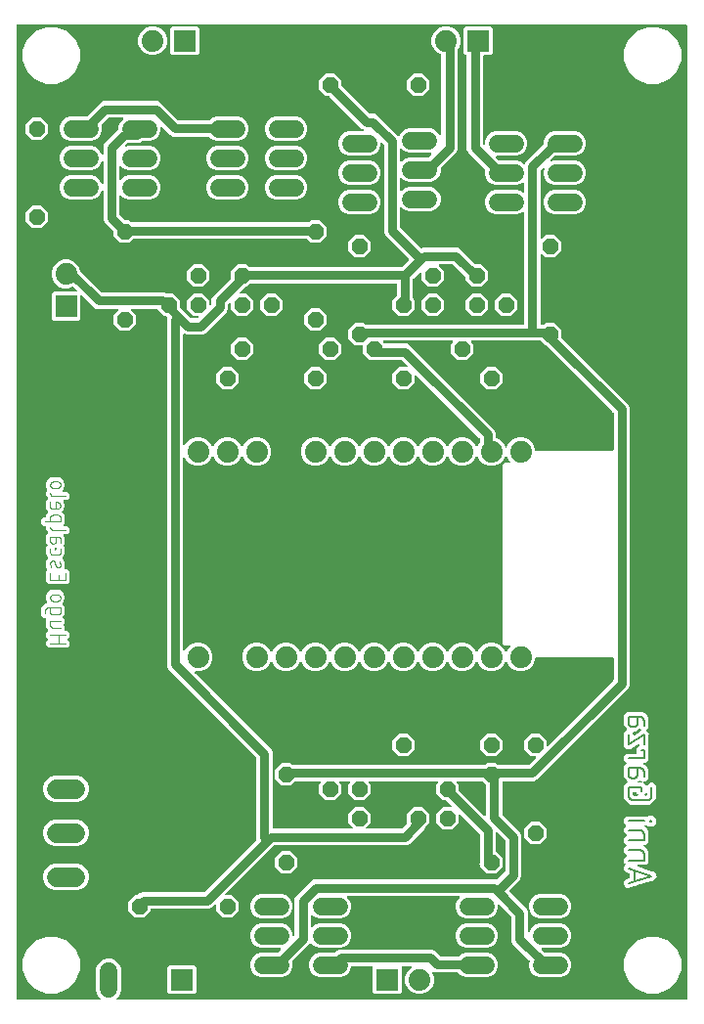
<source format=gbr>
G04 EAGLE Gerber RS-274X export*
G75*
%MOMM*%
%FSLAX34Y34*%
%LPD*%
%INBottom Copper*%
%IPPOS*%
%AMOC8*
5,1,8,0,0,1.08239X$1,22.5*%
G01*
%ADD10C,0.177800*%
%ADD11C,0.101600*%
%ADD12C,1.524000*%
%ADD13R,1.879600X1.879600*%
%ADD14C,1.879600*%
%ADD15P,1.429621X8X22.500000*%
%ADD16P,1.429621X8X112.500000*%
%ADD17C,1.676400*%
%ADD18P,1.429621X8X292.500000*%
%ADD19P,1.429621X8X202.500000*%
%ADD20C,0.800000*%

G36*
X67726Y8140D02*
X67726Y8140D01*
X67798Y8142D01*
X67847Y8160D01*
X67898Y8168D01*
X67962Y8202D01*
X68029Y8227D01*
X68070Y8259D01*
X68116Y8284D01*
X68165Y8336D01*
X68221Y8380D01*
X68249Y8424D01*
X68285Y8462D01*
X68315Y8527D01*
X68354Y8587D01*
X68367Y8638D01*
X68389Y8685D01*
X68397Y8756D01*
X68414Y8826D01*
X68410Y8878D01*
X68416Y8929D01*
X68401Y9000D01*
X68395Y9071D01*
X68375Y9119D01*
X68364Y9170D01*
X68327Y9231D01*
X68299Y9297D01*
X68254Y9353D01*
X68237Y9381D01*
X68220Y9396D01*
X68194Y9428D01*
X65885Y11737D01*
X64261Y15658D01*
X64261Y35142D01*
X65885Y39063D01*
X68887Y42065D01*
X72808Y43689D01*
X77052Y43689D01*
X80973Y42065D01*
X83975Y39063D01*
X85599Y35142D01*
X85599Y15658D01*
X83975Y11737D01*
X81666Y9428D01*
X81624Y9370D01*
X81575Y9318D01*
X81553Y9271D01*
X81523Y9229D01*
X81502Y9160D01*
X81471Y9095D01*
X81466Y9043D01*
X81450Y8993D01*
X81452Y8922D01*
X81444Y8851D01*
X81455Y8800D01*
X81457Y8748D01*
X81481Y8680D01*
X81496Y8610D01*
X81523Y8565D01*
X81541Y8517D01*
X81586Y8461D01*
X81623Y8399D01*
X81662Y8365D01*
X81695Y8325D01*
X81755Y8286D01*
X81810Y8239D01*
X81858Y8220D01*
X81902Y8192D01*
X81971Y8174D01*
X82038Y8147D01*
X82109Y8139D01*
X82140Y8131D01*
X82163Y8133D01*
X82204Y8129D01*
X575110Y8129D01*
X575130Y8132D01*
X575149Y8130D01*
X575251Y8152D01*
X575353Y8168D01*
X575370Y8178D01*
X575390Y8182D01*
X575479Y8235D01*
X575570Y8284D01*
X575584Y8298D01*
X575601Y8308D01*
X575668Y8387D01*
X575740Y8462D01*
X575748Y8480D01*
X575761Y8495D01*
X575800Y8591D01*
X575843Y8685D01*
X575845Y8705D01*
X575853Y8723D01*
X575871Y8890D01*
X575871Y851410D01*
X575868Y851430D01*
X575870Y851449D01*
X575848Y851551D01*
X575832Y851653D01*
X575822Y851670D01*
X575818Y851690D01*
X575765Y851779D01*
X575716Y851870D01*
X575702Y851884D01*
X575692Y851901D01*
X575613Y851968D01*
X575538Y852040D01*
X575520Y852048D01*
X575505Y852061D01*
X575409Y852100D01*
X575315Y852143D01*
X575295Y852145D01*
X575277Y852153D01*
X575110Y852171D01*
X-3810Y852171D01*
X-3830Y852168D01*
X-3849Y852170D01*
X-3951Y852148D01*
X-4053Y852132D01*
X-4070Y852122D01*
X-4090Y852118D01*
X-4179Y852065D01*
X-4270Y852016D01*
X-4284Y852002D01*
X-4301Y851992D01*
X-4368Y851913D01*
X-4440Y851838D01*
X-4448Y851820D01*
X-4461Y851805D01*
X-4500Y851709D01*
X-4543Y851615D01*
X-4545Y851595D01*
X-4553Y851577D01*
X-4571Y851410D01*
X-4571Y8890D01*
X-4568Y8870D01*
X-4570Y8851D01*
X-4548Y8749D01*
X-4532Y8647D01*
X-4522Y8630D01*
X-4518Y8610D01*
X-4465Y8521D01*
X-4416Y8430D01*
X-4402Y8416D01*
X-4392Y8399D01*
X-4313Y8332D01*
X-4238Y8260D01*
X-4220Y8252D01*
X-4205Y8239D01*
X-4109Y8200D01*
X-4015Y8157D01*
X-3995Y8155D01*
X-3977Y8147D01*
X-3810Y8129D01*
X67656Y8129D01*
X67726Y8140D01*
G37*
%LPC*%
G36*
X206158Y27431D02*
X206158Y27431D01*
X202237Y29055D01*
X199235Y32057D01*
X197611Y35978D01*
X197611Y40222D01*
X199235Y44143D01*
X202237Y47145D01*
X206158Y48769D01*
X220777Y48769D01*
X220867Y48783D01*
X220958Y48791D01*
X220988Y48803D01*
X221020Y48808D01*
X221100Y48851D01*
X221184Y48887D01*
X221216Y48913D01*
X221237Y48924D01*
X221259Y48947D01*
X221315Y48992D01*
X223855Y51532D01*
X223897Y51590D01*
X223947Y51642D01*
X223968Y51689D01*
X223999Y51731D01*
X224020Y51800D01*
X224050Y51865D01*
X224056Y51917D01*
X224071Y51967D01*
X224069Y52038D01*
X224077Y52109D01*
X224066Y52160D01*
X224065Y52212D01*
X224040Y52280D01*
X224025Y52350D01*
X223998Y52395D01*
X223980Y52443D01*
X223936Y52499D01*
X223899Y52561D01*
X223859Y52595D01*
X223827Y52635D01*
X223766Y52674D01*
X223712Y52721D01*
X223664Y52740D01*
X223620Y52768D01*
X223550Y52786D01*
X223484Y52813D01*
X223412Y52821D01*
X223381Y52829D01*
X223358Y52827D01*
X223317Y52831D01*
X206158Y52831D01*
X202237Y54455D01*
X199235Y57457D01*
X197611Y61378D01*
X197611Y65622D01*
X199235Y69543D01*
X202237Y72545D01*
X206158Y74169D01*
X225642Y74169D01*
X229563Y72545D01*
X232565Y69543D01*
X234189Y65622D01*
X234189Y63703D01*
X234200Y63632D01*
X234202Y63560D01*
X234220Y63511D01*
X234228Y63460D01*
X234262Y63397D01*
X234287Y63329D01*
X234319Y63289D01*
X234344Y63243D01*
X234395Y63194D01*
X234440Y63137D01*
X234484Y63109D01*
X234522Y63073D01*
X234587Y63043D01*
X234647Y63004D01*
X234698Y62992D01*
X234745Y62970D01*
X234816Y62962D01*
X234886Y62944D01*
X234938Y62948D01*
X234989Y62943D01*
X235060Y62958D01*
X235131Y62964D01*
X235179Y62984D01*
X235230Y62995D01*
X235291Y63032D01*
X235357Y63060D01*
X235413Y63105D01*
X235441Y63121D01*
X235456Y63139D01*
X235488Y63165D01*
X235784Y63461D01*
X235837Y63535D01*
X235897Y63604D01*
X235909Y63634D01*
X235928Y63661D01*
X235955Y63748D01*
X235989Y63832D01*
X235993Y63873D01*
X236000Y63896D01*
X235999Y63928D01*
X236007Y63999D01*
X236007Y95310D01*
X237080Y97901D01*
X250111Y110932D01*
X252702Y112005D01*
X410178Y112005D01*
X410558Y111847D01*
X410671Y111821D01*
X410785Y111792D01*
X410792Y111793D01*
X410798Y111791D01*
X410914Y111802D01*
X411031Y111811D01*
X411036Y111814D01*
X411043Y111814D01*
X411150Y111862D01*
X411257Y111907D01*
X411263Y111912D01*
X411267Y111914D01*
X411281Y111927D01*
X411388Y112012D01*
X418076Y118701D01*
X418129Y118775D01*
X418189Y118844D01*
X418201Y118874D01*
X418220Y118900D01*
X418247Y118987D01*
X418281Y119072D01*
X418285Y119113D01*
X418292Y119136D01*
X418291Y119168D01*
X418299Y119239D01*
X418299Y145913D01*
X418295Y145941D01*
X418296Y145954D01*
X418284Y146011D01*
X418277Y146094D01*
X418265Y146124D01*
X418260Y146156D01*
X418248Y146178D01*
X418244Y146195D01*
X418211Y146250D01*
X418181Y146320D01*
X418155Y146352D01*
X418144Y146373D01*
X418128Y146389D01*
X418118Y146406D01*
X418101Y146420D01*
X418076Y146451D01*
X411600Y152927D01*
X411542Y152969D01*
X411490Y153019D01*
X411443Y153040D01*
X411401Y153071D01*
X411332Y153092D01*
X411267Y153122D01*
X411215Y153128D01*
X411165Y153143D01*
X411094Y153141D01*
X411023Y153149D01*
X410972Y153138D01*
X410920Y153137D01*
X410852Y153112D01*
X410782Y153097D01*
X410737Y153070D01*
X410689Y153052D01*
X410633Y153008D01*
X410571Y152971D01*
X410537Y152931D01*
X410497Y152899D01*
X410458Y152838D01*
X410411Y152784D01*
X410392Y152736D01*
X410364Y152692D01*
X410346Y152622D01*
X410319Y152556D01*
X410311Y152484D01*
X410303Y152453D01*
X410305Y152430D01*
X410301Y152389D01*
X410301Y137066D01*
X410315Y136975D01*
X410323Y136885D01*
X410335Y136855D01*
X410340Y136823D01*
X410383Y136742D01*
X410419Y136658D01*
X410445Y136626D01*
X410456Y136605D01*
X410479Y136583D01*
X410524Y136527D01*
X416053Y130998D01*
X416053Y123002D01*
X410398Y117347D01*
X402402Y117347D01*
X396747Y123002D01*
X396747Y124185D01*
X396737Y124250D01*
X396736Y124315D01*
X396713Y124395D01*
X396708Y124428D01*
X396698Y124445D01*
X396689Y124476D01*
X396194Y125672D01*
X396194Y125683D01*
X396181Y125733D01*
X396203Y127104D01*
X396202Y127109D01*
X396203Y127117D01*
X396203Y151437D01*
X396189Y151527D01*
X396181Y151618D01*
X396169Y151648D01*
X396164Y151680D01*
X396121Y151760D01*
X396085Y151844D01*
X396059Y151876D01*
X396048Y151897D01*
X396025Y151919D01*
X395980Y151975D01*
X379252Y168703D01*
X379194Y168745D01*
X379142Y168795D01*
X379095Y168817D01*
X379053Y168847D01*
X378984Y168868D01*
X378919Y168898D01*
X378867Y168904D01*
X378817Y168919D01*
X378746Y168917D01*
X378675Y168925D01*
X378624Y168914D01*
X378572Y168913D01*
X378504Y168888D01*
X378434Y168873D01*
X378389Y168846D01*
X378341Y168828D01*
X378285Y168784D01*
X378223Y168747D01*
X378189Y168707D01*
X378149Y168675D01*
X378110Y168614D01*
X378063Y168560D01*
X378044Y168512D01*
X378016Y168468D01*
X377998Y168398D01*
X377971Y168332D01*
X377963Y168260D01*
X377955Y168229D01*
X377957Y168206D01*
X377953Y168165D01*
X377953Y161102D01*
X372298Y155447D01*
X364302Y155447D01*
X358647Y161102D01*
X358647Y169098D01*
X364302Y174753D01*
X371365Y174753D01*
X371436Y174764D01*
X371507Y174766D01*
X371556Y174784D01*
X371608Y174792D01*
X371671Y174826D01*
X371738Y174851D01*
X371779Y174883D01*
X371825Y174908D01*
X371875Y174960D01*
X371931Y175004D01*
X371959Y175048D01*
X371995Y175086D01*
X372025Y175151D01*
X372064Y175211D01*
X372076Y175262D01*
X372098Y175309D01*
X372106Y175380D01*
X372124Y175450D01*
X372120Y175502D01*
X372125Y175553D01*
X372110Y175624D01*
X372104Y175695D01*
X372084Y175743D01*
X372073Y175794D01*
X372036Y175855D01*
X372008Y175921D01*
X371963Y175977D01*
X371947Y176005D01*
X371929Y176020D01*
X371903Y176052D01*
X367331Y180624D01*
X367257Y180677D01*
X367188Y180737D01*
X367158Y180749D01*
X367132Y180768D01*
X367044Y180795D01*
X366960Y180829D01*
X366919Y180833D01*
X366896Y180840D01*
X366864Y180839D01*
X366793Y180847D01*
X364302Y180847D01*
X358647Y186502D01*
X358647Y194498D01*
X360189Y196040D01*
X360231Y196098D01*
X360280Y196150D01*
X360302Y196197D01*
X360332Y196239D01*
X360353Y196308D01*
X360384Y196373D01*
X360389Y196425D01*
X360405Y196475D01*
X360403Y196546D01*
X360411Y196617D01*
X360400Y196668D01*
X360398Y196720D01*
X360374Y196788D01*
X360358Y196858D01*
X360332Y196903D01*
X360314Y196951D01*
X360269Y197007D01*
X360232Y197069D01*
X360193Y197103D01*
X360160Y197143D01*
X360100Y197182D01*
X360045Y197229D01*
X359997Y197248D01*
X359953Y197276D01*
X359884Y197294D01*
X359817Y197321D01*
X359746Y197329D01*
X359715Y197337D01*
X359691Y197335D01*
X359650Y197339D01*
X300750Y197339D01*
X300679Y197328D01*
X300607Y197326D01*
X300558Y197308D01*
X300507Y197300D01*
X300443Y197266D01*
X300376Y197241D01*
X300335Y197209D01*
X300289Y197184D01*
X300240Y197132D01*
X300184Y197088D01*
X300156Y197044D01*
X300120Y197006D01*
X300090Y196941D01*
X300051Y196881D01*
X300038Y196830D01*
X300016Y196783D01*
X300009Y196712D01*
X299991Y196642D01*
X299995Y196590D01*
X299989Y196539D01*
X300005Y196468D01*
X300010Y196397D01*
X300030Y196349D01*
X300042Y196298D01*
X300078Y196237D01*
X300106Y196171D01*
X300151Y196115D01*
X300168Y196087D01*
X300186Y196072D01*
X300211Y196040D01*
X301753Y194498D01*
X301753Y186502D01*
X296098Y180847D01*
X288102Y180847D01*
X282447Y186502D01*
X282447Y194498D01*
X283989Y196040D01*
X284031Y196098D01*
X284080Y196150D01*
X284102Y196197D01*
X284132Y196239D01*
X284153Y196308D01*
X284184Y196373D01*
X284189Y196425D01*
X284205Y196475D01*
X284203Y196546D01*
X284211Y196617D01*
X284200Y196668D01*
X284198Y196720D01*
X284174Y196788D01*
X284158Y196858D01*
X284132Y196903D01*
X284114Y196951D01*
X284069Y197007D01*
X284032Y197069D01*
X283993Y197103D01*
X283960Y197143D01*
X283900Y197182D01*
X283845Y197229D01*
X283797Y197248D01*
X283753Y197276D01*
X283684Y197294D01*
X283617Y197321D01*
X283546Y197329D01*
X283515Y197337D01*
X283491Y197335D01*
X283450Y197339D01*
X275350Y197339D01*
X275279Y197328D01*
X275207Y197326D01*
X275158Y197308D01*
X275107Y197300D01*
X275043Y197266D01*
X274976Y197241D01*
X274935Y197209D01*
X274889Y197184D01*
X274840Y197132D01*
X274784Y197088D01*
X274756Y197044D01*
X274720Y197006D01*
X274690Y196941D01*
X274651Y196881D01*
X274638Y196830D01*
X274616Y196783D01*
X274609Y196712D01*
X274591Y196642D01*
X274595Y196590D01*
X274589Y196539D01*
X274605Y196468D01*
X274610Y196397D01*
X274630Y196349D01*
X274642Y196298D01*
X274678Y196237D01*
X274706Y196171D01*
X274751Y196115D01*
X274768Y196087D01*
X274786Y196072D01*
X274811Y196040D01*
X276353Y194498D01*
X276353Y186502D01*
X270698Y180847D01*
X262702Y180847D01*
X257047Y186502D01*
X257047Y194498D01*
X258589Y196040D01*
X258631Y196098D01*
X258680Y196150D01*
X258702Y196197D01*
X258732Y196239D01*
X258753Y196308D01*
X258784Y196373D01*
X258789Y196425D01*
X258805Y196475D01*
X258803Y196546D01*
X258811Y196617D01*
X258800Y196668D01*
X258798Y196720D01*
X258774Y196788D01*
X258758Y196858D01*
X258732Y196903D01*
X258714Y196951D01*
X258669Y197007D01*
X258632Y197069D01*
X258593Y197103D01*
X258560Y197143D01*
X258500Y197182D01*
X258445Y197229D01*
X258397Y197248D01*
X258353Y197276D01*
X258284Y197294D01*
X258217Y197321D01*
X258146Y197329D01*
X258115Y197337D01*
X258091Y197335D01*
X258050Y197339D01*
X236706Y197339D01*
X236615Y197325D01*
X236525Y197317D01*
X236495Y197305D01*
X236463Y197300D01*
X236382Y197257D01*
X236298Y197221D01*
X236266Y197195D01*
X236245Y197184D01*
X236223Y197161D01*
X236167Y197116D01*
X232598Y193547D01*
X224602Y193547D01*
X218947Y199202D01*
X218947Y207198D01*
X224602Y212853D01*
X232598Y212853D01*
X233791Y211660D01*
X233865Y211607D01*
X233935Y211547D01*
X233965Y211535D01*
X233991Y211516D01*
X234078Y211489D01*
X234163Y211455D01*
X234204Y211451D01*
X234226Y211444D01*
X234258Y211445D01*
X234330Y211437D01*
X400670Y211437D01*
X400761Y211451D01*
X400851Y211459D01*
X400881Y211471D01*
X400913Y211476D01*
X400994Y211519D01*
X401078Y211555D01*
X401110Y211581D01*
X401131Y211592D01*
X401153Y211615D01*
X401209Y211660D01*
X402402Y212853D01*
X410398Y212853D01*
X411591Y211660D01*
X411665Y211607D01*
X411735Y211547D01*
X411765Y211535D01*
X411791Y211516D01*
X411878Y211489D01*
X411963Y211455D01*
X412004Y211451D01*
X412026Y211444D01*
X412058Y211445D01*
X412130Y211437D01*
X438685Y211437D01*
X438775Y211451D01*
X438866Y211459D01*
X438896Y211471D01*
X438928Y211476D01*
X439008Y211519D01*
X439092Y211555D01*
X439124Y211581D01*
X439145Y211592D01*
X439167Y211615D01*
X439223Y211660D01*
X445211Y217648D01*
X445253Y217706D01*
X445303Y217758D01*
X445324Y217805D01*
X445355Y217847D01*
X445376Y217916D01*
X445406Y217981D01*
X445412Y218033D01*
X445427Y218083D01*
X445425Y218154D01*
X445433Y218225D01*
X445422Y218276D01*
X445421Y218328D01*
X445396Y218396D01*
X445381Y218466D01*
X445354Y218511D01*
X445336Y218559D01*
X445292Y218615D01*
X445255Y218677D01*
X445215Y218711D01*
X445183Y218751D01*
X445122Y218790D01*
X445068Y218837D01*
X445020Y218856D01*
X444976Y218884D01*
X444906Y218902D01*
X444840Y218929D01*
X444768Y218937D01*
X444737Y218945D01*
X444714Y218943D01*
X444673Y218947D01*
X440502Y218947D01*
X434847Y224602D01*
X434847Y232598D01*
X440502Y238253D01*
X448498Y238253D01*
X454153Y232598D01*
X454153Y228427D01*
X454164Y228356D01*
X454166Y228285D01*
X454184Y228236D01*
X454192Y228184D01*
X454226Y228121D01*
X454251Y228054D01*
X454283Y228013D01*
X454308Y227967D01*
X454360Y227917D01*
X454404Y227861D01*
X454448Y227833D01*
X454486Y227797D01*
X454551Y227767D01*
X454611Y227728D01*
X454662Y227716D01*
X454709Y227694D01*
X454780Y227686D01*
X454850Y227668D01*
X454902Y227672D01*
X454953Y227667D01*
X455024Y227682D01*
X455095Y227688D01*
X455143Y227708D01*
X455194Y227719D01*
X455255Y227756D01*
X455321Y227784D01*
X455377Y227829D01*
X455405Y227845D01*
X455420Y227863D01*
X455452Y227889D01*
X511984Y284421D01*
X512037Y284495D01*
X512097Y284564D01*
X512109Y284594D01*
X512128Y284620D01*
X512155Y284707D01*
X512189Y284792D01*
X512193Y284833D01*
X512200Y284856D01*
X512199Y284888D01*
X512207Y284959D01*
X512207Y303530D01*
X512204Y303550D01*
X512206Y303569D01*
X512184Y303671D01*
X512168Y303773D01*
X512158Y303790D01*
X512154Y303810D01*
X512101Y303899D01*
X512052Y303990D01*
X512038Y304004D01*
X512028Y304021D01*
X511949Y304088D01*
X511874Y304160D01*
X511856Y304168D01*
X511841Y304181D01*
X511745Y304220D01*
X511651Y304263D01*
X511631Y304265D01*
X511613Y304273D01*
X511446Y304291D01*
X445008Y304291D01*
X444988Y304288D01*
X444969Y304290D01*
X444867Y304268D01*
X444765Y304252D01*
X444748Y304242D01*
X444728Y304238D01*
X444639Y304185D01*
X444548Y304136D01*
X444534Y304122D01*
X444517Y304112D01*
X444450Y304033D01*
X444378Y303958D01*
X444370Y303940D01*
X444357Y303925D01*
X444318Y303829D01*
X444275Y303735D01*
X444273Y303715D01*
X444265Y303697D01*
X444247Y303530D01*
X444247Y302324D01*
X442352Y297749D01*
X438851Y294248D01*
X434276Y292353D01*
X429324Y292353D01*
X424749Y294248D01*
X421248Y297749D01*
X419803Y301238D01*
X419765Y301299D01*
X419736Y301364D01*
X419701Y301403D01*
X419674Y301447D01*
X419618Y301493D01*
X419570Y301545D01*
X419524Y301570D01*
X419484Y301604D01*
X419417Y301629D01*
X419354Y301664D01*
X419303Y301673D01*
X419255Y301692D01*
X419183Y301695D01*
X419112Y301708D01*
X419061Y301700D01*
X419009Y301702D01*
X418940Y301682D01*
X418869Y301672D01*
X418823Y301648D01*
X418773Y301634D01*
X418714Y301593D01*
X418650Y301560D01*
X418613Y301523D01*
X418571Y301493D01*
X418528Y301436D01*
X418478Y301385D01*
X418443Y301322D01*
X418424Y301296D01*
X418417Y301274D01*
X418397Y301238D01*
X416952Y297749D01*
X413451Y294248D01*
X408876Y292353D01*
X403924Y292353D01*
X399349Y294248D01*
X395848Y297749D01*
X394403Y301238D01*
X394365Y301299D01*
X394336Y301364D01*
X394301Y301403D01*
X394274Y301447D01*
X394218Y301493D01*
X394170Y301545D01*
X394124Y301570D01*
X394084Y301604D01*
X394017Y301629D01*
X393954Y301664D01*
X393903Y301673D01*
X393855Y301692D01*
X393783Y301695D01*
X393712Y301708D01*
X393661Y301700D01*
X393609Y301702D01*
X393540Y301682D01*
X393469Y301672D01*
X393423Y301648D01*
X393373Y301634D01*
X393314Y301593D01*
X393250Y301560D01*
X393213Y301523D01*
X393171Y301493D01*
X393128Y301436D01*
X393078Y301385D01*
X393043Y301322D01*
X393024Y301296D01*
X393017Y301274D01*
X392997Y301238D01*
X391552Y297749D01*
X388051Y294248D01*
X383476Y292353D01*
X378524Y292353D01*
X373949Y294248D01*
X370448Y297749D01*
X369003Y301238D01*
X368965Y301299D01*
X368936Y301364D01*
X368901Y301403D01*
X368874Y301447D01*
X368818Y301493D01*
X368770Y301545D01*
X368724Y301570D01*
X368684Y301604D01*
X368617Y301629D01*
X368554Y301664D01*
X368503Y301673D01*
X368455Y301692D01*
X368383Y301695D01*
X368312Y301708D01*
X368261Y301700D01*
X368209Y301702D01*
X368140Y301682D01*
X368069Y301672D01*
X368023Y301648D01*
X367973Y301634D01*
X367914Y301593D01*
X367850Y301560D01*
X367813Y301523D01*
X367771Y301493D01*
X367728Y301436D01*
X367678Y301385D01*
X367643Y301322D01*
X367624Y301296D01*
X367617Y301274D01*
X367597Y301238D01*
X366152Y297749D01*
X362651Y294248D01*
X358076Y292353D01*
X353124Y292353D01*
X348549Y294248D01*
X345048Y297749D01*
X343603Y301238D01*
X343565Y301299D01*
X343536Y301364D01*
X343501Y301403D01*
X343474Y301447D01*
X343418Y301493D01*
X343370Y301545D01*
X343324Y301570D01*
X343284Y301604D01*
X343217Y301629D01*
X343154Y301664D01*
X343103Y301673D01*
X343055Y301692D01*
X342983Y301695D01*
X342912Y301708D01*
X342861Y301700D01*
X342809Y301702D01*
X342740Y301682D01*
X342669Y301672D01*
X342623Y301648D01*
X342573Y301634D01*
X342514Y301593D01*
X342450Y301560D01*
X342413Y301523D01*
X342371Y301493D01*
X342328Y301436D01*
X342278Y301385D01*
X342243Y301322D01*
X342224Y301296D01*
X342217Y301274D01*
X342197Y301238D01*
X340752Y297749D01*
X337251Y294248D01*
X332676Y292353D01*
X327724Y292353D01*
X323149Y294248D01*
X319648Y297749D01*
X318203Y301238D01*
X318165Y301299D01*
X318136Y301364D01*
X318101Y301403D01*
X318074Y301447D01*
X318018Y301493D01*
X317970Y301545D01*
X317924Y301570D01*
X317884Y301604D01*
X317817Y301629D01*
X317754Y301664D01*
X317703Y301673D01*
X317655Y301692D01*
X317583Y301695D01*
X317512Y301708D01*
X317461Y301700D01*
X317409Y301702D01*
X317340Y301682D01*
X317269Y301672D01*
X317223Y301648D01*
X317173Y301634D01*
X317114Y301593D01*
X317050Y301560D01*
X317013Y301523D01*
X316971Y301493D01*
X316928Y301436D01*
X316878Y301385D01*
X316843Y301322D01*
X316824Y301296D01*
X316817Y301274D01*
X316797Y301238D01*
X315352Y297749D01*
X311851Y294248D01*
X307276Y292353D01*
X302324Y292353D01*
X297749Y294248D01*
X294248Y297749D01*
X292803Y301238D01*
X292765Y301299D01*
X292736Y301364D01*
X292701Y301403D01*
X292674Y301447D01*
X292618Y301493D01*
X292570Y301545D01*
X292524Y301570D01*
X292484Y301604D01*
X292417Y301629D01*
X292354Y301664D01*
X292303Y301673D01*
X292255Y301692D01*
X292183Y301695D01*
X292112Y301708D01*
X292061Y301700D01*
X292009Y301702D01*
X291940Y301682D01*
X291869Y301672D01*
X291823Y301648D01*
X291773Y301634D01*
X291714Y301593D01*
X291650Y301560D01*
X291613Y301523D01*
X291571Y301493D01*
X291528Y301436D01*
X291478Y301385D01*
X291443Y301322D01*
X291424Y301296D01*
X291417Y301274D01*
X291397Y301238D01*
X289952Y297749D01*
X286451Y294248D01*
X281876Y292353D01*
X276924Y292353D01*
X272349Y294248D01*
X268848Y297749D01*
X267403Y301238D01*
X267365Y301299D01*
X267336Y301364D01*
X267301Y301403D01*
X267274Y301447D01*
X267218Y301493D01*
X267170Y301545D01*
X267124Y301570D01*
X267084Y301604D01*
X267017Y301629D01*
X266954Y301664D01*
X266903Y301673D01*
X266855Y301692D01*
X266783Y301695D01*
X266712Y301708D01*
X266661Y301700D01*
X266609Y301702D01*
X266540Y301682D01*
X266469Y301672D01*
X266423Y301648D01*
X266373Y301634D01*
X266314Y301593D01*
X266250Y301560D01*
X266213Y301523D01*
X266171Y301493D01*
X266128Y301436D01*
X266078Y301385D01*
X266043Y301322D01*
X266024Y301296D01*
X266017Y301274D01*
X265997Y301238D01*
X264552Y297749D01*
X261051Y294248D01*
X256476Y292353D01*
X251524Y292353D01*
X246949Y294248D01*
X243448Y297749D01*
X242003Y301238D01*
X241965Y301299D01*
X241936Y301364D01*
X241901Y301403D01*
X241874Y301447D01*
X241818Y301493D01*
X241770Y301545D01*
X241724Y301570D01*
X241684Y301604D01*
X241617Y301629D01*
X241554Y301664D01*
X241503Y301673D01*
X241455Y301692D01*
X241383Y301695D01*
X241312Y301708D01*
X241261Y301700D01*
X241209Y301702D01*
X241140Y301682D01*
X241069Y301672D01*
X241023Y301648D01*
X240973Y301634D01*
X240914Y301593D01*
X240850Y301560D01*
X240813Y301523D01*
X240771Y301493D01*
X240728Y301436D01*
X240678Y301385D01*
X240643Y301322D01*
X240624Y301296D01*
X240617Y301274D01*
X240597Y301238D01*
X239152Y297749D01*
X235651Y294248D01*
X231076Y292353D01*
X226124Y292353D01*
X221549Y294248D01*
X218048Y297749D01*
X216603Y301238D01*
X216565Y301299D01*
X216536Y301364D01*
X216501Y301403D01*
X216474Y301447D01*
X216418Y301493D01*
X216370Y301545D01*
X216324Y301570D01*
X216284Y301604D01*
X216217Y301629D01*
X216154Y301664D01*
X216103Y301673D01*
X216055Y301692D01*
X215983Y301695D01*
X215912Y301708D01*
X215861Y301700D01*
X215809Y301702D01*
X215740Y301682D01*
X215669Y301672D01*
X215623Y301648D01*
X215573Y301634D01*
X215514Y301593D01*
X215450Y301560D01*
X215413Y301523D01*
X215371Y301493D01*
X215328Y301436D01*
X215278Y301385D01*
X215243Y301322D01*
X215224Y301296D01*
X215217Y301274D01*
X215197Y301238D01*
X213752Y297749D01*
X210251Y294248D01*
X205676Y292353D01*
X200724Y292353D01*
X196149Y294248D01*
X192648Y297749D01*
X190753Y302324D01*
X190753Y307276D01*
X192648Y311851D01*
X196149Y315352D01*
X200724Y317247D01*
X205676Y317247D01*
X210251Y315352D01*
X213752Y311851D01*
X215197Y308362D01*
X215235Y308301D01*
X215264Y308236D01*
X215299Y308198D01*
X215326Y308153D01*
X215382Y308107D01*
X215430Y308055D01*
X215476Y308030D01*
X215516Y307996D01*
X215583Y307971D01*
X215646Y307936D01*
X215697Y307927D01*
X215745Y307908D01*
X215817Y307905D01*
X215888Y307892D01*
X215939Y307900D01*
X215991Y307898D01*
X216060Y307918D01*
X216131Y307928D01*
X216177Y307952D01*
X216227Y307966D01*
X216286Y308007D01*
X216350Y308040D01*
X216387Y308077D01*
X216429Y308107D01*
X216472Y308164D01*
X216522Y308215D01*
X216557Y308278D01*
X216576Y308304D01*
X216583Y308326D01*
X216603Y308362D01*
X218048Y311851D01*
X221549Y315352D01*
X226124Y317247D01*
X231076Y317247D01*
X235651Y315352D01*
X239152Y311851D01*
X240597Y308362D01*
X240635Y308301D01*
X240664Y308236D01*
X240699Y308198D01*
X240726Y308153D01*
X240782Y308107D01*
X240830Y308055D01*
X240876Y308030D01*
X240916Y307996D01*
X240983Y307971D01*
X241046Y307936D01*
X241097Y307927D01*
X241145Y307908D01*
X241217Y307905D01*
X241288Y307892D01*
X241339Y307900D01*
X241391Y307898D01*
X241460Y307918D01*
X241531Y307928D01*
X241577Y307952D01*
X241627Y307966D01*
X241686Y308007D01*
X241750Y308040D01*
X241787Y308077D01*
X241829Y308107D01*
X241872Y308164D01*
X241922Y308215D01*
X241957Y308278D01*
X241976Y308304D01*
X241983Y308326D01*
X242003Y308362D01*
X243448Y311851D01*
X246949Y315352D01*
X251524Y317247D01*
X256476Y317247D01*
X261051Y315352D01*
X264552Y311851D01*
X265997Y308362D01*
X266035Y308301D01*
X266064Y308236D01*
X266099Y308198D01*
X266126Y308153D01*
X266182Y308107D01*
X266230Y308055D01*
X266276Y308030D01*
X266316Y307996D01*
X266383Y307971D01*
X266446Y307936D01*
X266497Y307927D01*
X266545Y307908D01*
X266617Y307905D01*
X266688Y307892D01*
X266739Y307900D01*
X266791Y307898D01*
X266860Y307918D01*
X266931Y307928D01*
X266977Y307952D01*
X267027Y307966D01*
X267086Y308007D01*
X267150Y308040D01*
X267187Y308077D01*
X267229Y308107D01*
X267272Y308164D01*
X267322Y308215D01*
X267357Y308278D01*
X267376Y308304D01*
X267383Y308326D01*
X267403Y308362D01*
X268848Y311851D01*
X272349Y315352D01*
X276924Y317247D01*
X281876Y317247D01*
X286451Y315352D01*
X289952Y311851D01*
X291397Y308362D01*
X291435Y308301D01*
X291464Y308236D01*
X291499Y308198D01*
X291526Y308153D01*
X291582Y308107D01*
X291630Y308055D01*
X291676Y308030D01*
X291716Y307996D01*
X291783Y307971D01*
X291846Y307936D01*
X291897Y307927D01*
X291945Y307908D01*
X292017Y307905D01*
X292088Y307892D01*
X292139Y307900D01*
X292191Y307898D01*
X292260Y307918D01*
X292331Y307928D01*
X292377Y307952D01*
X292427Y307966D01*
X292486Y308007D01*
X292550Y308040D01*
X292587Y308077D01*
X292629Y308107D01*
X292672Y308164D01*
X292722Y308215D01*
X292757Y308278D01*
X292776Y308304D01*
X292783Y308326D01*
X292803Y308362D01*
X294248Y311851D01*
X297749Y315352D01*
X302324Y317247D01*
X307276Y317247D01*
X311851Y315352D01*
X315352Y311851D01*
X316797Y308362D01*
X316835Y308301D01*
X316864Y308236D01*
X316899Y308198D01*
X316926Y308153D01*
X316982Y308107D01*
X317030Y308055D01*
X317076Y308030D01*
X317116Y307996D01*
X317183Y307971D01*
X317246Y307936D01*
X317297Y307927D01*
X317345Y307908D01*
X317417Y307905D01*
X317488Y307892D01*
X317539Y307900D01*
X317591Y307898D01*
X317660Y307918D01*
X317731Y307928D01*
X317777Y307952D01*
X317827Y307966D01*
X317886Y308007D01*
X317950Y308040D01*
X317987Y308077D01*
X318029Y308107D01*
X318072Y308164D01*
X318122Y308215D01*
X318157Y308278D01*
X318176Y308304D01*
X318183Y308326D01*
X318203Y308362D01*
X319648Y311851D01*
X323149Y315352D01*
X327724Y317247D01*
X332676Y317247D01*
X337251Y315352D01*
X340752Y311851D01*
X342197Y308362D01*
X342235Y308301D01*
X342264Y308236D01*
X342299Y308198D01*
X342326Y308153D01*
X342382Y308107D01*
X342430Y308055D01*
X342476Y308030D01*
X342516Y307996D01*
X342583Y307971D01*
X342646Y307936D01*
X342697Y307927D01*
X342745Y307908D01*
X342817Y307905D01*
X342888Y307892D01*
X342939Y307900D01*
X342991Y307898D01*
X343060Y307918D01*
X343131Y307928D01*
X343177Y307952D01*
X343227Y307966D01*
X343286Y308007D01*
X343350Y308040D01*
X343387Y308077D01*
X343429Y308107D01*
X343472Y308164D01*
X343522Y308215D01*
X343557Y308278D01*
X343576Y308304D01*
X343583Y308326D01*
X343603Y308362D01*
X345048Y311851D01*
X348549Y315352D01*
X353124Y317247D01*
X358076Y317247D01*
X362651Y315352D01*
X366152Y311851D01*
X367597Y308362D01*
X367635Y308301D01*
X367664Y308236D01*
X367699Y308198D01*
X367726Y308153D01*
X367782Y308107D01*
X367830Y308055D01*
X367876Y308030D01*
X367916Y307996D01*
X367983Y307971D01*
X368046Y307936D01*
X368097Y307927D01*
X368145Y307908D01*
X368217Y307905D01*
X368288Y307892D01*
X368339Y307900D01*
X368391Y307898D01*
X368460Y307918D01*
X368531Y307928D01*
X368577Y307952D01*
X368627Y307966D01*
X368686Y308007D01*
X368750Y308040D01*
X368787Y308077D01*
X368829Y308107D01*
X368872Y308164D01*
X368922Y308215D01*
X368957Y308278D01*
X368976Y308304D01*
X368983Y308326D01*
X369003Y308362D01*
X370448Y311851D01*
X373949Y315352D01*
X378524Y317247D01*
X383476Y317247D01*
X388051Y315352D01*
X391552Y311851D01*
X392997Y308362D01*
X393035Y308301D01*
X393064Y308236D01*
X393099Y308198D01*
X393126Y308153D01*
X393182Y308107D01*
X393230Y308055D01*
X393276Y308030D01*
X393316Y307996D01*
X393383Y307971D01*
X393446Y307936D01*
X393497Y307927D01*
X393545Y307908D01*
X393617Y307905D01*
X393688Y307892D01*
X393739Y307900D01*
X393791Y307898D01*
X393860Y307918D01*
X393931Y307928D01*
X393977Y307952D01*
X394027Y307966D01*
X394086Y308007D01*
X394150Y308040D01*
X394187Y308077D01*
X394229Y308107D01*
X394272Y308164D01*
X394322Y308215D01*
X394357Y308278D01*
X394376Y308304D01*
X394383Y308326D01*
X394403Y308362D01*
X395848Y311851D01*
X399349Y315352D01*
X403924Y317247D01*
X408876Y317247D01*
X413451Y315352D01*
X416952Y311851D01*
X418397Y308362D01*
X418435Y308301D01*
X418464Y308236D01*
X418499Y308198D01*
X418526Y308153D01*
X418582Y308107D01*
X418630Y308055D01*
X418676Y308030D01*
X418716Y307996D01*
X418783Y307971D01*
X418846Y307936D01*
X418897Y307927D01*
X418945Y307908D01*
X419017Y307905D01*
X419088Y307892D01*
X419139Y307900D01*
X419191Y307898D01*
X419260Y307918D01*
X419331Y307928D01*
X419377Y307952D01*
X419427Y307966D01*
X419486Y308007D01*
X419550Y308040D01*
X419587Y308077D01*
X419629Y308107D01*
X419672Y308164D01*
X419722Y308215D01*
X419757Y308278D01*
X419776Y308304D01*
X419783Y308326D01*
X419803Y308362D01*
X421248Y311851D01*
X422549Y313152D01*
X422591Y313210D01*
X422641Y313262D01*
X422663Y313309D01*
X422693Y313351D01*
X422714Y313420D01*
X422744Y313485D01*
X422750Y313537D01*
X422765Y313587D01*
X422763Y313658D01*
X422771Y313729D01*
X422760Y313780D01*
X422759Y313832D01*
X422734Y313900D01*
X422719Y313970D01*
X422692Y314015D01*
X422674Y314063D01*
X422630Y314119D01*
X422593Y314181D01*
X422553Y314215D01*
X422521Y314255D01*
X422460Y314294D01*
X422406Y314341D01*
X422358Y314360D01*
X422314Y314388D01*
X422244Y314406D01*
X422178Y314433D01*
X422106Y314441D01*
X422075Y314449D01*
X422052Y314447D01*
X422011Y314451D01*
X417837Y314451D01*
X416051Y316237D01*
X416051Y471163D01*
X417837Y472949D01*
X422011Y472949D01*
X422082Y472960D01*
X422154Y472962D01*
X422203Y472980D01*
X422254Y472988D01*
X422317Y473022D01*
X422385Y473047D01*
X422425Y473079D01*
X422471Y473104D01*
X422521Y473156D01*
X422577Y473200D01*
X422605Y473244D01*
X422641Y473282D01*
X422671Y473347D01*
X422710Y473407D01*
X422722Y473458D01*
X422744Y473505D01*
X422752Y473576D01*
X422770Y473646D01*
X422766Y473698D01*
X422771Y473749D01*
X422756Y473820D01*
X422751Y473891D01*
X422730Y473939D01*
X422719Y473990D01*
X422682Y474051D01*
X422654Y474117D01*
X422609Y474173D01*
X422593Y474201D01*
X422575Y474216D01*
X422549Y474248D01*
X421248Y475549D01*
X419803Y479038D01*
X419765Y479099D01*
X419736Y479164D01*
X419701Y479202D01*
X419674Y479247D01*
X419618Y479293D01*
X419570Y479345D01*
X419524Y479370D01*
X419484Y479404D01*
X419417Y479429D01*
X419354Y479464D01*
X419303Y479473D01*
X419255Y479492D01*
X419183Y479495D01*
X419112Y479508D01*
X419061Y479500D01*
X419009Y479502D01*
X418940Y479482D01*
X418869Y479472D01*
X418823Y479448D01*
X418773Y479434D01*
X418714Y479393D01*
X418650Y479360D01*
X418613Y479323D01*
X418571Y479293D01*
X418528Y479236D01*
X418478Y479185D01*
X418443Y479122D01*
X418424Y479096D01*
X418417Y479074D01*
X418397Y479038D01*
X416952Y475549D01*
X413451Y472048D01*
X408876Y470153D01*
X403924Y470153D01*
X399349Y472048D01*
X395848Y475549D01*
X394403Y479038D01*
X394365Y479099D01*
X394336Y479164D01*
X394301Y479202D01*
X394274Y479247D01*
X394218Y479293D01*
X394170Y479345D01*
X394124Y479370D01*
X394084Y479404D01*
X394017Y479429D01*
X393954Y479464D01*
X393903Y479473D01*
X393855Y479492D01*
X393783Y479495D01*
X393712Y479508D01*
X393661Y479500D01*
X393609Y479502D01*
X393540Y479482D01*
X393469Y479472D01*
X393423Y479448D01*
X393373Y479434D01*
X393314Y479393D01*
X393250Y479360D01*
X393213Y479323D01*
X393171Y479293D01*
X393128Y479236D01*
X393078Y479185D01*
X393043Y479122D01*
X393024Y479096D01*
X393017Y479074D01*
X392997Y479038D01*
X391552Y475549D01*
X388051Y472048D01*
X383476Y470153D01*
X378524Y470153D01*
X373949Y472048D01*
X370448Y475549D01*
X369003Y479038D01*
X368965Y479099D01*
X368936Y479164D01*
X368901Y479202D01*
X368874Y479247D01*
X368818Y479293D01*
X368770Y479345D01*
X368724Y479370D01*
X368684Y479404D01*
X368617Y479429D01*
X368554Y479464D01*
X368503Y479473D01*
X368455Y479492D01*
X368383Y479495D01*
X368312Y479508D01*
X368261Y479500D01*
X368209Y479502D01*
X368140Y479482D01*
X368069Y479472D01*
X368023Y479448D01*
X367973Y479434D01*
X367914Y479393D01*
X367850Y479360D01*
X367813Y479323D01*
X367771Y479293D01*
X367728Y479236D01*
X367678Y479185D01*
X367643Y479122D01*
X367624Y479096D01*
X367617Y479074D01*
X367597Y479038D01*
X366152Y475549D01*
X362651Y472048D01*
X358076Y470153D01*
X353124Y470153D01*
X348549Y472048D01*
X345048Y475549D01*
X343603Y479038D01*
X343565Y479099D01*
X343536Y479164D01*
X343501Y479202D01*
X343474Y479247D01*
X343418Y479293D01*
X343370Y479345D01*
X343324Y479370D01*
X343284Y479404D01*
X343217Y479429D01*
X343154Y479464D01*
X343103Y479473D01*
X343055Y479492D01*
X342983Y479495D01*
X342912Y479508D01*
X342861Y479500D01*
X342809Y479502D01*
X342740Y479482D01*
X342669Y479472D01*
X342623Y479448D01*
X342573Y479434D01*
X342514Y479393D01*
X342450Y479360D01*
X342413Y479323D01*
X342371Y479293D01*
X342328Y479236D01*
X342278Y479185D01*
X342243Y479122D01*
X342224Y479096D01*
X342217Y479074D01*
X342197Y479038D01*
X340752Y475549D01*
X337251Y472048D01*
X332676Y470153D01*
X327724Y470153D01*
X323149Y472048D01*
X319648Y475549D01*
X318203Y479038D01*
X318165Y479099D01*
X318136Y479164D01*
X318101Y479202D01*
X318074Y479247D01*
X318018Y479293D01*
X317970Y479345D01*
X317924Y479370D01*
X317884Y479404D01*
X317817Y479429D01*
X317754Y479464D01*
X317703Y479473D01*
X317655Y479492D01*
X317583Y479495D01*
X317512Y479508D01*
X317461Y479500D01*
X317409Y479502D01*
X317340Y479482D01*
X317269Y479472D01*
X317223Y479448D01*
X317173Y479434D01*
X317114Y479393D01*
X317050Y479360D01*
X317013Y479323D01*
X316971Y479293D01*
X316928Y479236D01*
X316878Y479185D01*
X316843Y479122D01*
X316824Y479096D01*
X316817Y479074D01*
X316797Y479038D01*
X315352Y475549D01*
X311851Y472048D01*
X307276Y470153D01*
X302324Y470153D01*
X297749Y472048D01*
X294248Y475549D01*
X292803Y479038D01*
X292765Y479099D01*
X292736Y479164D01*
X292701Y479202D01*
X292674Y479247D01*
X292618Y479293D01*
X292570Y479345D01*
X292524Y479370D01*
X292484Y479404D01*
X292417Y479429D01*
X292354Y479464D01*
X292303Y479473D01*
X292255Y479492D01*
X292183Y479495D01*
X292112Y479508D01*
X292061Y479500D01*
X292009Y479502D01*
X291940Y479482D01*
X291869Y479472D01*
X291823Y479448D01*
X291773Y479434D01*
X291714Y479393D01*
X291650Y479360D01*
X291613Y479323D01*
X291571Y479293D01*
X291528Y479236D01*
X291478Y479185D01*
X291443Y479122D01*
X291424Y479096D01*
X291417Y479074D01*
X291397Y479038D01*
X289952Y475549D01*
X286451Y472048D01*
X281876Y470153D01*
X276924Y470153D01*
X272349Y472048D01*
X268848Y475549D01*
X267403Y479038D01*
X267365Y479099D01*
X267336Y479164D01*
X267301Y479202D01*
X267274Y479247D01*
X267218Y479293D01*
X267170Y479345D01*
X267124Y479370D01*
X267084Y479404D01*
X267017Y479429D01*
X266954Y479464D01*
X266903Y479473D01*
X266855Y479492D01*
X266783Y479495D01*
X266712Y479508D01*
X266661Y479500D01*
X266609Y479502D01*
X266540Y479482D01*
X266469Y479472D01*
X266423Y479448D01*
X266373Y479434D01*
X266314Y479393D01*
X266250Y479360D01*
X266213Y479323D01*
X266171Y479293D01*
X266128Y479236D01*
X266078Y479185D01*
X266043Y479122D01*
X266024Y479096D01*
X266017Y479074D01*
X265997Y479038D01*
X264552Y475549D01*
X261051Y472048D01*
X256476Y470153D01*
X251524Y470153D01*
X246949Y472048D01*
X243448Y475549D01*
X241553Y480124D01*
X241553Y485076D01*
X243448Y489651D01*
X246949Y493152D01*
X251524Y495047D01*
X256476Y495047D01*
X261051Y493152D01*
X264552Y489651D01*
X265997Y486162D01*
X266035Y486101D01*
X266064Y486036D01*
X266099Y485998D01*
X266126Y485953D01*
X266182Y485908D01*
X266230Y485855D01*
X266276Y485830D01*
X266316Y485796D01*
X266383Y485771D01*
X266446Y485736D01*
X266497Y485727D01*
X266545Y485708D01*
X266617Y485705D01*
X266688Y485692D01*
X266739Y485700D01*
X266791Y485698D01*
X266860Y485718D01*
X266931Y485728D01*
X266977Y485752D01*
X267027Y485766D01*
X267086Y485807D01*
X267150Y485840D01*
X267187Y485877D01*
X267229Y485907D01*
X267272Y485964D01*
X267322Y486015D01*
X267357Y486078D01*
X267376Y486104D01*
X267383Y486126D01*
X267403Y486162D01*
X268848Y489651D01*
X272349Y493152D01*
X276924Y495047D01*
X281876Y495047D01*
X286451Y493152D01*
X289952Y489651D01*
X291397Y486162D01*
X291435Y486101D01*
X291464Y486036D01*
X291499Y485998D01*
X291526Y485953D01*
X291582Y485908D01*
X291630Y485855D01*
X291676Y485830D01*
X291716Y485796D01*
X291783Y485771D01*
X291846Y485736D01*
X291897Y485727D01*
X291945Y485708D01*
X292017Y485705D01*
X292088Y485692D01*
X292139Y485700D01*
X292191Y485698D01*
X292260Y485718D01*
X292331Y485728D01*
X292377Y485752D01*
X292427Y485766D01*
X292486Y485807D01*
X292550Y485840D01*
X292587Y485877D01*
X292629Y485907D01*
X292672Y485964D01*
X292722Y486015D01*
X292757Y486078D01*
X292776Y486104D01*
X292783Y486126D01*
X292803Y486162D01*
X294248Y489651D01*
X297749Y493152D01*
X302324Y495047D01*
X307276Y495047D01*
X311851Y493152D01*
X315352Y489651D01*
X316797Y486162D01*
X316835Y486101D01*
X316864Y486036D01*
X316899Y485997D01*
X316926Y485953D01*
X316982Y485907D01*
X317030Y485855D01*
X317076Y485830D01*
X317116Y485796D01*
X317183Y485771D01*
X317246Y485736D01*
X317297Y485727D01*
X317345Y485708D01*
X317417Y485705D01*
X317488Y485692D01*
X317539Y485700D01*
X317591Y485698D01*
X317660Y485718D01*
X317731Y485728D01*
X317777Y485752D01*
X317827Y485766D01*
X317886Y485807D01*
X317950Y485840D01*
X317987Y485877D01*
X318029Y485907D01*
X318072Y485964D01*
X318122Y486015D01*
X318157Y486078D01*
X318176Y486104D01*
X318183Y486126D01*
X318203Y486162D01*
X319648Y489651D01*
X323149Y493152D01*
X327724Y495047D01*
X332676Y495047D01*
X337251Y493152D01*
X340752Y489651D01*
X342197Y486162D01*
X342235Y486101D01*
X342264Y486036D01*
X342299Y485997D01*
X342326Y485953D01*
X342382Y485907D01*
X342430Y485855D01*
X342476Y485830D01*
X342516Y485796D01*
X342583Y485771D01*
X342646Y485736D01*
X342697Y485727D01*
X342745Y485708D01*
X342817Y485705D01*
X342888Y485692D01*
X342939Y485700D01*
X342991Y485698D01*
X343060Y485718D01*
X343131Y485728D01*
X343177Y485752D01*
X343227Y485766D01*
X343286Y485807D01*
X343350Y485840D01*
X343387Y485877D01*
X343429Y485907D01*
X343472Y485964D01*
X343522Y486015D01*
X343557Y486078D01*
X343576Y486104D01*
X343583Y486126D01*
X343603Y486162D01*
X345048Y489651D01*
X348549Y493152D01*
X353124Y495047D01*
X358076Y495047D01*
X362651Y493152D01*
X366152Y489651D01*
X367597Y486162D01*
X367635Y486101D01*
X367664Y486036D01*
X367699Y485997D01*
X367726Y485953D01*
X367782Y485907D01*
X367830Y485855D01*
X367876Y485830D01*
X367916Y485796D01*
X367983Y485771D01*
X368046Y485736D01*
X368097Y485727D01*
X368145Y485708D01*
X368217Y485705D01*
X368288Y485692D01*
X368339Y485700D01*
X368391Y485698D01*
X368460Y485718D01*
X368531Y485728D01*
X368577Y485752D01*
X368627Y485766D01*
X368686Y485807D01*
X368750Y485840D01*
X368787Y485877D01*
X368829Y485907D01*
X368872Y485964D01*
X368922Y486015D01*
X368957Y486078D01*
X368976Y486104D01*
X368983Y486126D01*
X369003Y486162D01*
X370448Y489651D01*
X373949Y493152D01*
X378524Y495047D01*
X383476Y495047D01*
X388051Y493152D01*
X391552Y489651D01*
X392997Y486162D01*
X393035Y486101D01*
X393064Y486036D01*
X393099Y485997D01*
X393126Y485953D01*
X393182Y485907D01*
X393230Y485855D01*
X393276Y485830D01*
X393316Y485796D01*
X393383Y485771D01*
X393446Y485736D01*
X393497Y485727D01*
X393545Y485708D01*
X393617Y485705D01*
X393688Y485692D01*
X393739Y485700D01*
X393791Y485698D01*
X393860Y485718D01*
X393931Y485728D01*
X393977Y485752D01*
X394027Y485766D01*
X394086Y485807D01*
X394150Y485840D01*
X394187Y485877D01*
X394229Y485907D01*
X394272Y485964D01*
X394322Y486015D01*
X394357Y486078D01*
X394376Y486104D01*
X394383Y486126D01*
X394403Y486162D01*
X395848Y489651D01*
X395980Y489783D01*
X396033Y489857D01*
X396093Y489926D01*
X396105Y489956D01*
X396124Y489982D01*
X396151Y490069D01*
X396185Y490154D01*
X396189Y490195D01*
X396196Y490217D01*
X396195Y490250D01*
X396203Y490321D01*
X396203Y493925D01*
X396189Y494015D01*
X396181Y494106D01*
X396169Y494136D01*
X396164Y494168D01*
X396121Y494248D01*
X396085Y494332D01*
X396059Y494364D01*
X396048Y494385D01*
X396025Y494407D01*
X395980Y494463D01*
X341152Y549291D01*
X341094Y549333D01*
X341042Y549383D01*
X340995Y549405D01*
X340953Y549435D01*
X340884Y549456D01*
X340819Y549486D01*
X340767Y549492D01*
X340717Y549507D01*
X340646Y549505D01*
X340575Y549513D01*
X340524Y549502D01*
X340472Y549501D01*
X340404Y549476D01*
X340334Y549461D01*
X340289Y549434D01*
X340241Y549416D01*
X340185Y549372D01*
X340123Y549335D01*
X340089Y549295D01*
X340049Y549263D01*
X340010Y549202D01*
X339963Y549148D01*
X339944Y549100D01*
X339916Y549056D01*
X339898Y548986D01*
X339871Y548920D01*
X339863Y548848D01*
X339855Y548817D01*
X339857Y548794D01*
X339853Y548753D01*
X339853Y542102D01*
X334198Y536447D01*
X326202Y536447D01*
X320547Y542102D01*
X320547Y550098D01*
X326202Y555753D01*
X332853Y555753D01*
X332924Y555764D01*
X332995Y555766D01*
X333044Y555784D01*
X333096Y555792D01*
X333159Y555826D01*
X333226Y555851D01*
X333267Y555883D01*
X333313Y555908D01*
X333363Y555960D01*
X333419Y556004D01*
X333447Y556048D01*
X333483Y556086D01*
X333513Y556151D01*
X333552Y556211D01*
X333564Y556262D01*
X333586Y556309D01*
X333594Y556380D01*
X333612Y556450D01*
X333608Y556502D01*
X333613Y556553D01*
X333598Y556624D01*
X333592Y556695D01*
X333572Y556743D01*
X333561Y556794D01*
X333524Y556855D01*
X333496Y556921D01*
X333451Y556977D01*
X333435Y557005D01*
X333417Y557020D01*
X333391Y557052D01*
X328743Y561700D01*
X328669Y561753D01*
X328600Y561813D01*
X328570Y561825D01*
X328544Y561844D01*
X328456Y561871D01*
X328372Y561905D01*
X328331Y561909D01*
X328308Y561916D01*
X328276Y561915D01*
X328205Y561923D01*
X310435Y561923D01*
X310414Y561920D01*
X310392Y561922D01*
X310227Y561894D01*
X309928Y561809D01*
X309246Y561888D01*
X309235Y561887D01*
X309223Y561890D01*
X309112Y561881D01*
X309001Y561876D01*
X308990Y561872D01*
X308978Y561871D01*
X308923Y561847D01*
X300802Y561847D01*
X295147Y567502D01*
X295147Y573786D01*
X295144Y573806D01*
X295146Y573825D01*
X295124Y573927D01*
X295108Y574029D01*
X295098Y574046D01*
X295094Y574066D01*
X295041Y574155D01*
X294992Y574246D01*
X294978Y574260D01*
X294968Y574277D01*
X294889Y574344D01*
X294814Y574416D01*
X294796Y574424D01*
X294781Y574437D01*
X294685Y574476D01*
X294591Y574519D01*
X294571Y574521D01*
X294553Y574529D01*
X294386Y574547D01*
X288102Y574547D01*
X282447Y580202D01*
X282447Y588198D01*
X288102Y593853D01*
X296098Y593853D01*
X297135Y592816D01*
X297209Y592763D01*
X297279Y592703D01*
X297309Y592691D01*
X297335Y592672D01*
X297422Y592645D01*
X297507Y592611D01*
X297548Y592607D01*
X297570Y592600D01*
X297602Y592601D01*
X297674Y592593D01*
X434110Y592593D01*
X434130Y592596D01*
X434149Y592594D01*
X434251Y592616D01*
X434353Y592632D01*
X434370Y592642D01*
X434390Y592646D01*
X434479Y592699D01*
X434570Y592748D01*
X434584Y592762D01*
X434601Y592772D01*
X434668Y592851D01*
X434740Y592926D01*
X434748Y592944D01*
X434761Y592959D01*
X434800Y593055D01*
X434843Y593149D01*
X434845Y593169D01*
X434853Y593187D01*
X434871Y593354D01*
X434871Y689726D01*
X434860Y689796D01*
X434858Y689868D01*
X434840Y689917D01*
X434832Y689968D01*
X434798Y690032D01*
X434773Y690099D01*
X434741Y690140D01*
X434716Y690186D01*
X434664Y690235D01*
X434620Y690291D01*
X434576Y690319D01*
X434538Y690355D01*
X434473Y690385D01*
X434413Y690424D01*
X434362Y690437D01*
X434315Y690459D01*
X434244Y690467D01*
X434174Y690484D01*
X434122Y690480D01*
X434071Y690486D01*
X434000Y690471D01*
X433929Y690465D01*
X433881Y690445D01*
X433830Y690434D01*
X433769Y690397D01*
X433703Y690369D01*
X433647Y690324D01*
X433619Y690307D01*
X433604Y690290D01*
X433572Y690264D01*
X432763Y689455D01*
X428842Y687831D01*
X409358Y687831D01*
X405437Y689455D01*
X402435Y692457D01*
X400811Y696378D01*
X400811Y700622D01*
X402435Y704543D01*
X405437Y707545D01*
X409358Y709169D01*
X428842Y709169D01*
X432763Y707545D01*
X433572Y706736D01*
X433630Y706694D01*
X433682Y706645D01*
X433729Y706623D01*
X433771Y706593D01*
X433840Y706572D01*
X433905Y706541D01*
X433957Y706536D01*
X434007Y706520D01*
X434078Y706522D01*
X434149Y706514D01*
X434200Y706525D01*
X434252Y706527D01*
X434320Y706551D01*
X434390Y706566D01*
X434435Y706593D01*
X434483Y706611D01*
X434539Y706656D01*
X434601Y706693D01*
X434635Y706732D01*
X434675Y706765D01*
X434714Y706825D01*
X434761Y706880D01*
X434780Y706928D01*
X434808Y706972D01*
X434826Y707041D01*
X434853Y707108D01*
X434861Y707179D01*
X434869Y707210D01*
X434867Y707233D01*
X434871Y707274D01*
X434871Y715126D01*
X434860Y715196D01*
X434858Y715268D01*
X434840Y715317D01*
X434832Y715368D01*
X434798Y715432D01*
X434773Y715499D01*
X434741Y715540D01*
X434716Y715586D01*
X434664Y715635D01*
X434620Y715691D01*
X434576Y715719D01*
X434538Y715755D01*
X434473Y715785D01*
X434413Y715824D01*
X434362Y715837D01*
X434315Y715859D01*
X434244Y715867D01*
X434174Y715884D01*
X434122Y715880D01*
X434071Y715886D01*
X434000Y715871D01*
X433929Y715865D01*
X433881Y715845D01*
X433830Y715834D01*
X433769Y715797D01*
X433703Y715769D01*
X433647Y715724D01*
X433619Y715707D01*
X433604Y715690D01*
X433572Y715664D01*
X432763Y714855D01*
X428842Y713231D01*
X409358Y713231D01*
X405437Y714855D01*
X402435Y717857D01*
X400811Y721778D01*
X400811Y726022D01*
X400951Y726360D01*
X400978Y726473D01*
X401006Y726587D01*
X401006Y726593D01*
X401007Y726599D01*
X400996Y726716D01*
X400987Y726832D01*
X400985Y726838D01*
X400984Y726844D01*
X400936Y726952D01*
X400891Y727058D01*
X400886Y727064D01*
X400884Y727069D01*
X400872Y727083D01*
X400786Y727189D01*
X386228Y741747D01*
X385155Y744338D01*
X385155Y824992D01*
X385152Y825012D01*
X385154Y825031D01*
X385132Y825133D01*
X385116Y825235D01*
X385106Y825252D01*
X385102Y825272D01*
X385049Y825361D01*
X385000Y825452D01*
X384986Y825466D01*
X384976Y825483D01*
X384897Y825550D01*
X384822Y825622D01*
X384804Y825630D01*
X384789Y825643D01*
X384693Y825682D01*
X384599Y825725D01*
X384579Y825727D01*
X384561Y825735D01*
X384394Y825753D01*
X384309Y825753D01*
X382523Y827539D01*
X382523Y848861D01*
X384309Y850647D01*
X405631Y850647D01*
X407417Y848861D01*
X407417Y827539D01*
X405631Y825753D01*
X400014Y825753D01*
X399994Y825750D01*
X399975Y825752D01*
X399873Y825730D01*
X399771Y825714D01*
X399754Y825704D01*
X399734Y825700D01*
X399645Y825647D01*
X399554Y825598D01*
X399540Y825584D01*
X399523Y825574D01*
X399456Y825495D01*
X399384Y825420D01*
X399376Y825402D01*
X399363Y825387D01*
X399324Y825291D01*
X399281Y825197D01*
X399279Y825177D01*
X399271Y825159D01*
X399253Y824992D01*
X399253Y748975D01*
X399267Y748885D01*
X399274Y748794D01*
X399287Y748764D01*
X399292Y748732D01*
X399335Y748652D01*
X399371Y748568D01*
X399397Y748536D01*
X399408Y748515D01*
X399431Y748493D01*
X399475Y748437D01*
X399511Y748401D01*
X399570Y748359D01*
X399622Y748309D01*
X399669Y748288D01*
X399711Y748257D01*
X399780Y748236D01*
X399845Y748206D01*
X399897Y748200D01*
X399946Y748185D01*
X400018Y748187D01*
X400089Y748179D01*
X400140Y748190D01*
X400192Y748191D01*
X400260Y748216D01*
X400330Y748231D01*
X400374Y748258D01*
X400423Y748275D01*
X400479Y748320D01*
X400541Y748357D01*
X400575Y748397D01*
X400615Y748429D01*
X400654Y748489D01*
X400701Y748544D01*
X400720Y748592D01*
X400748Y748636D01*
X400766Y748706D01*
X400793Y748772D01*
X400801Y748843D01*
X400809Y748874D01*
X400807Y748898D01*
X400811Y748939D01*
X400811Y751422D01*
X402435Y755343D01*
X405437Y758345D01*
X409358Y759969D01*
X428842Y759969D01*
X432763Y758345D01*
X435765Y755343D01*
X437389Y751422D01*
X437389Y747178D01*
X435765Y743257D01*
X432763Y740255D01*
X428842Y738631D01*
X411119Y738631D01*
X411048Y738620D01*
X410977Y738618D01*
X410928Y738600D01*
X410876Y738592D01*
X410813Y738558D01*
X410746Y738533D01*
X410705Y738501D01*
X410659Y738476D01*
X410609Y738424D01*
X410553Y738380D01*
X410525Y738336D01*
X410489Y738298D01*
X410459Y738233D01*
X410420Y738173D01*
X410408Y738122D01*
X410386Y738075D01*
X410378Y738004D01*
X410360Y737934D01*
X410364Y737882D01*
X410359Y737831D01*
X410374Y737760D01*
X410380Y737689D01*
X410400Y737641D01*
X410411Y737590D01*
X410448Y737529D01*
X410476Y737463D01*
X410521Y737407D01*
X410537Y737379D01*
X410555Y737364D01*
X410581Y737332D01*
X413121Y734792D01*
X413195Y734739D01*
X413264Y734679D01*
X413294Y734667D01*
X413320Y734648D01*
X413408Y734621D01*
X413492Y734587D01*
X413533Y734583D01*
X413556Y734576D01*
X413588Y734577D01*
X413659Y734569D01*
X428842Y734569D01*
X432763Y732945D01*
X434144Y731564D01*
X434181Y731537D01*
X434212Y731504D01*
X434280Y731466D01*
X434343Y731421D01*
X434387Y731407D01*
X434428Y731385D01*
X434504Y731371D01*
X434579Y731348D01*
X434624Y731349D01*
X434670Y731341D01*
X434747Y731353D01*
X434824Y731355D01*
X434868Y731370D01*
X434913Y731377D01*
X434982Y731412D01*
X435055Y731439D01*
X435091Y731468D01*
X435132Y731489D01*
X435187Y731544D01*
X435247Y731593D01*
X435272Y731631D01*
X435304Y731664D01*
X435370Y731784D01*
X435380Y731800D01*
X435382Y731805D01*
X435385Y731811D01*
X435944Y733161D01*
X438034Y735251D01*
X451388Y748605D01*
X451441Y748679D01*
X451501Y748748D01*
X451513Y748778D01*
X451532Y748804D01*
X451559Y748891D01*
X451593Y748976D01*
X451597Y749017D01*
X451604Y749040D01*
X451603Y749072D01*
X451611Y749143D01*
X451611Y751422D01*
X453235Y755343D01*
X456237Y758345D01*
X460158Y759969D01*
X479642Y759969D01*
X483563Y758345D01*
X486565Y755343D01*
X488189Y751422D01*
X488189Y747178D01*
X486565Y743257D01*
X483563Y740255D01*
X479642Y738631D01*
X470488Y738631D01*
X470461Y738627D01*
X470434Y738629D01*
X470269Y738599D01*
X470226Y738586D01*
X469816Y738627D01*
X469789Y738626D01*
X469740Y738631D01*
X461667Y738631D01*
X461577Y738617D01*
X461486Y738609D01*
X461456Y738597D01*
X461424Y738592D01*
X461344Y738549D01*
X461260Y738513D01*
X461228Y738487D01*
X461207Y738476D01*
X461185Y738453D01*
X461129Y738408D01*
X457967Y735246D01*
X457910Y735167D01*
X457848Y735092D01*
X457838Y735068D01*
X457823Y735047D01*
X457795Y734954D01*
X457760Y734863D01*
X457759Y734837D01*
X457751Y734812D01*
X457753Y734714D01*
X457749Y734617D01*
X457757Y734592D01*
X457757Y734566D01*
X457791Y734474D01*
X457818Y734381D01*
X457833Y734359D01*
X457842Y734335D01*
X457903Y734259D01*
X457958Y734179D01*
X457979Y734163D01*
X457995Y734143D01*
X458077Y734090D01*
X458155Y734032D01*
X458180Y734024D01*
X458202Y734010D01*
X458297Y733986D01*
X458389Y733956D01*
X458416Y733956D01*
X458441Y733950D01*
X458538Y733957D01*
X458635Y733958D01*
X458667Y733967D01*
X458686Y733969D01*
X458716Y733982D01*
X458796Y734005D01*
X460158Y734569D01*
X479642Y734569D01*
X483563Y732945D01*
X486565Y729943D01*
X488189Y726022D01*
X488189Y721778D01*
X486565Y717857D01*
X483563Y714855D01*
X479642Y713231D01*
X460158Y713231D01*
X456237Y714855D01*
X453235Y717857D01*
X451611Y721778D01*
X451611Y726022D01*
X452175Y727384D01*
X452197Y727478D01*
X452226Y727571D01*
X452225Y727598D01*
X452231Y727623D01*
X452222Y727720D01*
X452220Y727817D01*
X452211Y727842D01*
X452208Y727868D01*
X452169Y727957D01*
X452135Y728048D01*
X452119Y728069D01*
X452108Y728093D01*
X452042Y728164D01*
X451982Y728240D01*
X451960Y728255D01*
X451942Y728274D01*
X451856Y728321D01*
X451775Y728373D01*
X451749Y728380D01*
X451726Y728392D01*
X451630Y728410D01*
X451536Y728433D01*
X451510Y728431D01*
X451484Y728436D01*
X451388Y728422D01*
X451291Y728414D01*
X451267Y728404D01*
X451241Y728400D01*
X451154Y728356D01*
X451065Y728318D01*
X451039Y728298D01*
X451022Y728289D01*
X450999Y728265D01*
X450934Y728213D01*
X449192Y726471D01*
X449139Y726397D01*
X449079Y726328D01*
X449067Y726298D01*
X449048Y726272D01*
X449021Y726184D01*
X448987Y726100D01*
X448983Y726059D01*
X448976Y726036D01*
X448977Y726004D01*
X448969Y725933D01*
X448969Y667658D01*
X448980Y667587D01*
X448982Y667515D01*
X449000Y667466D01*
X449008Y667415D01*
X449042Y667351D01*
X449067Y667284D01*
X449099Y667243D01*
X449124Y667197D01*
X449176Y667148D01*
X449220Y667092D01*
X449264Y667064D01*
X449302Y667028D01*
X449367Y666998D01*
X449427Y666959D01*
X449478Y666946D01*
X449525Y666924D01*
X449596Y666917D01*
X449666Y666899D01*
X449718Y666903D01*
X449769Y666897D01*
X449840Y666913D01*
X449911Y666918D01*
X449959Y666938D01*
X450010Y666950D01*
X450071Y666986D01*
X450137Y667014D01*
X450193Y667059D01*
X450221Y667076D01*
X450236Y667094D01*
X450268Y667119D01*
X453202Y670053D01*
X461198Y670053D01*
X466853Y664398D01*
X466853Y656402D01*
X461198Y650747D01*
X453202Y650747D01*
X450268Y653681D01*
X450210Y653723D01*
X450158Y653772D01*
X450111Y653794D01*
X450069Y653824D01*
X450000Y653845D01*
X449935Y653876D01*
X449883Y653881D01*
X449833Y653897D01*
X449762Y653895D01*
X449691Y653903D01*
X449640Y653892D01*
X449588Y653890D01*
X449520Y653866D01*
X449450Y653850D01*
X449405Y653824D01*
X449357Y653806D01*
X449301Y653761D01*
X449239Y653724D01*
X449205Y653685D01*
X449165Y653652D01*
X449126Y653592D01*
X449079Y653537D01*
X449060Y653489D01*
X449032Y653445D01*
X449014Y653376D01*
X448987Y653309D01*
X448979Y653238D01*
X448971Y653207D01*
X448973Y653183D01*
X448969Y653142D01*
X448969Y593354D01*
X448972Y593334D01*
X448970Y593315D01*
X448992Y593213D01*
X449008Y593111D01*
X449018Y593094D01*
X449022Y593074D01*
X449075Y592985D01*
X449124Y592894D01*
X449138Y592880D01*
X449148Y592863D01*
X449227Y592796D01*
X449302Y592724D01*
X449320Y592716D01*
X449335Y592703D01*
X449431Y592664D01*
X449525Y592621D01*
X449545Y592619D01*
X449563Y592611D01*
X449730Y592593D01*
X451626Y592593D01*
X451716Y592607D01*
X451807Y592615D01*
X451837Y592627D01*
X451869Y592632D01*
X451950Y592675D01*
X452034Y592711D01*
X452066Y592737D01*
X452087Y592748D01*
X452109Y592771D01*
X452165Y592816D01*
X453202Y593853D01*
X461198Y593853D01*
X466853Y588198D01*
X466853Y581943D01*
X466867Y581853D01*
X466875Y581762D01*
X466887Y581732D01*
X466892Y581700D01*
X466935Y581620D01*
X466971Y581536D01*
X466997Y581504D01*
X467008Y581483D01*
X467031Y581461D01*
X467076Y581405D01*
X525232Y523249D01*
X526305Y520658D01*
X526305Y280322D01*
X525232Y277731D01*
X445913Y198412D01*
X443322Y197339D01*
X416586Y197339D01*
X416566Y197336D01*
X416547Y197338D01*
X416445Y197316D01*
X416343Y197300D01*
X416326Y197290D01*
X416306Y197286D01*
X416217Y197233D01*
X416126Y197184D01*
X416112Y197170D01*
X416095Y197160D01*
X416028Y197081D01*
X415956Y197006D01*
X415948Y196988D01*
X415935Y196973D01*
X415896Y196877D01*
X415853Y196783D01*
X415851Y196763D01*
X415843Y196745D01*
X415825Y196578D01*
X415825Y168955D01*
X415839Y168865D01*
X415847Y168774D01*
X415859Y168744D01*
X415864Y168712D01*
X415907Y168632D01*
X415943Y168548D01*
X415969Y168516D01*
X415980Y168495D01*
X416003Y168473D01*
X416048Y168417D01*
X431324Y153141D01*
X432397Y150550D01*
X432397Y114602D01*
X431324Y112011D01*
X422045Y102732D01*
X422033Y102716D01*
X422018Y102704D01*
X421961Y102616D01*
X421901Y102533D01*
X421895Y102514D01*
X421885Y102497D01*
X421859Y102396D01*
X421829Y102297D01*
X421829Y102278D01*
X421824Y102258D01*
X421832Y102155D01*
X421835Y102052D01*
X421842Y102033D01*
X421844Y102013D01*
X421884Y101918D01*
X421920Y101821D01*
X421932Y101805D01*
X421940Y101787D01*
X422045Y101656D01*
X436848Y86853D01*
X437921Y84262D01*
X437921Y67058D01*
X437936Y66962D01*
X437946Y66865D01*
X437956Y66841D01*
X437960Y66815D01*
X438006Y66729D01*
X438046Y66640D01*
X438063Y66621D01*
X438076Y66598D01*
X438146Y66531D01*
X438212Y66459D01*
X438235Y66446D01*
X438254Y66428D01*
X438342Y66387D01*
X438428Y66340D01*
X438453Y66336D01*
X438477Y66325D01*
X438574Y66314D01*
X438670Y66297D01*
X438696Y66300D01*
X438721Y66298D01*
X438817Y66318D01*
X438913Y66332D01*
X438936Y66344D01*
X438962Y66350D01*
X439045Y66400D01*
X439132Y66444D01*
X439151Y66463D01*
X439173Y66476D01*
X439236Y66550D01*
X439304Y66620D01*
X439320Y66648D01*
X439333Y66663D01*
X439345Y66694D01*
X439385Y66767D01*
X440535Y69543D01*
X443537Y72545D01*
X447458Y74169D01*
X466942Y74169D01*
X470863Y72545D01*
X473865Y69543D01*
X475489Y65622D01*
X475489Y61378D01*
X473865Y57457D01*
X470863Y54455D01*
X466942Y52831D01*
X450611Y52831D01*
X450540Y52820D01*
X450469Y52818D01*
X450420Y52800D01*
X450368Y52792D01*
X450305Y52758D01*
X450238Y52733D01*
X450197Y52701D01*
X450151Y52676D01*
X450101Y52624D01*
X450045Y52580D01*
X450017Y52536D01*
X449981Y52498D01*
X449951Y52433D01*
X449912Y52373D01*
X449900Y52322D01*
X449878Y52275D01*
X449870Y52204D01*
X449852Y52134D01*
X449856Y52082D01*
X449851Y52031D01*
X449866Y51960D01*
X449872Y51889D01*
X449892Y51841D01*
X449903Y51790D01*
X449940Y51729D01*
X449968Y51663D01*
X450013Y51607D01*
X450029Y51579D01*
X450047Y51564D01*
X450073Y51532D01*
X452613Y48992D01*
X452687Y48939D01*
X452756Y48879D01*
X452786Y48867D01*
X452812Y48848D01*
X452900Y48821D01*
X452984Y48787D01*
X453025Y48783D01*
X453048Y48776D01*
X453080Y48777D01*
X453151Y48769D01*
X466942Y48769D01*
X470863Y47145D01*
X473865Y44143D01*
X475489Y40222D01*
X475489Y35978D01*
X473865Y32057D01*
X470863Y29055D01*
X466942Y27431D01*
X447458Y27431D01*
X443537Y29055D01*
X440535Y32057D01*
X438911Y35978D01*
X438911Y40222D01*
X439459Y41544D01*
X439485Y41658D01*
X439514Y41771D01*
X439514Y41778D01*
X439515Y41784D01*
X439504Y41900D01*
X439495Y42016D01*
X439493Y42022D01*
X439492Y42028D01*
X439444Y42136D01*
X439399Y42243D01*
X439394Y42249D01*
X439392Y42253D01*
X439379Y42267D01*
X439294Y42374D01*
X424896Y56771D01*
X423823Y59362D01*
X423823Y79625D01*
X423809Y79715D01*
X423801Y79806D01*
X423789Y79836D01*
X423784Y79868D01*
X423741Y79948D01*
X423705Y80032D01*
X423679Y80064D01*
X423668Y80085D01*
X423645Y80107D01*
X423600Y80163D01*
X413288Y90475D01*
X413230Y90517D01*
X413178Y90567D01*
X413131Y90588D01*
X413089Y90619D01*
X413020Y90640D01*
X412955Y90670D01*
X412903Y90676D01*
X412853Y90691D01*
X412782Y90689D01*
X412711Y90697D01*
X412660Y90686D01*
X412608Y90685D01*
X412540Y90660D01*
X412470Y90645D01*
X412425Y90618D01*
X412377Y90600D01*
X412321Y90556D01*
X412259Y90519D01*
X412225Y90479D01*
X412185Y90447D01*
X412146Y90386D01*
X412099Y90332D01*
X412080Y90284D01*
X412052Y90240D01*
X412034Y90170D01*
X412007Y90104D01*
X411999Y90032D01*
X411991Y90001D01*
X411993Y89978D01*
X411989Y89937D01*
X411989Y86778D01*
X410365Y82857D01*
X407363Y79855D01*
X403442Y78231D01*
X383958Y78231D01*
X380037Y79855D01*
X377035Y82857D01*
X375411Y86778D01*
X375411Y91022D01*
X377035Y94943D01*
X378700Y96608D01*
X378742Y96666D01*
X378791Y96718D01*
X378813Y96765D01*
X378843Y96807D01*
X378864Y96876D01*
X378895Y96941D01*
X378900Y96993D01*
X378916Y97043D01*
X378914Y97114D01*
X378922Y97185D01*
X378911Y97236D01*
X378909Y97288D01*
X378885Y97356D01*
X378870Y97426D01*
X378843Y97471D01*
X378825Y97519D01*
X378780Y97575D01*
X378743Y97637D01*
X378704Y97671D01*
X378671Y97711D01*
X378611Y97750D01*
X378556Y97797D01*
X378508Y97816D01*
X378464Y97844D01*
X378395Y97862D01*
X378328Y97889D01*
X378257Y97897D01*
X378226Y97905D01*
X378203Y97903D01*
X378162Y97907D01*
X282238Y97907D01*
X282168Y97896D01*
X282096Y97894D01*
X282047Y97876D01*
X281996Y97868D01*
X281932Y97834D01*
X281865Y97809D01*
X281824Y97777D01*
X281778Y97752D01*
X281729Y97700D01*
X281673Y97656D01*
X281645Y97612D01*
X281609Y97574D01*
X281579Y97509D01*
X281540Y97449D01*
X281527Y97398D01*
X281505Y97351D01*
X281497Y97280D01*
X281480Y97210D01*
X281484Y97158D01*
X281478Y97107D01*
X281493Y97036D01*
X281499Y96965D01*
X281519Y96917D01*
X281530Y96866D01*
X281567Y96805D01*
X281595Y96739D01*
X281640Y96683D01*
X281657Y96655D01*
X281674Y96640D01*
X281700Y96608D01*
X283365Y94943D01*
X284989Y91022D01*
X284989Y86778D01*
X283365Y82857D01*
X280363Y79855D01*
X276442Y78231D01*
X256958Y78231D01*
X253037Y79855D01*
X251404Y81488D01*
X251346Y81530D01*
X251294Y81579D01*
X251247Y81601D01*
X251205Y81631D01*
X251136Y81652D01*
X251071Y81683D01*
X251019Y81688D01*
X250969Y81704D01*
X250898Y81702D01*
X250827Y81710D01*
X250776Y81699D01*
X250724Y81697D01*
X250656Y81673D01*
X250586Y81658D01*
X250541Y81631D01*
X250493Y81613D01*
X250437Y81568D01*
X250375Y81531D01*
X250341Y81492D01*
X250301Y81459D01*
X250262Y81399D01*
X250215Y81344D01*
X250196Y81296D01*
X250168Y81252D01*
X250150Y81183D01*
X250123Y81116D01*
X250115Y81045D01*
X250107Y81014D01*
X250109Y80991D01*
X250105Y80950D01*
X250105Y71450D01*
X250116Y71380D01*
X250118Y71308D01*
X250136Y71259D01*
X250144Y71208D01*
X250178Y71144D01*
X250203Y71077D01*
X250235Y71036D01*
X250260Y70990D01*
X250312Y70941D01*
X250356Y70885D01*
X250400Y70857D01*
X250438Y70821D01*
X250503Y70791D01*
X250563Y70752D01*
X250614Y70739D01*
X250661Y70717D01*
X250732Y70709D01*
X250802Y70692D01*
X250854Y70696D01*
X250905Y70690D01*
X250976Y70705D01*
X251047Y70711D01*
X251095Y70731D01*
X251146Y70742D01*
X251207Y70779D01*
X251273Y70807D01*
X251329Y70852D01*
X251357Y70869D01*
X251372Y70886D01*
X251404Y70912D01*
X253037Y72545D01*
X256958Y74169D01*
X276442Y74169D01*
X280363Y72545D01*
X283365Y69543D01*
X284989Y65622D01*
X284989Y61378D01*
X283365Y57457D01*
X280363Y54455D01*
X276442Y52831D01*
X256958Y52831D01*
X253037Y54455D01*
X250332Y57160D01*
X250295Y57187D01*
X250264Y57221D01*
X250195Y57258D01*
X250132Y57304D01*
X250088Y57317D01*
X250048Y57339D01*
X249972Y57353D01*
X249897Y57376D01*
X249851Y57375D01*
X249806Y57383D01*
X249729Y57372D01*
X249651Y57370D01*
X249608Y57354D01*
X249563Y57347D01*
X249493Y57312D01*
X249420Y57285D01*
X249384Y57256D01*
X249343Y57236D01*
X249289Y57180D01*
X249228Y57131D01*
X249203Y57093D01*
X249171Y57060D01*
X249106Y56941D01*
X249095Y56925D01*
X249094Y56920D01*
X249090Y56913D01*
X249032Y56771D01*
X246942Y54681D01*
X234049Y41788D01*
X233980Y41693D01*
X233911Y41600D01*
X233909Y41594D01*
X233905Y41589D01*
X233871Y41477D01*
X233835Y41366D01*
X233835Y41359D01*
X233833Y41353D01*
X233836Y41237D01*
X233837Y41120D01*
X233839Y41113D01*
X233839Y41108D01*
X233846Y41090D01*
X233884Y40959D01*
X234189Y40222D01*
X234189Y35978D01*
X232565Y32057D01*
X229563Y29055D01*
X225642Y27431D01*
X206158Y27431D01*
G37*
%LPD*%
%LPC*%
G36*
X97602Y79247D02*
X97602Y79247D01*
X91947Y84902D01*
X91947Y92898D01*
X97602Y98553D01*
X99177Y98553D01*
X99219Y98560D01*
X99261Y98557D01*
X99340Y98579D01*
X99420Y98592D01*
X99457Y98612D01*
X99498Y98624D01*
X99566Y98670D01*
X99637Y98708D01*
X99666Y98738D01*
X99702Y98762D01*
X99800Y98879D01*
X99807Y98886D01*
X99808Y98888D01*
X99810Y98890D01*
X99881Y98997D01*
X100403Y99345D01*
X100420Y99360D01*
X100520Y99440D01*
X100963Y99884D01*
X101553Y100128D01*
X101574Y100141D01*
X101684Y100198D01*
X102215Y100551D01*
X102830Y100673D01*
X102852Y100681D01*
X102974Y100717D01*
X103554Y100957D01*
X104192Y100957D01*
X104216Y100961D01*
X104340Y100971D01*
X104966Y101095D01*
X105581Y100972D01*
X105604Y100971D01*
X105731Y100957D01*
X156961Y100957D01*
X157051Y100971D01*
X157142Y100979D01*
X157172Y100991D01*
X157204Y100996D01*
X157284Y101039D01*
X157368Y101075D01*
X157400Y101101D01*
X157421Y101112D01*
X157443Y101135D01*
X157499Y101180D01*
X202856Y146536D01*
X202923Y146630D01*
X202994Y146725D01*
X202996Y146731D01*
X202999Y146736D01*
X203034Y146847D01*
X203070Y146959D01*
X203070Y146965D01*
X203072Y146971D01*
X203069Y147088D01*
X203067Y147205D01*
X203065Y147212D01*
X203065Y147217D01*
X203059Y147234D01*
X203021Y147366D01*
X202863Y147746D01*
X202863Y217725D01*
X202849Y217815D01*
X202841Y217906D01*
X202829Y217936D01*
X202824Y217968D01*
X202781Y218048D01*
X202745Y218132D01*
X202719Y218164D01*
X202708Y218185D01*
X202685Y218207D01*
X202640Y218263D01*
X126600Y294303D01*
X125527Y296894D01*
X125527Y597994D01*
X125685Y598374D01*
X125711Y598488D01*
X125740Y598601D01*
X125739Y598608D01*
X125741Y598614D01*
X125730Y598730D01*
X125721Y598847D01*
X125718Y598852D01*
X125718Y598859D01*
X125670Y598965D01*
X125625Y599073D01*
X125620Y599079D01*
X125618Y599083D01*
X125605Y599097D01*
X125520Y599204D01*
X124999Y599724D01*
X124925Y599778D01*
X124856Y599837D01*
X124826Y599849D01*
X124800Y599868D01*
X124712Y599895D01*
X124628Y599929D01*
X124587Y599933D01*
X124564Y599940D01*
X124532Y599939D01*
X124461Y599947D01*
X123002Y599947D01*
X117263Y605686D01*
X117241Y605723D01*
X117192Y605814D01*
X117178Y605828D01*
X117168Y605845D01*
X117089Y605912D01*
X117014Y605984D01*
X116996Y605992D01*
X116981Y606005D01*
X116885Y606044D01*
X116791Y606087D01*
X116771Y606089D01*
X116753Y606097D01*
X116586Y606115D01*
X95174Y606115D01*
X95103Y606104D01*
X95031Y606102D01*
X94982Y606084D01*
X94931Y606076D01*
X94867Y606042D01*
X94800Y606017D01*
X94759Y605985D01*
X94713Y605960D01*
X94664Y605908D01*
X94608Y605864D01*
X94580Y605820D01*
X94544Y605782D01*
X94514Y605717D01*
X94475Y605657D01*
X94462Y605606D01*
X94440Y605559D01*
X94433Y605488D01*
X94415Y605418D01*
X94419Y605366D01*
X94413Y605315D01*
X94429Y605244D01*
X94434Y605173D01*
X94454Y605125D01*
X94466Y605074D01*
X94502Y605013D01*
X94530Y604947D01*
X94575Y604891D01*
X94592Y604863D01*
X94610Y604848D01*
X94635Y604816D01*
X98553Y600898D01*
X98553Y592902D01*
X92898Y587247D01*
X84902Y587247D01*
X79247Y592902D01*
X79247Y600898D01*
X83165Y604816D01*
X83207Y604874D01*
X83256Y604926D01*
X83278Y604973D01*
X83308Y605015D01*
X83329Y605084D01*
X83360Y605149D01*
X83365Y605201D01*
X83381Y605251D01*
X83379Y605322D01*
X83387Y605393D01*
X83376Y605444D01*
X83374Y605496D01*
X83350Y605564D01*
X83334Y605634D01*
X83308Y605679D01*
X83290Y605727D01*
X83245Y605783D01*
X83208Y605845D01*
X83169Y605879D01*
X83136Y605919D01*
X83076Y605958D01*
X83021Y606005D01*
X82973Y606024D01*
X82929Y606052D01*
X82860Y606070D01*
X82793Y606097D01*
X82722Y606105D01*
X82691Y606113D01*
X82667Y606111D01*
X82626Y606115D01*
X64886Y606115D01*
X62295Y607188D01*
X51846Y617637D01*
X51788Y617679D01*
X51736Y617729D01*
X51689Y617750D01*
X51647Y617781D01*
X51578Y617802D01*
X51513Y617832D01*
X51461Y617838D01*
X51411Y617853D01*
X51340Y617851D01*
X51269Y617859D01*
X51218Y617848D01*
X51166Y617847D01*
X51098Y617822D01*
X51028Y617807D01*
X50983Y617780D01*
X50935Y617762D01*
X50879Y617718D01*
X50817Y617681D01*
X50783Y617641D01*
X50743Y617609D01*
X50704Y617548D01*
X50657Y617494D01*
X50638Y617446D01*
X50610Y617402D01*
X50592Y617332D01*
X50565Y617266D01*
X50557Y617194D01*
X50549Y617163D01*
X50551Y617140D01*
X50547Y617099D01*
X50547Y597669D01*
X48761Y595883D01*
X27439Y595883D01*
X25653Y597669D01*
X25653Y618991D01*
X27439Y620777D01*
X46869Y620777D01*
X46940Y620788D01*
X47011Y620790D01*
X47060Y620808D01*
X47112Y620816D01*
X47175Y620850D01*
X47242Y620875D01*
X47283Y620907D01*
X47329Y620932D01*
X47379Y620984D01*
X47435Y621028D01*
X47463Y621072D01*
X47499Y621110D01*
X47529Y621175D01*
X47568Y621235D01*
X47580Y621286D01*
X47602Y621333D01*
X47610Y621404D01*
X47628Y621474D01*
X47624Y621526D01*
X47629Y621577D01*
X47614Y621648D01*
X47608Y621719D01*
X47588Y621767D01*
X47577Y621818D01*
X47540Y621879D01*
X47512Y621945D01*
X47467Y622001D01*
X47451Y622029D01*
X47433Y622044D01*
X47407Y622076D01*
X44531Y624953D01*
X44436Y625021D01*
X44342Y625091D01*
X44336Y625093D01*
X44331Y625096D01*
X44219Y625131D01*
X44108Y625167D01*
X44102Y625167D01*
X44096Y625169D01*
X43979Y625166D01*
X43862Y625165D01*
X43855Y625162D01*
X43850Y625162D01*
X43833Y625156D01*
X43701Y625118D01*
X40576Y623823D01*
X35624Y623823D01*
X31049Y625718D01*
X27548Y629219D01*
X25653Y633794D01*
X25653Y638746D01*
X27548Y643321D01*
X31049Y646822D01*
X35624Y648717D01*
X40576Y648717D01*
X45151Y646822D01*
X48652Y643321D01*
X50398Y639104D01*
X50433Y639048D01*
X50459Y638988D01*
X50511Y638923D01*
X50528Y638895D01*
X50543Y638883D01*
X50563Y638857D01*
X68985Y620436D01*
X69059Y620383D01*
X69128Y620323D01*
X69158Y620311D01*
X69184Y620292D01*
X69271Y620265D01*
X69356Y620231D01*
X69397Y620227D01*
X69420Y620220D01*
X69452Y620221D01*
X69523Y620213D01*
X120712Y620213D01*
X120728Y620215D01*
X120870Y620229D01*
X121444Y620350D01*
X122111Y620226D01*
X122140Y620225D01*
X122251Y620213D01*
X122930Y620213D01*
X123472Y619988D01*
X123487Y619985D01*
X123624Y619943D01*
X124200Y619836D01*
X124769Y619465D01*
X124796Y619453D01*
X124893Y619400D01*
X125108Y619311D01*
X125172Y619296D01*
X125232Y619271D01*
X125315Y619262D01*
X125347Y619255D01*
X125367Y619256D01*
X125399Y619253D01*
X130998Y619253D01*
X136653Y613598D01*
X136653Y608323D01*
X136667Y608233D01*
X136675Y608142D01*
X136687Y608112D01*
X136692Y608080D01*
X136735Y608000D01*
X136771Y607916D01*
X136797Y607884D01*
X136808Y607863D01*
X136831Y607841D01*
X136876Y607785D01*
X146321Y598340D01*
X146395Y598287D01*
X146464Y598227D01*
X146494Y598215D01*
X146520Y598196D01*
X146607Y598169D01*
X146692Y598135D01*
X146733Y598131D01*
X146756Y598124D01*
X146788Y598125D01*
X146859Y598117D01*
X151437Y598117D01*
X151527Y598131D01*
X151618Y598139D01*
X151648Y598151D01*
X151680Y598156D01*
X151760Y598199D01*
X151844Y598235D01*
X151876Y598261D01*
X151897Y598272D01*
X151919Y598295D01*
X151975Y598340D01*
X152283Y598648D01*
X152325Y598706D01*
X152375Y598758D01*
X152396Y598805D01*
X152427Y598847D01*
X152448Y598916D01*
X152478Y598981D01*
X152484Y599033D01*
X152499Y599083D01*
X152497Y599154D01*
X152505Y599225D01*
X152494Y599276D01*
X152493Y599328D01*
X152468Y599396D01*
X152453Y599466D01*
X152426Y599511D01*
X152408Y599559D01*
X152364Y599615D01*
X152327Y599677D01*
X152287Y599711D01*
X152255Y599751D01*
X152194Y599790D01*
X152140Y599837D01*
X152092Y599856D01*
X152048Y599884D01*
X151978Y599902D01*
X151912Y599929D01*
X151840Y599937D01*
X151809Y599945D01*
X151786Y599943D01*
X151745Y599947D01*
X148402Y599947D01*
X142747Y605602D01*
X142747Y613598D01*
X148402Y619253D01*
X156398Y619253D01*
X162053Y613598D01*
X162053Y610255D01*
X162054Y610244D01*
X162054Y610238D01*
X162061Y610206D01*
X162064Y610184D01*
X162066Y610113D01*
X162084Y610064D01*
X162092Y610012D01*
X162126Y609949D01*
X162151Y609881D01*
X162183Y609841D01*
X162208Y609795D01*
X162259Y609746D01*
X162304Y609689D01*
X162348Y609661D01*
X162386Y609625D01*
X162451Y609595D01*
X162511Y609556D01*
X162562Y609544D01*
X162609Y609522D01*
X162680Y609514D01*
X162750Y609496D01*
X162802Y609500D01*
X162853Y609495D01*
X162924Y609510D01*
X162995Y609516D01*
X163043Y609536D01*
X163094Y609547D01*
X163155Y609584D01*
X163221Y609612D01*
X163277Y609657D01*
X163305Y609673D01*
X163320Y609691D01*
X163352Y609717D01*
X163972Y610337D01*
X164026Y610411D01*
X164085Y610480D01*
X164097Y610510D01*
X164116Y610536D01*
X164143Y610624D01*
X164177Y610708D01*
X164181Y610749D01*
X164188Y610772D01*
X164187Y610804D01*
X164195Y610875D01*
X164195Y614566D01*
X165268Y617157D01*
X180624Y632513D01*
X180677Y632587D01*
X180737Y632656D01*
X180749Y632686D01*
X180768Y632712D01*
X180795Y632799D01*
X180829Y632884D01*
X180833Y632925D01*
X180840Y632948D01*
X180839Y632980D01*
X180847Y633051D01*
X180847Y638998D01*
X186502Y644653D01*
X194498Y644653D01*
X196619Y642532D01*
X196693Y642479D01*
X196763Y642419D01*
X196793Y642407D01*
X196819Y642388D01*
X196906Y642361D01*
X196991Y642327D01*
X197032Y642323D01*
X197054Y642316D01*
X197086Y642317D01*
X197158Y642309D01*
X328205Y642309D01*
X328295Y642323D01*
X328386Y642331D01*
X328416Y642343D01*
X328448Y642348D01*
X328528Y642391D01*
X328612Y642427D01*
X328644Y642453D01*
X328665Y642464D01*
X328687Y642487D01*
X328743Y642532D01*
X334743Y648532D01*
X334755Y648548D01*
X334770Y648560D01*
X334827Y648648D01*
X334887Y648731D01*
X334893Y648750D01*
X334903Y648767D01*
X334929Y648868D01*
X334959Y648967D01*
X334959Y648986D01*
X334964Y649006D01*
X334956Y649109D01*
X334953Y649212D01*
X334946Y649231D01*
X334944Y649251D01*
X334904Y649346D01*
X334868Y649443D01*
X334856Y649459D01*
X334848Y649477D01*
X334743Y649608D01*
X316506Y667845D01*
X314416Y669935D01*
X313343Y672526D01*
X313343Y748029D01*
X313329Y748119D01*
X313321Y748210D01*
X313309Y748240D01*
X313304Y748272D01*
X313261Y748352D01*
X313225Y748436D01*
X313199Y748468D01*
X313188Y748489D01*
X313165Y748511D01*
X313120Y748567D01*
X311688Y749999D01*
X311630Y750041D01*
X311578Y750091D01*
X311531Y750112D01*
X311489Y750143D01*
X311420Y750164D01*
X311355Y750194D01*
X311303Y750200D01*
X311253Y750215D01*
X311182Y750213D01*
X311111Y750221D01*
X311060Y750210D01*
X311008Y750209D01*
X310940Y750184D01*
X310870Y750169D01*
X310825Y750142D01*
X310777Y750124D01*
X310721Y750080D01*
X310659Y750043D01*
X310625Y750003D01*
X310585Y749971D01*
X310546Y749910D01*
X310499Y749856D01*
X310480Y749808D01*
X310452Y749764D01*
X310434Y749694D01*
X310407Y749628D01*
X310399Y749556D01*
X310391Y749525D01*
X310393Y749502D01*
X310389Y749461D01*
X310389Y747178D01*
X308765Y743257D01*
X305763Y740255D01*
X301842Y738631D01*
X282358Y738631D01*
X278437Y740255D01*
X275435Y743257D01*
X273811Y747178D01*
X273811Y751422D01*
X275435Y755343D01*
X278437Y758345D01*
X282358Y759969D01*
X295043Y759969D01*
X295139Y759984D01*
X295236Y759994D01*
X295260Y760004D01*
X295286Y760008D01*
X295372Y760054D01*
X295461Y760094D01*
X295480Y760111D01*
X295503Y760124D01*
X295570Y760194D01*
X295642Y760260D01*
X295654Y760283D01*
X295673Y760302D01*
X295714Y760390D01*
X295760Y760476D01*
X295765Y760501D01*
X295776Y760525D01*
X295787Y760622D01*
X295804Y760718D01*
X295800Y760744D01*
X295803Y760769D01*
X295783Y760865D01*
X295768Y760961D01*
X295757Y760984D01*
X295751Y761010D01*
X295701Y761093D01*
X295657Y761180D01*
X295638Y761199D01*
X295625Y761221D01*
X295551Y761284D01*
X295481Y761352D01*
X295453Y761368D01*
X295438Y761381D01*
X295407Y761393D01*
X295334Y761433D01*
X294303Y761860D01*
X266570Y789594D01*
X266540Y789615D01*
X266517Y789642D01*
X266376Y789734D01*
X266234Y789807D01*
X265913Y790181D01*
X265821Y790259D01*
X265730Y790337D01*
X265727Y790338D01*
X265725Y790340D01*
X265615Y790383D01*
X265501Y790429D01*
X265498Y790429D01*
X265496Y790430D01*
X265486Y790430D01*
X265335Y790447D01*
X262702Y790447D01*
X257047Y796102D01*
X257047Y804098D01*
X262702Y809753D01*
X270698Y809753D01*
X276353Y804098D01*
X276353Y800063D01*
X276367Y799973D01*
X276375Y799882D01*
X276387Y799852D01*
X276392Y799820D01*
X276435Y799740D01*
X276471Y799656D01*
X276497Y799624D01*
X276508Y799603D01*
X276531Y799581D01*
X276576Y799525D01*
X300993Y775108D01*
X301067Y775055D01*
X301136Y774995D01*
X301166Y774983D01*
X301192Y774964D01*
X301279Y774937D01*
X301364Y774903D01*
X301405Y774899D01*
X301428Y774892D01*
X301460Y774893D01*
X301531Y774885D01*
X305222Y774885D01*
X307813Y773812D01*
X325597Y756027D01*
X325635Y756000D01*
X325666Y755967D01*
X325734Y755929D01*
X325797Y755884D01*
X325841Y755870D01*
X325881Y755848D01*
X325958Y755834D01*
X326032Y755811D01*
X326078Y755812D01*
X326123Y755804D01*
X326200Y755816D01*
X326278Y755818D01*
X326321Y755833D01*
X326367Y755840D01*
X326436Y755875D01*
X326509Y755902D01*
X326545Y755931D01*
X326586Y755952D01*
X326640Y756007D01*
X326701Y756056D01*
X326726Y756094D01*
X326758Y756127D01*
X326824Y756247D01*
X326834Y756263D01*
X326835Y756267D01*
X326839Y756274D01*
X327505Y757883D01*
X330507Y760885D01*
X334428Y762509D01*
X353912Y762509D01*
X357833Y760885D01*
X360835Y757883D01*
X361595Y756048D01*
X361646Y755965D01*
X361692Y755879D01*
X361710Y755861D01*
X361724Y755839D01*
X361800Y755777D01*
X361870Y755710D01*
X361894Y755699D01*
X361914Y755682D01*
X362005Y755647D01*
X362093Y755606D01*
X362119Y755603D01*
X362143Y755594D01*
X362241Y755590D01*
X362337Y755579D01*
X362363Y755585D01*
X362389Y755584D01*
X362483Y755611D01*
X362578Y755631D01*
X362600Y755645D01*
X362625Y755652D01*
X362705Y755708D01*
X362789Y755758D01*
X362806Y755777D01*
X362827Y755792D01*
X362886Y755871D01*
X362949Y755944D01*
X362959Y755969D01*
X362974Y755990D01*
X363004Y756082D01*
X363041Y756173D01*
X363044Y756205D01*
X363050Y756224D01*
X363050Y756257D01*
X363059Y756339D01*
X363059Y825864D01*
X363040Y825979D01*
X363023Y826095D01*
X363021Y826100D01*
X363020Y826107D01*
X362965Y826209D01*
X362912Y826314D01*
X362907Y826318D01*
X362904Y826324D01*
X362820Y826404D01*
X362736Y826486D01*
X362730Y826490D01*
X362726Y826493D01*
X362709Y826501D01*
X362589Y826567D01*
X359979Y827648D01*
X356478Y831149D01*
X354583Y835724D01*
X354583Y840676D01*
X356478Y845251D01*
X359979Y848752D01*
X364554Y850647D01*
X369506Y850647D01*
X374081Y848752D01*
X377582Y845251D01*
X379477Y840676D01*
X379477Y835724D01*
X377582Y831149D01*
X377380Y830947D01*
X377327Y830873D01*
X377267Y830804D01*
X377255Y830774D01*
X377236Y830748D01*
X377209Y830661D01*
X377175Y830576D01*
X377171Y830535D01*
X377164Y830513D01*
X377165Y830480D01*
X377157Y830409D01*
X377157Y744338D01*
X376084Y741747D01*
X362682Y728345D01*
X362629Y728271D01*
X362569Y728202D01*
X362557Y728172D01*
X362538Y728146D01*
X362511Y728059D01*
X362477Y727974D01*
X362473Y727933D01*
X362466Y727910D01*
X362467Y727878D01*
X362459Y727807D01*
X362459Y724318D01*
X360835Y720397D01*
X357833Y717395D01*
X353912Y715771D01*
X334428Y715771D01*
X330507Y717395D01*
X328740Y719162D01*
X328682Y719204D01*
X328630Y719253D01*
X328583Y719275D01*
X328541Y719305D01*
X328472Y719326D01*
X328407Y719357D01*
X328355Y719362D01*
X328305Y719378D01*
X328234Y719376D01*
X328163Y719384D01*
X328112Y719373D01*
X328060Y719371D01*
X327992Y719347D01*
X327922Y719332D01*
X327877Y719305D01*
X327829Y719287D01*
X327773Y719242D01*
X327711Y719205D01*
X327677Y719166D01*
X327637Y719133D01*
X327598Y719073D01*
X327551Y719018D01*
X327532Y718970D01*
X327504Y718926D01*
X327486Y718857D01*
X327459Y718790D01*
X327451Y718719D01*
X327443Y718688D01*
X327445Y718665D01*
X327441Y718624D01*
X327441Y708856D01*
X327452Y708786D01*
X327454Y708714D01*
X327472Y708665D01*
X327480Y708614D01*
X327514Y708550D01*
X327539Y708483D01*
X327571Y708442D01*
X327596Y708396D01*
X327648Y708347D01*
X327692Y708291D01*
X327736Y708263D01*
X327774Y708227D01*
X327839Y708197D01*
X327899Y708158D01*
X327950Y708145D01*
X327997Y708123D01*
X328068Y708115D01*
X328138Y708098D01*
X328190Y708102D01*
X328241Y708096D01*
X328312Y708111D01*
X328383Y708117D01*
X328431Y708137D01*
X328482Y708148D01*
X328543Y708185D01*
X328609Y708213D01*
X328665Y708258D01*
X328693Y708275D01*
X328708Y708292D01*
X328740Y708318D01*
X330507Y710085D01*
X334428Y711709D01*
X353912Y711709D01*
X357833Y710085D01*
X360835Y707083D01*
X362459Y703162D01*
X362459Y698918D01*
X360835Y694997D01*
X357833Y691995D01*
X353912Y690371D01*
X334428Y690371D01*
X330507Y691995D01*
X328740Y693762D01*
X328682Y693804D01*
X328630Y693853D01*
X328583Y693875D01*
X328541Y693905D01*
X328472Y693926D01*
X328407Y693957D01*
X328355Y693962D01*
X328305Y693978D01*
X328234Y693976D01*
X328163Y693984D01*
X328112Y693973D01*
X328060Y693971D01*
X327992Y693947D01*
X327922Y693932D01*
X327877Y693905D01*
X327829Y693887D01*
X327773Y693842D01*
X327711Y693805D01*
X327677Y693766D01*
X327637Y693733D01*
X327598Y693673D01*
X327551Y693618D01*
X327532Y693570D01*
X327504Y693526D01*
X327486Y693457D01*
X327459Y693390D01*
X327451Y693319D01*
X327443Y693288D01*
X327445Y693265D01*
X327441Y693224D01*
X327441Y677163D01*
X327455Y677073D01*
X327463Y676982D01*
X327475Y676952D01*
X327480Y676920D01*
X327523Y676840D01*
X327559Y676756D01*
X327585Y676724D01*
X327596Y676703D01*
X327619Y676681D01*
X327664Y676625D01*
X345400Y658888D01*
X345494Y658821D01*
X345589Y658750D01*
X345595Y658748D01*
X345600Y658745D01*
X345711Y658710D01*
X345823Y658674D01*
X345829Y658674D01*
X345835Y658672D01*
X345952Y658675D01*
X346069Y658677D01*
X346076Y658679D01*
X346081Y658679D01*
X346098Y658685D01*
X346230Y658723D01*
X346610Y658881D01*
X377034Y658881D01*
X379625Y657808D01*
X392557Y644876D01*
X392631Y644823D01*
X392700Y644763D01*
X392730Y644751D01*
X392756Y644732D01*
X392843Y644705D01*
X392928Y644671D01*
X392969Y644667D01*
X392992Y644660D01*
X393024Y644661D01*
X393095Y644653D01*
X397698Y644653D01*
X403353Y638998D01*
X403353Y631002D01*
X397698Y625347D01*
X389702Y625347D01*
X384047Y631002D01*
X384047Y633133D01*
X384045Y633145D01*
X384046Y633154D01*
X384036Y633201D01*
X384033Y633223D01*
X384025Y633314D01*
X384013Y633344D01*
X384008Y633376D01*
X383965Y633456D01*
X383929Y633540D01*
X383903Y633572D01*
X383892Y633593D01*
X383869Y633615D01*
X383824Y633671D01*
X372935Y644560D01*
X372861Y644613D01*
X372792Y644673D01*
X372762Y644685D01*
X372736Y644704D01*
X372649Y644731D01*
X372564Y644765D01*
X372523Y644769D01*
X372500Y644776D01*
X372468Y644775D01*
X372397Y644783D01*
X361306Y644783D01*
X361235Y644772D01*
X361163Y644770D01*
X361114Y644752D01*
X361063Y644744D01*
X360999Y644710D01*
X360932Y644685D01*
X360891Y644653D01*
X360845Y644628D01*
X360796Y644576D01*
X360740Y644532D01*
X360712Y644488D01*
X360676Y644450D01*
X360646Y644385D01*
X360607Y644325D01*
X360594Y644274D01*
X360572Y644227D01*
X360565Y644156D01*
X360547Y644086D01*
X360551Y644034D01*
X360545Y643983D01*
X360561Y643912D01*
X360566Y643841D01*
X360586Y643793D01*
X360598Y643742D01*
X360634Y643681D01*
X360662Y643615D01*
X360707Y643559D01*
X360724Y643531D01*
X360742Y643516D01*
X360767Y643484D01*
X365253Y638998D01*
X365253Y631002D01*
X359598Y625347D01*
X351602Y625347D01*
X345947Y631002D01*
X345947Y637961D01*
X345936Y638032D01*
X345934Y638103D01*
X345916Y638152D01*
X345908Y638204D01*
X345874Y638267D01*
X345849Y638334D01*
X345817Y638375D01*
X345792Y638421D01*
X345740Y638471D01*
X345696Y638527D01*
X345652Y638555D01*
X345614Y638591D01*
X345549Y638621D01*
X345489Y638660D01*
X345438Y638672D01*
X345391Y638694D01*
X345320Y638702D01*
X345250Y638720D01*
X345198Y638716D01*
X345147Y638721D01*
X345076Y638706D01*
X345005Y638700D01*
X344957Y638680D01*
X344906Y638669D01*
X344845Y638632D01*
X344779Y638604D01*
X344723Y638559D01*
X344695Y638543D01*
X344680Y638525D01*
X344648Y638499D01*
X338712Y632563D01*
X338659Y632489D01*
X338599Y632420D01*
X338587Y632390D01*
X338568Y632364D01*
X338541Y632277D01*
X338507Y632192D01*
X338503Y632151D01*
X338496Y632128D01*
X338497Y632096D01*
X338489Y632025D01*
X338489Y615278D01*
X338503Y615187D01*
X338511Y615097D01*
X338523Y615067D01*
X338528Y615035D01*
X338571Y614954D01*
X338607Y614870D01*
X338633Y614838D01*
X338644Y614817D01*
X338667Y614795D01*
X338712Y614739D01*
X339853Y613598D01*
X339853Y605602D01*
X334198Y599947D01*
X326202Y599947D01*
X320547Y605602D01*
X320547Y613598D01*
X324168Y617219D01*
X324221Y617293D01*
X324281Y617363D01*
X324293Y617393D01*
X324312Y617419D01*
X324339Y617506D01*
X324373Y617591D01*
X324377Y617632D01*
X324384Y617654D01*
X324383Y617686D01*
X324391Y617758D01*
X324391Y627450D01*
X324388Y627470D01*
X324390Y627489D01*
X324368Y627591D01*
X324352Y627693D01*
X324342Y627710D01*
X324338Y627730D01*
X324285Y627819D01*
X324236Y627910D01*
X324222Y627924D01*
X324212Y627941D01*
X324133Y628008D01*
X324058Y628080D01*
X324040Y628088D01*
X324025Y628101D01*
X323929Y628140D01*
X323835Y628183D01*
X323815Y628185D01*
X323797Y628193D01*
X323630Y628211D01*
X197678Y628211D01*
X197588Y628197D01*
X197497Y628189D01*
X197467Y628177D01*
X197435Y628172D01*
X197354Y628129D01*
X197270Y628093D01*
X197238Y628067D01*
X197217Y628056D01*
X197195Y628033D01*
X197139Y627988D01*
X194498Y625347D01*
X193812Y625347D01*
X193752Y625337D01*
X193690Y625337D01*
X193631Y625318D01*
X193569Y625308D01*
X193515Y625279D01*
X193457Y625259D01*
X193381Y625208D01*
X193352Y625192D01*
X193341Y625180D01*
X193318Y625165D01*
X192627Y624575D01*
X192612Y624558D01*
X192582Y624534D01*
X188601Y620552D01*
X188559Y620494D01*
X188509Y620442D01*
X188487Y620395D01*
X188457Y620353D01*
X188436Y620284D01*
X188406Y620219D01*
X188400Y620167D01*
X188385Y620117D01*
X188387Y620046D01*
X188379Y619975D01*
X188390Y619924D01*
X188391Y619872D01*
X188416Y619804D01*
X188431Y619734D01*
X188458Y619690D01*
X188476Y619641D01*
X188520Y619585D01*
X188557Y619523D01*
X188597Y619489D01*
X188629Y619449D01*
X188690Y619410D01*
X188744Y619363D01*
X188792Y619344D01*
X188836Y619316D01*
X188906Y619298D01*
X188972Y619271D01*
X189044Y619263D01*
X189075Y619255D01*
X189098Y619257D01*
X189139Y619253D01*
X194498Y619253D01*
X200153Y613598D01*
X200153Y605602D01*
X194498Y599947D01*
X186502Y599947D01*
X180847Y605602D01*
X180847Y610961D01*
X180836Y611032D01*
X180834Y611103D01*
X180816Y611152D01*
X180808Y611204D01*
X180774Y611267D01*
X180749Y611334D01*
X180717Y611375D01*
X180692Y611421D01*
X180640Y611471D01*
X180596Y611527D01*
X180552Y611555D01*
X180514Y611591D01*
X180449Y611621D01*
X180389Y611660D01*
X180338Y611672D01*
X180291Y611694D01*
X180220Y611702D01*
X180150Y611720D01*
X180098Y611716D01*
X180047Y611721D01*
X179976Y611706D01*
X179905Y611700D01*
X179857Y611680D01*
X179806Y611669D01*
X179745Y611632D01*
X179679Y611604D01*
X179623Y611559D01*
X179595Y611543D01*
X179580Y611525D01*
X179548Y611499D01*
X178516Y610467D01*
X178463Y610393D01*
X178403Y610324D01*
X178391Y610294D01*
X178372Y610268D01*
X178345Y610180D01*
X178311Y610096D01*
X178307Y610055D01*
X178300Y610032D01*
X178301Y610000D01*
X178293Y609929D01*
X178293Y606238D01*
X177220Y603647D01*
X158665Y585092D01*
X156074Y584019D01*
X142222Y584019D01*
X140677Y584659D01*
X140633Y584670D01*
X140591Y584689D01*
X140514Y584697D01*
X140438Y584715D01*
X140392Y584711D01*
X140347Y584716D01*
X140270Y584699D01*
X140193Y584692D01*
X140151Y584673D01*
X140106Y584664D01*
X140039Y584624D01*
X139968Y584592D01*
X139934Y584561D01*
X139895Y584538D01*
X139844Y584478D01*
X139787Y584426D01*
X139765Y584386D01*
X139735Y584351D01*
X139706Y584278D01*
X139669Y584210D01*
X139660Y584165D01*
X139643Y584122D01*
X139628Y583987D01*
X139625Y583968D01*
X139626Y583963D01*
X139625Y583956D01*
X139625Y488110D01*
X139640Y488014D01*
X139650Y487917D01*
X139660Y487893D01*
X139664Y487867D01*
X139710Y487781D01*
X139750Y487692D01*
X139767Y487673D01*
X139780Y487650D01*
X139850Y487583D01*
X139916Y487511D01*
X139939Y487498D01*
X139958Y487480D01*
X140046Y487439D01*
X140132Y487392D01*
X140157Y487388D01*
X140181Y487377D01*
X140278Y487366D01*
X140374Y487349D01*
X140400Y487352D01*
X140425Y487349D01*
X140521Y487370D01*
X140617Y487384D01*
X140640Y487396D01*
X140666Y487402D01*
X140749Y487452D01*
X140836Y487496D01*
X140855Y487515D01*
X140877Y487528D01*
X140940Y487602D01*
X141008Y487671D01*
X141024Y487700D01*
X141037Y487715D01*
X141049Y487746D01*
X141089Y487818D01*
X141848Y489651D01*
X145349Y493152D01*
X149924Y495047D01*
X154876Y495047D01*
X159451Y493152D01*
X162952Y489651D01*
X164397Y486162D01*
X164435Y486101D01*
X164464Y486036D01*
X164499Y485998D01*
X164526Y485953D01*
X164582Y485908D01*
X164630Y485855D01*
X164676Y485830D01*
X164716Y485796D01*
X164783Y485771D01*
X164846Y485736D01*
X164897Y485727D01*
X164945Y485708D01*
X165017Y485705D01*
X165088Y485692D01*
X165139Y485700D01*
X165191Y485698D01*
X165260Y485718D01*
X165331Y485728D01*
X165377Y485752D01*
X165427Y485766D01*
X165486Y485807D01*
X165550Y485840D01*
X165587Y485877D01*
X165629Y485907D01*
X165672Y485964D01*
X165722Y486015D01*
X165757Y486078D01*
X165776Y486104D01*
X165783Y486126D01*
X165803Y486162D01*
X167248Y489651D01*
X170749Y493152D01*
X175324Y495047D01*
X180276Y495047D01*
X184851Y493152D01*
X188352Y489651D01*
X189797Y486162D01*
X189835Y486101D01*
X189864Y486036D01*
X189899Y485998D01*
X189926Y485953D01*
X189982Y485908D01*
X190030Y485855D01*
X190076Y485830D01*
X190116Y485796D01*
X190183Y485771D01*
X190246Y485736D01*
X190297Y485727D01*
X190345Y485708D01*
X190417Y485705D01*
X190488Y485692D01*
X190539Y485700D01*
X190591Y485698D01*
X190660Y485718D01*
X190731Y485728D01*
X190777Y485752D01*
X190827Y485766D01*
X190886Y485807D01*
X190950Y485840D01*
X190987Y485877D01*
X191029Y485907D01*
X191072Y485964D01*
X191122Y486015D01*
X191157Y486078D01*
X191176Y486104D01*
X191183Y486126D01*
X191203Y486162D01*
X192648Y489651D01*
X196149Y493152D01*
X200724Y495047D01*
X205676Y495047D01*
X210251Y493152D01*
X213752Y489651D01*
X215647Y485076D01*
X215647Y480124D01*
X213752Y475549D01*
X210251Y472048D01*
X205676Y470153D01*
X200724Y470153D01*
X196149Y472048D01*
X192648Y475549D01*
X191203Y479038D01*
X191165Y479099D01*
X191136Y479164D01*
X191101Y479202D01*
X191074Y479247D01*
X191018Y479293D01*
X190970Y479345D01*
X190924Y479370D01*
X190884Y479404D01*
X190817Y479429D01*
X190754Y479464D01*
X190703Y479473D01*
X190655Y479492D01*
X190583Y479495D01*
X190512Y479508D01*
X190461Y479500D01*
X190409Y479502D01*
X190340Y479482D01*
X190269Y479472D01*
X190223Y479448D01*
X190173Y479434D01*
X190114Y479393D01*
X190050Y479360D01*
X190013Y479323D01*
X189971Y479293D01*
X189928Y479236D01*
X189878Y479185D01*
X189843Y479122D01*
X189824Y479096D01*
X189817Y479074D01*
X189797Y479038D01*
X188352Y475549D01*
X184851Y472048D01*
X180276Y470153D01*
X175324Y470153D01*
X170749Y472048D01*
X167248Y475549D01*
X165803Y479038D01*
X165765Y479099D01*
X165736Y479164D01*
X165701Y479202D01*
X165674Y479247D01*
X165618Y479293D01*
X165570Y479345D01*
X165524Y479370D01*
X165484Y479404D01*
X165417Y479429D01*
X165354Y479464D01*
X165303Y479473D01*
X165255Y479492D01*
X165183Y479495D01*
X165112Y479508D01*
X165061Y479500D01*
X165009Y479502D01*
X164940Y479482D01*
X164869Y479472D01*
X164823Y479448D01*
X164773Y479434D01*
X164714Y479393D01*
X164650Y479360D01*
X164613Y479323D01*
X164571Y479293D01*
X164528Y479236D01*
X164478Y479185D01*
X164443Y479122D01*
X164424Y479096D01*
X164417Y479074D01*
X164397Y479038D01*
X162952Y475549D01*
X159451Y472048D01*
X154876Y470153D01*
X149924Y470153D01*
X145349Y472048D01*
X141848Y475549D01*
X141089Y477382D01*
X141038Y477465D01*
X140992Y477550D01*
X140974Y477568D01*
X140960Y477591D01*
X140884Y477653D01*
X140814Y477720D01*
X140790Y477731D01*
X140770Y477747D01*
X140679Y477782D01*
X140591Y477823D01*
X140565Y477826D01*
X140541Y477836D01*
X140443Y477840D01*
X140347Y477851D01*
X140321Y477845D01*
X140295Y477846D01*
X140201Y477819D01*
X140106Y477798D01*
X140084Y477785D01*
X140059Y477778D01*
X139979Y477722D01*
X139895Y477672D01*
X139878Y477652D01*
X139857Y477637D01*
X139798Y477559D01*
X139735Y477485D01*
X139725Y477461D01*
X139710Y477440D01*
X139680Y477347D01*
X139643Y477257D01*
X139640Y477225D01*
X139634Y477206D01*
X139634Y477173D01*
X139625Y477090D01*
X139625Y310310D01*
X139640Y310214D01*
X139650Y310117D01*
X139660Y310093D01*
X139664Y310067D01*
X139710Y309981D01*
X139750Y309892D01*
X139767Y309873D01*
X139780Y309850D01*
X139850Y309783D01*
X139916Y309711D01*
X139939Y309698D01*
X139958Y309680D01*
X140046Y309639D01*
X140132Y309592D01*
X140157Y309588D01*
X140181Y309577D01*
X140278Y309566D01*
X140374Y309549D01*
X140400Y309552D01*
X140425Y309549D01*
X140521Y309570D01*
X140617Y309584D01*
X140640Y309596D01*
X140666Y309602D01*
X140749Y309652D01*
X140836Y309696D01*
X140855Y309715D01*
X140877Y309728D01*
X140940Y309802D01*
X141008Y309871D01*
X141024Y309900D01*
X141037Y309915D01*
X141049Y309945D01*
X141089Y310018D01*
X141848Y311851D01*
X145349Y315352D01*
X149924Y317247D01*
X154876Y317247D01*
X159451Y315352D01*
X162952Y311851D01*
X164847Y307276D01*
X164847Y302324D01*
X162952Y297749D01*
X159451Y294248D01*
X154876Y292353D01*
X150325Y292353D01*
X150254Y292342D01*
X150183Y292340D01*
X150134Y292322D01*
X150082Y292314D01*
X150019Y292280D01*
X149952Y292255D01*
X149911Y292223D01*
X149865Y292198D01*
X149815Y292146D01*
X149759Y292102D01*
X149731Y292058D01*
X149695Y292020D01*
X149665Y291955D01*
X149626Y291895D01*
X149614Y291844D01*
X149592Y291797D01*
X149584Y291726D01*
X149566Y291656D01*
X149570Y291604D01*
X149565Y291553D01*
X149580Y291482D01*
X149586Y291411D01*
X149606Y291363D01*
X149617Y291312D01*
X149654Y291251D01*
X149682Y291185D01*
X149727Y291129D01*
X149743Y291101D01*
X149761Y291086D01*
X149787Y291054D01*
X215888Y224953D01*
X216961Y222362D01*
X216961Y156958D01*
X216964Y156938D01*
X216962Y156919D01*
X216984Y156817D01*
X217000Y156715D01*
X217010Y156698D01*
X217014Y156678D01*
X217067Y156589D01*
X217116Y156498D01*
X217130Y156484D01*
X217140Y156467D01*
X217219Y156400D01*
X217294Y156328D01*
X217312Y156320D01*
X217327Y156307D01*
X217423Y156268D01*
X217517Y156225D01*
X217537Y156223D01*
X217555Y156215D01*
X217722Y156197D01*
X285514Y156197D01*
X285585Y156208D01*
X285657Y156210D01*
X285706Y156228D01*
X285757Y156236D01*
X285821Y156270D01*
X285888Y156295D01*
X285929Y156327D01*
X285975Y156352D01*
X286024Y156404D01*
X286080Y156448D01*
X286108Y156492D01*
X286144Y156530D01*
X286174Y156595D01*
X286213Y156655D01*
X286226Y156706D01*
X286248Y156753D01*
X286255Y156824D01*
X286273Y156894D01*
X286269Y156946D01*
X286275Y156997D01*
X286259Y157068D01*
X286254Y157139D01*
X286234Y157187D01*
X286222Y157238D01*
X286186Y157299D01*
X286158Y157365D01*
X286113Y157421D01*
X286096Y157449D01*
X286078Y157464D01*
X286053Y157496D01*
X282447Y161102D01*
X282447Y169098D01*
X288102Y174753D01*
X296098Y174753D01*
X301753Y169098D01*
X301753Y161102D01*
X298147Y157496D01*
X298105Y157438D01*
X298056Y157386D01*
X298034Y157339D01*
X298004Y157297D01*
X297983Y157228D01*
X297952Y157163D01*
X297947Y157111D01*
X297931Y157061D01*
X297933Y156990D01*
X297925Y156919D01*
X297936Y156868D01*
X297938Y156816D01*
X297962Y156748D01*
X297978Y156678D01*
X298004Y156633D01*
X298022Y156585D01*
X298067Y156529D01*
X298104Y156467D01*
X298143Y156433D01*
X298176Y156393D01*
X298236Y156354D01*
X298291Y156307D01*
X298339Y156288D01*
X298383Y156260D01*
X298452Y156242D01*
X298519Y156215D01*
X298590Y156207D01*
X298621Y156199D01*
X298645Y156201D01*
X298686Y156197D01*
X328205Y156197D01*
X328295Y156211D01*
X328386Y156219D01*
X328416Y156231D01*
X328448Y156236D01*
X328528Y156279D01*
X328612Y156315D01*
X328644Y156341D01*
X328665Y156352D01*
X328687Y156375D01*
X328743Y156420D01*
X333024Y160701D01*
X333077Y160775D01*
X333137Y160844D01*
X333149Y160874D01*
X333168Y160900D01*
X333195Y160987D01*
X333229Y161072D01*
X333233Y161113D01*
X333240Y161136D01*
X333239Y161168D01*
X333247Y161239D01*
X333247Y169098D01*
X338902Y174753D01*
X346898Y174753D01*
X352553Y169098D01*
X352553Y161102D01*
X349196Y157745D01*
X349176Y157717D01*
X349150Y157695D01*
X349057Y157555D01*
X348902Y157254D01*
X348895Y157232D01*
X348875Y157196D01*
X348464Y156203D01*
X348332Y156072D01*
X348312Y156044D01*
X348287Y156022D01*
X348194Y155882D01*
X348108Y155717D01*
X347288Y155023D01*
X347273Y155006D01*
X347241Y154980D01*
X335433Y143172D01*
X332842Y142099D01*
X218671Y142099D01*
X218581Y142085D01*
X218490Y142077D01*
X218460Y142065D01*
X218428Y142060D01*
X218348Y142017D01*
X218264Y141981D01*
X218232Y141955D01*
X218211Y141944D01*
X218189Y141921D01*
X218133Y141876D01*
X176109Y99852D01*
X176067Y99794D01*
X176017Y99742D01*
X175995Y99695D01*
X175965Y99653D01*
X175944Y99584D01*
X175914Y99519D01*
X175908Y99467D01*
X175893Y99417D01*
X175895Y99346D01*
X175887Y99275D01*
X175898Y99224D01*
X175899Y99172D01*
X175924Y99104D01*
X175939Y99034D01*
X175966Y98989D01*
X175984Y98941D01*
X176028Y98885D01*
X176065Y98823D01*
X176105Y98789D01*
X176137Y98749D01*
X176198Y98710D01*
X176252Y98663D01*
X176300Y98644D01*
X176344Y98616D01*
X176414Y98598D01*
X176480Y98571D01*
X176552Y98563D01*
X176583Y98555D01*
X176606Y98557D01*
X176647Y98553D01*
X181798Y98553D01*
X187453Y92898D01*
X187453Y84902D01*
X181798Y79247D01*
X173802Y79247D01*
X168147Y84902D01*
X168147Y90053D01*
X168136Y90124D01*
X168134Y90195D01*
X168116Y90244D01*
X168108Y90296D01*
X168074Y90359D01*
X168049Y90426D01*
X168017Y90467D01*
X167992Y90513D01*
X167940Y90563D01*
X167896Y90619D01*
X167852Y90647D01*
X167814Y90683D01*
X167749Y90713D01*
X167689Y90752D01*
X167638Y90764D01*
X167591Y90786D01*
X167520Y90794D01*
X167450Y90812D01*
X167398Y90808D01*
X167347Y90813D01*
X167276Y90798D01*
X167205Y90792D01*
X167157Y90772D01*
X167106Y90761D01*
X167045Y90724D01*
X166979Y90696D01*
X166923Y90651D01*
X166895Y90635D01*
X166880Y90617D01*
X166848Y90591D01*
X164189Y87932D01*
X161598Y86859D01*
X112014Y86859D01*
X111994Y86856D01*
X111975Y86858D01*
X111873Y86836D01*
X111771Y86820D01*
X111754Y86810D01*
X111734Y86806D01*
X111645Y86753D01*
X111554Y86704D01*
X111540Y86690D01*
X111523Y86680D01*
X111456Y86601D01*
X111384Y86526D01*
X111376Y86508D01*
X111363Y86493D01*
X111324Y86397D01*
X111281Y86303D01*
X111279Y86283D01*
X111271Y86265D01*
X111253Y86098D01*
X111253Y84902D01*
X105598Y79247D01*
X97602Y79247D01*
G37*
%LPD*%
G36*
X511466Y483112D02*
X511466Y483112D01*
X511485Y483110D01*
X511587Y483132D01*
X511689Y483148D01*
X511706Y483158D01*
X511726Y483162D01*
X511815Y483215D01*
X511906Y483264D01*
X511920Y483278D01*
X511937Y483288D01*
X512004Y483367D01*
X512076Y483442D01*
X512084Y483460D01*
X512097Y483475D01*
X512136Y483571D01*
X512179Y483665D01*
X512181Y483685D01*
X512189Y483703D01*
X512207Y483870D01*
X512207Y516021D01*
X512193Y516111D01*
X512185Y516202D01*
X512173Y516232D01*
X512168Y516264D01*
X512125Y516344D01*
X512089Y516428D01*
X512063Y516460D01*
X512052Y516481D01*
X512029Y516503D01*
X511984Y516559D01*
X454342Y574202D01*
X454317Y574219D01*
X454298Y574243D01*
X454159Y574337D01*
X453927Y574459D01*
X453832Y574491D01*
X453738Y574529D01*
X453710Y574532D01*
X453694Y574537D01*
X453661Y574537D01*
X453571Y574547D01*
X453202Y574547D01*
X449477Y578272D01*
X449403Y578325D01*
X449333Y578385D01*
X449303Y578397D01*
X449277Y578416D01*
X449190Y578443D01*
X449105Y578477D01*
X449064Y578481D01*
X449042Y578488D01*
X449010Y578487D01*
X448938Y578495D01*
X389494Y578495D01*
X389423Y578484D01*
X389351Y578482D01*
X389302Y578464D01*
X389251Y578456D01*
X389187Y578422D01*
X389120Y578397D01*
X389079Y578365D01*
X389033Y578340D01*
X388984Y578288D01*
X388928Y578244D01*
X388900Y578200D01*
X388864Y578162D01*
X388834Y578097D01*
X388795Y578037D01*
X388782Y577986D01*
X388760Y577939D01*
X388753Y577868D01*
X388735Y577798D01*
X388739Y577746D01*
X388733Y577695D01*
X388749Y577624D01*
X388754Y577553D01*
X388774Y577505D01*
X388786Y577454D01*
X388822Y577393D01*
X388850Y577327D01*
X388895Y577271D01*
X388912Y577243D01*
X388930Y577228D01*
X388955Y577196D01*
X390653Y575498D01*
X390653Y567502D01*
X384998Y561847D01*
X377002Y561847D01*
X371347Y567502D01*
X371347Y575498D01*
X373045Y577196D01*
X373087Y577254D01*
X373136Y577306D01*
X373158Y577353D01*
X373188Y577395D01*
X373209Y577464D01*
X373240Y577529D01*
X373245Y577581D01*
X373261Y577631D01*
X373259Y577702D01*
X373267Y577773D01*
X373256Y577824D01*
X373254Y577876D01*
X373230Y577944D01*
X373214Y578014D01*
X373188Y578059D01*
X373170Y578107D01*
X373125Y578163D01*
X373088Y578225D01*
X373049Y578259D01*
X373016Y578299D01*
X372956Y578338D01*
X372901Y578385D01*
X372853Y578404D01*
X372809Y578432D01*
X372740Y578450D01*
X372673Y578477D01*
X372602Y578485D01*
X372571Y578493D01*
X372547Y578491D01*
X372506Y578495D01*
X313294Y578495D01*
X313223Y578484D01*
X313151Y578482D01*
X313102Y578464D01*
X313051Y578456D01*
X312987Y578422D01*
X312920Y578397D01*
X312879Y578365D01*
X312833Y578340D01*
X312784Y578288D01*
X312728Y578244D01*
X312700Y578200D01*
X312664Y578162D01*
X312634Y578097D01*
X312595Y578037D01*
X312582Y577986D01*
X312560Y577939D01*
X312553Y577868D01*
X312535Y577798D01*
X312539Y577746D01*
X312533Y577695D01*
X312549Y577624D01*
X312554Y577553D01*
X312574Y577505D01*
X312586Y577454D01*
X312622Y577393D01*
X312650Y577327D01*
X312695Y577271D01*
X312712Y577243D01*
X312730Y577228D01*
X312755Y577196D01*
X313707Y576244D01*
X313781Y576191D01*
X313851Y576131D01*
X313881Y576119D01*
X313907Y576100D01*
X313994Y576073D01*
X314079Y576039D01*
X314120Y576035D01*
X314142Y576028D01*
X314174Y576029D01*
X314246Y576021D01*
X332842Y576021D01*
X335433Y574948D01*
X409228Y501153D01*
X410301Y498562D01*
X410301Y494965D01*
X410320Y494850D01*
X410337Y494734D01*
X410339Y494729D01*
X410340Y494722D01*
X410395Y494620D01*
X410448Y494515D01*
X410453Y494511D01*
X410456Y494505D01*
X410540Y494425D01*
X410624Y494343D01*
X410630Y494339D01*
X410634Y494336D01*
X410651Y494328D01*
X410771Y494262D01*
X413451Y493152D01*
X416952Y489651D01*
X418397Y486162D01*
X418435Y486101D01*
X418464Y486036D01*
X418499Y485997D01*
X418526Y485953D01*
X418582Y485907D01*
X418630Y485855D01*
X418676Y485830D01*
X418716Y485796D01*
X418783Y485771D01*
X418846Y485736D01*
X418897Y485727D01*
X418945Y485708D01*
X419017Y485705D01*
X419088Y485692D01*
X419139Y485700D01*
X419191Y485698D01*
X419260Y485718D01*
X419331Y485728D01*
X419377Y485752D01*
X419427Y485766D01*
X419486Y485807D01*
X419550Y485840D01*
X419587Y485877D01*
X419629Y485907D01*
X419672Y485964D01*
X419722Y486015D01*
X419757Y486078D01*
X419776Y486104D01*
X419783Y486126D01*
X419803Y486162D01*
X421248Y489651D01*
X424749Y493152D01*
X429324Y495047D01*
X434276Y495047D01*
X438851Y493152D01*
X442352Y489651D01*
X444247Y485076D01*
X444247Y483870D01*
X444250Y483850D01*
X444248Y483831D01*
X444270Y483729D01*
X444286Y483627D01*
X444296Y483610D01*
X444300Y483590D01*
X444353Y483501D01*
X444402Y483410D01*
X444416Y483396D01*
X444426Y483379D01*
X444505Y483312D01*
X444580Y483240D01*
X444598Y483232D01*
X444613Y483219D01*
X444709Y483180D01*
X444803Y483137D01*
X444823Y483135D01*
X444841Y483127D01*
X445008Y483109D01*
X511446Y483109D01*
X511466Y483112D01*
G37*
%LPC*%
G36*
X84902Y663447D02*
X84902Y663447D01*
X79247Y669102D01*
X79247Y672781D01*
X79233Y672871D01*
X79225Y672962D01*
X79213Y672992D01*
X79208Y673024D01*
X79165Y673104D01*
X79129Y673188D01*
X79103Y673220D01*
X79092Y673241D01*
X79069Y673263D01*
X79024Y673319D01*
X71360Y680983D01*
X70287Y683574D01*
X70287Y708144D01*
X70272Y708240D01*
X70262Y708337D01*
X70252Y708361D01*
X70248Y708387D01*
X70202Y708473D01*
X70162Y708562D01*
X70145Y708581D01*
X70132Y708604D01*
X70062Y708672D01*
X69996Y708743D01*
X69973Y708756D01*
X69954Y708774D01*
X69866Y708815D01*
X69780Y708862D01*
X69755Y708866D01*
X69731Y708877D01*
X69634Y708888D01*
X69538Y708906D01*
X69512Y708902D01*
X69487Y708905D01*
X69391Y708884D01*
X69295Y708870D01*
X69272Y708858D01*
X69246Y708852D01*
X69163Y708802D01*
X69076Y708758D01*
X69057Y708740D01*
X69035Y708726D01*
X68972Y708652D01*
X68904Y708583D01*
X68888Y708554D01*
X68875Y708539D01*
X68863Y708509D01*
X68823Y708436D01*
X67465Y705157D01*
X64463Y702155D01*
X60542Y700531D01*
X41058Y700531D01*
X37137Y702155D01*
X34135Y705157D01*
X32511Y709078D01*
X32511Y713322D01*
X34135Y717243D01*
X37137Y720245D01*
X41058Y721869D01*
X60542Y721869D01*
X64463Y720245D01*
X67465Y717243D01*
X68823Y713964D01*
X68874Y713881D01*
X68920Y713796D01*
X68938Y713778D01*
X68952Y713755D01*
X69028Y713693D01*
X69098Y713626D01*
X69122Y713615D01*
X69142Y713598D01*
X69233Y713564D01*
X69321Y713523D01*
X69347Y713520D01*
X69371Y713510D01*
X69469Y713506D01*
X69565Y713495D01*
X69591Y713501D01*
X69617Y713500D01*
X69711Y713527D01*
X69806Y713548D01*
X69828Y713561D01*
X69853Y713568D01*
X69933Y713624D01*
X70017Y713674D01*
X70034Y713694D01*
X70055Y713709D01*
X70114Y713787D01*
X70177Y713861D01*
X70187Y713885D01*
X70202Y713906D01*
X70232Y713999D01*
X70269Y714089D01*
X70272Y714121D01*
X70278Y714140D01*
X70278Y714173D01*
X70287Y714256D01*
X70287Y733544D01*
X70272Y733640D01*
X70262Y733737D01*
X70252Y733761D01*
X70248Y733787D01*
X70202Y733873D01*
X70162Y733962D01*
X70145Y733981D01*
X70132Y734004D01*
X70062Y734072D01*
X69996Y734143D01*
X69973Y734156D01*
X69954Y734174D01*
X69866Y734215D01*
X69780Y734262D01*
X69755Y734266D01*
X69731Y734277D01*
X69634Y734288D01*
X69538Y734306D01*
X69512Y734302D01*
X69487Y734305D01*
X69391Y734284D01*
X69295Y734270D01*
X69272Y734258D01*
X69246Y734252D01*
X69163Y734202D01*
X69076Y734158D01*
X69057Y734140D01*
X69035Y734126D01*
X68972Y734052D01*
X68904Y733983D01*
X68888Y733954D01*
X68875Y733939D01*
X68863Y733909D01*
X68823Y733836D01*
X67465Y730557D01*
X64463Y727555D01*
X60542Y725931D01*
X41058Y725931D01*
X37137Y727555D01*
X34135Y730557D01*
X32511Y734478D01*
X32511Y738722D01*
X34135Y742643D01*
X37137Y745645D01*
X41058Y747269D01*
X60542Y747269D01*
X64463Y745645D01*
X67465Y742643D01*
X68823Y739364D01*
X68874Y739281D01*
X68920Y739196D01*
X68938Y739178D01*
X68952Y739155D01*
X69028Y739093D01*
X69098Y739026D01*
X69122Y739015D01*
X69142Y738998D01*
X69233Y738964D01*
X69321Y738923D01*
X69347Y738920D01*
X69371Y738910D01*
X69469Y738906D01*
X69565Y738895D01*
X69591Y738901D01*
X69617Y738900D01*
X69711Y738927D01*
X69806Y738948D01*
X69828Y738961D01*
X69853Y738968D01*
X69933Y739024D01*
X70017Y739074D01*
X70034Y739094D01*
X70055Y739109D01*
X70114Y739187D01*
X70177Y739261D01*
X70187Y739285D01*
X70202Y739306D01*
X70232Y739399D01*
X70269Y739489D01*
X70272Y739521D01*
X70278Y739540D01*
X70278Y739573D01*
X70287Y739656D01*
X70287Y747142D01*
X71360Y749733D01*
X73450Y751823D01*
X83088Y761461D01*
X83141Y761535D01*
X83201Y761604D01*
X83213Y761634D01*
X83232Y761660D01*
X83259Y761747D01*
X83293Y761832D01*
X83297Y761873D01*
X83304Y761896D01*
X83303Y761928D01*
X83311Y761999D01*
X83311Y764122D01*
X84935Y768043D01*
X87428Y770536D01*
X87470Y770594D01*
X87519Y770646D01*
X87541Y770693D01*
X87571Y770735D01*
X87592Y770804D01*
X87623Y770869D01*
X87628Y770921D01*
X87644Y770971D01*
X87642Y771042D01*
X87650Y771113D01*
X87639Y771164D01*
X87637Y771216D01*
X87613Y771284D01*
X87598Y771354D01*
X87571Y771399D01*
X87553Y771447D01*
X87508Y771503D01*
X87471Y771565D01*
X87432Y771599D01*
X87399Y771639D01*
X87339Y771678D01*
X87284Y771725D01*
X87236Y771744D01*
X87192Y771772D01*
X87123Y771790D01*
X87056Y771817D01*
X86985Y771825D01*
X86954Y771833D01*
X86931Y771831D01*
X86890Y771835D01*
X75047Y771835D01*
X74957Y771821D01*
X74866Y771813D01*
X74836Y771801D01*
X74804Y771796D01*
X74724Y771753D01*
X74640Y771717D01*
X74608Y771691D01*
X74587Y771680D01*
X74565Y771657D01*
X74509Y771612D01*
X68842Y765946D01*
X68775Y765852D01*
X68704Y765757D01*
X68702Y765751D01*
X68699Y765746D01*
X68664Y765635D01*
X68628Y765523D01*
X68628Y765517D01*
X68626Y765511D01*
X68629Y765394D01*
X68630Y765277D01*
X68632Y765270D01*
X68633Y765265D01*
X68639Y765247D01*
X68677Y765116D01*
X69089Y764122D01*
X69089Y759878D01*
X67465Y755957D01*
X64463Y752955D01*
X60542Y751331D01*
X41058Y751331D01*
X37137Y752955D01*
X34135Y755957D01*
X32511Y759878D01*
X32511Y764122D01*
X34135Y768043D01*
X37137Y771045D01*
X41058Y772669D01*
X55313Y772669D01*
X55403Y772683D01*
X55494Y772691D01*
X55524Y772703D01*
X55556Y772708D01*
X55636Y772751D01*
X55720Y772787D01*
X55752Y772813D01*
X55773Y772824D01*
X55795Y772847D01*
X55851Y772892D01*
X67819Y784860D01*
X70410Y785933D01*
X117406Y785933D01*
X119997Y784860D01*
X135273Y769584D01*
X135347Y769531D01*
X135416Y769471D01*
X135446Y769459D01*
X135472Y769440D01*
X135559Y769413D01*
X135644Y769379D01*
X135685Y769375D01*
X135708Y769368D01*
X135740Y769369D01*
X135811Y769361D01*
X162138Y769361D01*
X162228Y769375D01*
X162319Y769383D01*
X162348Y769395D01*
X162380Y769400D01*
X162461Y769443D01*
X162545Y769479D01*
X162577Y769505D01*
X162598Y769516D01*
X162614Y769533D01*
X162616Y769534D01*
X162624Y769542D01*
X162676Y769584D01*
X164137Y771045D01*
X168058Y772669D01*
X187542Y772669D01*
X191463Y771045D01*
X194465Y768043D01*
X196089Y764122D01*
X196089Y759878D01*
X194465Y755957D01*
X191463Y752955D01*
X187542Y751331D01*
X168058Y751331D01*
X164137Y752955D01*
X162052Y755040D01*
X161978Y755093D01*
X161908Y755153D01*
X161878Y755165D01*
X161852Y755184D01*
X161765Y755211D01*
X161680Y755245D01*
X161639Y755249D01*
X161617Y755256D01*
X161585Y755255D01*
X161514Y755263D01*
X131174Y755263D01*
X128583Y756336D01*
X121188Y763731D01*
X121130Y763773D01*
X121078Y763823D01*
X121031Y763844D01*
X120989Y763875D01*
X120920Y763896D01*
X120855Y763926D01*
X120803Y763932D01*
X120753Y763947D01*
X120682Y763945D01*
X120611Y763953D01*
X120560Y763942D01*
X120508Y763941D01*
X120440Y763916D01*
X120370Y763901D01*
X120325Y763874D01*
X120277Y763856D01*
X120221Y763812D01*
X120159Y763775D01*
X120125Y763735D01*
X120085Y763703D01*
X120046Y763642D01*
X119999Y763588D01*
X119980Y763540D01*
X119952Y763496D01*
X119934Y763426D01*
X119907Y763360D01*
X119899Y763288D01*
X119891Y763257D01*
X119893Y763234D01*
X119889Y763193D01*
X119889Y759878D01*
X118265Y755957D01*
X115263Y752955D01*
X111342Y751331D01*
X104259Y751331D01*
X104169Y751317D01*
X104078Y751309D01*
X104048Y751297D01*
X104016Y751292D01*
X103936Y751249D01*
X103852Y751213D01*
X103819Y751187D01*
X103799Y751176D01*
X103777Y751153D01*
X103721Y751108D01*
X103421Y750809D01*
X102126Y750274D01*
X102125Y750274D01*
X100829Y749737D01*
X99421Y749739D01*
X99420Y749739D01*
X99419Y749739D01*
X91619Y749739D01*
X91529Y749725D01*
X91438Y749717D01*
X91408Y749705D01*
X91376Y749700D01*
X91296Y749657D01*
X91212Y749621D01*
X91180Y749595D01*
X91159Y749584D01*
X91137Y749561D01*
X91081Y749516D01*
X89400Y747836D01*
X89358Y747777D01*
X89314Y747731D01*
X89304Y747709D01*
X89282Y747682D01*
X89272Y747658D01*
X89257Y747636D01*
X89231Y747552D01*
X89210Y747507D01*
X89209Y747492D01*
X89193Y747452D01*
X89192Y747426D01*
X89185Y747401D01*
X89187Y747304D01*
X89187Y747294D01*
X89183Y747263D01*
X89185Y747255D01*
X89183Y747207D01*
X89190Y747182D01*
X89191Y747155D01*
X89224Y747064D01*
X89233Y747035D01*
X89235Y747023D01*
X89237Y747020D01*
X89252Y746970D01*
X89266Y746949D01*
X89275Y746924D01*
X89336Y746848D01*
X89361Y746813D01*
X89362Y746812D01*
X89362Y746811D01*
X89392Y746768D01*
X89413Y746753D01*
X89429Y746732D01*
X89511Y746680D01*
X89548Y746652D01*
X89549Y746652D01*
X89589Y746622D01*
X89614Y746613D01*
X89636Y746599D01*
X89730Y746576D01*
X89767Y746564D01*
X89777Y746560D01*
X89780Y746559D01*
X89823Y746545D01*
X89849Y746546D01*
X89875Y746539D01*
X89925Y746543D01*
X89943Y746541D01*
X89950Y746541D01*
X89985Y746547D01*
X90069Y746548D01*
X90100Y746557D01*
X90120Y746558D01*
X90150Y746571D01*
X90171Y746577D01*
X90193Y746581D01*
X90204Y746587D01*
X90230Y746594D01*
X91858Y747269D01*
X111342Y747269D01*
X115263Y745645D01*
X118265Y742643D01*
X119889Y738722D01*
X119889Y734478D01*
X118265Y730557D01*
X115263Y727555D01*
X111342Y725931D01*
X91858Y725931D01*
X87937Y727555D01*
X85684Y729808D01*
X85626Y729850D01*
X85574Y729899D01*
X85527Y729921D01*
X85485Y729951D01*
X85416Y729972D01*
X85351Y730003D01*
X85299Y730008D01*
X85249Y730024D01*
X85178Y730022D01*
X85107Y730030D01*
X85056Y730019D01*
X85004Y730017D01*
X84936Y729993D01*
X84866Y729978D01*
X84821Y729951D01*
X84773Y729933D01*
X84717Y729888D01*
X84655Y729851D01*
X84621Y729812D01*
X84581Y729779D01*
X84542Y729719D01*
X84495Y729664D01*
X84476Y729616D01*
X84448Y729572D01*
X84430Y729503D01*
X84403Y729436D01*
X84395Y729365D01*
X84387Y729334D01*
X84389Y729311D01*
X84385Y729270D01*
X84385Y718530D01*
X84396Y718460D01*
X84398Y718388D01*
X84416Y718339D01*
X84424Y718288D01*
X84458Y718224D01*
X84483Y718157D01*
X84515Y718116D01*
X84540Y718070D01*
X84592Y718021D01*
X84636Y717965D01*
X84680Y717937D01*
X84718Y717901D01*
X84783Y717871D01*
X84843Y717832D01*
X84894Y717819D01*
X84941Y717797D01*
X85012Y717789D01*
X85082Y717772D01*
X85134Y717776D01*
X85185Y717770D01*
X85256Y717785D01*
X85327Y717791D01*
X85375Y717811D01*
X85426Y717822D01*
X85487Y717859D01*
X85553Y717887D01*
X85609Y717932D01*
X85637Y717949D01*
X85652Y717966D01*
X85684Y717992D01*
X87937Y720245D01*
X91858Y721869D01*
X111342Y721869D01*
X115263Y720245D01*
X118265Y717243D01*
X119889Y713322D01*
X119889Y709078D01*
X118265Y705157D01*
X115263Y702155D01*
X111342Y700531D01*
X91858Y700531D01*
X87937Y702155D01*
X85684Y704408D01*
X85626Y704450D01*
X85574Y704499D01*
X85527Y704521D01*
X85485Y704551D01*
X85416Y704572D01*
X85351Y704603D01*
X85299Y704608D01*
X85249Y704624D01*
X85178Y704622D01*
X85107Y704630D01*
X85056Y704619D01*
X85004Y704617D01*
X84936Y704593D01*
X84866Y704578D01*
X84821Y704551D01*
X84773Y704533D01*
X84717Y704488D01*
X84655Y704451D01*
X84621Y704412D01*
X84581Y704379D01*
X84542Y704319D01*
X84495Y704264D01*
X84476Y704216D01*
X84448Y704172D01*
X84430Y704103D01*
X84403Y704036D01*
X84395Y703965D01*
X84387Y703934D01*
X84389Y703911D01*
X84385Y703870D01*
X84385Y688211D01*
X84399Y688121D01*
X84407Y688030D01*
X84419Y688000D01*
X84424Y687968D01*
X84467Y687888D01*
X84503Y687804D01*
X84529Y687772D01*
X84540Y687751D01*
X84563Y687729D01*
X84608Y687673D01*
X89305Y682976D01*
X89379Y682923D01*
X89448Y682863D01*
X89478Y682851D01*
X89504Y682832D01*
X89591Y682805D01*
X89676Y682771D01*
X89717Y682767D01*
X89740Y682760D01*
X89772Y682761D01*
X89843Y682753D01*
X92898Y682753D01*
X94451Y681200D01*
X94525Y681147D01*
X94595Y681087D01*
X94625Y681075D01*
X94651Y681056D01*
X94738Y681029D01*
X94823Y680995D01*
X94864Y680991D01*
X94886Y680984D01*
X94918Y680985D01*
X94990Y680977D01*
X247634Y680977D01*
X247642Y680978D01*
X247649Y680977D01*
X247816Y680999D01*
X248182Y681089D01*
X248234Y681111D01*
X248250Y681113D01*
X248293Y681136D01*
X248313Y681145D01*
X248408Y681185D01*
X248409Y681185D01*
X248410Y681187D01*
X248452Y681220D01*
X248468Y681229D01*
X248484Y681246D01*
X248539Y681290D01*
X250002Y682753D01*
X257998Y682753D01*
X263653Y677098D01*
X263653Y669102D01*
X257998Y663447D01*
X250002Y663447D01*
X246793Y666656D01*
X246719Y666709D01*
X246649Y666769D01*
X246619Y666781D01*
X246593Y666800D01*
X246506Y666827D01*
X246421Y666861D01*
X246380Y666865D01*
X246358Y666872D01*
X246326Y666871D01*
X246254Y666879D01*
X96646Y666879D01*
X96556Y666865D01*
X96465Y666857D01*
X96435Y666845D01*
X96403Y666840D01*
X96322Y666797D01*
X96238Y666761D01*
X96206Y666735D01*
X96185Y666724D01*
X96163Y666701D01*
X96107Y666656D01*
X92898Y663447D01*
X84902Y663447D01*
G37*
%LPD*%
%LPC*%
G36*
X305569Y12953D02*
X305569Y12953D01*
X303783Y14739D01*
X303783Y36376D01*
X303783Y36377D01*
X303788Y36421D01*
X303777Y36471D01*
X303776Y36522D01*
X303751Y36591D01*
X303736Y36662D01*
X303710Y36706D01*
X303692Y36754D01*
X303647Y36810D01*
X303610Y36873D01*
X303571Y36906D01*
X303539Y36946D01*
X303478Y36986D01*
X303423Y37033D01*
X303375Y37052D01*
X303332Y37080D01*
X303262Y37098D01*
X303195Y37125D01*
X303125Y37132D01*
X303094Y37140D01*
X303070Y37139D01*
X303028Y37143D01*
X285750Y37143D01*
X285730Y37140D01*
X285711Y37142D01*
X285609Y37120D01*
X285507Y37104D01*
X285490Y37094D01*
X285470Y37090D01*
X285381Y37037D01*
X285290Y36988D01*
X285276Y36974D01*
X285259Y36964D01*
X285192Y36885D01*
X285120Y36810D01*
X285112Y36792D01*
X285099Y36777D01*
X285060Y36681D01*
X285017Y36587D01*
X285015Y36567D01*
X285007Y36549D01*
X284989Y36382D01*
X284989Y35978D01*
X283365Y32057D01*
X280363Y29055D01*
X276442Y27431D01*
X256958Y27431D01*
X253037Y29055D01*
X250035Y32057D01*
X248411Y35978D01*
X248411Y40222D01*
X250035Y44143D01*
X253037Y47145D01*
X256958Y48769D01*
X270493Y48769D01*
X270583Y48783D01*
X270674Y48791D01*
X270704Y48803D01*
X270736Y48808D01*
X270816Y48851D01*
X270900Y48887D01*
X270932Y48913D01*
X270953Y48924D01*
X270975Y48947D01*
X271031Y48992D01*
X272207Y50168D01*
X274798Y51241D01*
X354938Y51241D01*
X357529Y50168D01*
X361757Y45940D01*
X361831Y45887D01*
X361900Y45827D01*
X361930Y45815D01*
X361956Y45796D01*
X362043Y45769D01*
X362128Y45735D01*
X362169Y45731D01*
X362192Y45724D01*
X362224Y45725D01*
X362295Y45717D01*
X378294Y45717D01*
X378384Y45731D01*
X378475Y45739D01*
X378504Y45751D01*
X378536Y45756D01*
X378617Y45799D01*
X378701Y45835D01*
X378733Y45861D01*
X378754Y45872D01*
X378776Y45895D01*
X378832Y45940D01*
X380037Y47145D01*
X383958Y48769D01*
X403442Y48769D01*
X407363Y47145D01*
X410365Y44143D01*
X411989Y40222D01*
X411989Y35978D01*
X410365Y32057D01*
X407363Y29055D01*
X403442Y27431D01*
X383958Y27431D01*
X380037Y29055D01*
X377696Y31396D01*
X377622Y31449D01*
X377552Y31509D01*
X377522Y31521D01*
X377496Y31540D01*
X377409Y31567D01*
X377324Y31601D01*
X377283Y31605D01*
X377261Y31612D01*
X377229Y31611D01*
X377158Y31619D01*
X357658Y31619D01*
X356227Y32212D01*
X356157Y32228D01*
X356091Y32254D01*
X356039Y32256D01*
X355988Y32268D01*
X355917Y32261D01*
X355845Y32264D01*
X355795Y32250D01*
X355743Y32245D01*
X355677Y32216D01*
X355609Y32196D01*
X355566Y32166D01*
X355518Y32145D01*
X355465Y32096D01*
X355407Y32056D01*
X355375Y32014D01*
X355337Y31979D01*
X355303Y31916D01*
X355260Y31858D01*
X355244Y31809D01*
X355219Y31763D01*
X355206Y31692D01*
X355184Y31624D01*
X355184Y31572D01*
X355175Y31521D01*
X355185Y31450D01*
X355186Y31378D01*
X355206Y31309D01*
X355211Y31278D01*
X355221Y31257D01*
X355233Y31217D01*
X356617Y27876D01*
X356617Y22924D01*
X354722Y18349D01*
X351221Y14848D01*
X346646Y12953D01*
X341694Y12953D01*
X337119Y14848D01*
X333618Y18349D01*
X331723Y22924D01*
X331723Y27876D01*
X333618Y32451D01*
X337011Y35844D01*
X337053Y35902D01*
X337103Y35954D01*
X337125Y36001D01*
X337155Y36043D01*
X337176Y36112D01*
X337206Y36177D01*
X337212Y36229D01*
X337227Y36279D01*
X337225Y36350D01*
X337233Y36421D01*
X337222Y36472D01*
X337221Y36524D01*
X337196Y36592D01*
X337181Y36662D01*
X337154Y36707D01*
X337136Y36755D01*
X337092Y36811D01*
X337055Y36873D01*
X337015Y36907D01*
X336983Y36947D01*
X336922Y36986D01*
X336868Y37033D01*
X336820Y37052D01*
X336776Y37080D01*
X336706Y37098D01*
X336640Y37125D01*
X336568Y37133D01*
X336537Y37141D01*
X336514Y37139D01*
X336473Y37143D01*
X329432Y37143D01*
X329360Y37132D01*
X329288Y37129D01*
X329240Y37112D01*
X329189Y37104D01*
X329125Y37070D01*
X329057Y37044D01*
X329017Y37012D01*
X328972Y36988D01*
X328922Y36936D01*
X328865Y36890D01*
X328838Y36847D01*
X328803Y36810D01*
X328772Y36744D01*
X328733Y36683D01*
X328720Y36633D01*
X328699Y36587D01*
X328691Y36515D01*
X328673Y36444D01*
X328678Y36393D01*
X328672Y36343D01*
X328677Y36320D01*
X328677Y14739D01*
X326891Y12953D01*
X305569Y12953D01*
G37*
%LPD*%
%LPC*%
G36*
X20499Y13461D02*
X20499Y13461D01*
X11443Y17212D01*
X4512Y24143D01*
X761Y33199D01*
X761Y43001D01*
X4512Y52057D01*
X11443Y58988D01*
X20499Y62739D01*
X30301Y62739D01*
X39357Y58988D01*
X46288Y52057D01*
X50039Y43001D01*
X50039Y33199D01*
X46288Y24143D01*
X39357Y17212D01*
X30301Y13461D01*
X20499Y13461D01*
G37*
%LPD*%
%LPC*%
G36*
X20499Y800861D02*
X20499Y800861D01*
X11443Y804612D01*
X4512Y811543D01*
X761Y820599D01*
X761Y830401D01*
X4512Y839457D01*
X11443Y846388D01*
X20499Y850139D01*
X30301Y850139D01*
X39357Y846388D01*
X46288Y839457D01*
X50039Y830401D01*
X50039Y820599D01*
X46288Y811543D01*
X39357Y804612D01*
X30301Y800861D01*
X20499Y800861D01*
G37*
%LPD*%
%LPC*%
G36*
X541199Y800861D02*
X541199Y800861D01*
X532143Y804612D01*
X525212Y811543D01*
X521461Y820599D01*
X521461Y830401D01*
X525212Y839457D01*
X532143Y846388D01*
X541199Y850139D01*
X551001Y850139D01*
X560057Y846388D01*
X566988Y839457D01*
X570739Y830401D01*
X570739Y820599D01*
X566988Y811543D01*
X560057Y804612D01*
X551001Y800861D01*
X541199Y800861D01*
G37*
%LPD*%
%LPC*%
G36*
X541199Y13461D02*
X541199Y13461D01*
X532143Y17212D01*
X525212Y24143D01*
X521461Y33199D01*
X521461Y43001D01*
X525212Y52057D01*
X532143Y58988D01*
X541199Y62739D01*
X551001Y62739D01*
X560057Y58988D01*
X566988Y52057D01*
X570739Y43001D01*
X570739Y33199D01*
X566988Y24143D01*
X560057Y17212D01*
X551001Y13461D01*
X541199Y13461D01*
G37*
%LPD*%
%LPC*%
G36*
X527354Y176793D02*
X527354Y176793D01*
X523457Y179043D01*
X521207Y182940D01*
X521207Y193509D01*
X523514Y195816D01*
X524013Y195816D01*
X524061Y195824D01*
X524109Y195822D01*
X524182Y195844D01*
X524256Y195856D01*
X524299Y195878D01*
X524345Y195892D01*
X524407Y195935D01*
X524474Y195971D01*
X524507Y196006D01*
X524546Y196033D01*
X524591Y196094D01*
X524643Y196149D01*
X524663Y196193D01*
X524692Y196231D01*
X524715Y196303D01*
X524747Y196372D01*
X524752Y196420D01*
X524767Y196466D01*
X524765Y196541D01*
X524774Y196617D01*
X524764Y196664D01*
X524763Y196712D01*
X524738Y196783D01*
X524721Y196857D01*
X524697Y196898D01*
X524681Y196943D01*
X524634Y197003D01*
X524595Y197068D01*
X524559Y197099D01*
X524529Y197137D01*
X524426Y197213D01*
X524408Y197228D01*
X524402Y197231D01*
X524394Y197236D01*
X523308Y197864D01*
X521207Y201502D01*
X521207Y210250D01*
X523302Y212344D01*
X523313Y212361D01*
X523329Y212373D01*
X523385Y212460D01*
X523445Y212544D01*
X523451Y212563D01*
X523462Y212580D01*
X523487Y212680D01*
X523518Y212779D01*
X523517Y212799D01*
X523522Y212819D01*
X523514Y212921D01*
X523511Y213025D01*
X523504Y213044D01*
X523503Y213064D01*
X523462Y213159D01*
X523427Y213256D01*
X523414Y213272D01*
X523406Y213290D01*
X523326Y213390D01*
X523323Y213396D01*
X523319Y213399D01*
X523302Y213421D01*
X521207Y215515D01*
X521207Y218778D01*
X523514Y221084D01*
X531637Y221084D01*
X531708Y221096D01*
X531780Y221098D01*
X531829Y221116D01*
X531880Y221124D01*
X531943Y221158D01*
X532011Y221182D01*
X532051Y221215D01*
X532097Y221239D01*
X532147Y221291D01*
X532203Y221336D01*
X532231Y221380D01*
X532267Y221417D01*
X532297Y221483D01*
X532336Y221543D01*
X532348Y221593D01*
X532370Y221640D01*
X532378Y221712D01*
X532396Y221782D01*
X532392Y221833D01*
X532397Y221885D01*
X532382Y221955D01*
X532376Y222027D01*
X532356Y222074D01*
X532355Y222079D01*
X532355Y225466D01*
X534362Y227473D01*
X534415Y227547D01*
X534474Y227616D01*
X534486Y227646D01*
X534505Y227673D01*
X534532Y227759D01*
X534566Y227844D01*
X534571Y227885D01*
X534578Y227908D01*
X534577Y227940D01*
X534585Y228011D01*
X534585Y228947D01*
X534565Y229064D01*
X534547Y229183D01*
X534545Y229186D01*
X534545Y229190D01*
X534489Y229294D01*
X534434Y229402D01*
X534431Y229404D01*
X534430Y229407D01*
X534344Y229489D01*
X534257Y229573D01*
X534254Y229574D01*
X534251Y229577D01*
X534144Y229627D01*
X534035Y229678D01*
X534032Y229679D01*
X534028Y229680D01*
X533911Y229693D01*
X533791Y229708D01*
X533787Y229707D01*
X533784Y229707D01*
X533667Y229682D01*
X533550Y229658D01*
X533546Y229656D01*
X533544Y229655D01*
X533533Y229649D01*
X533401Y229581D01*
X527716Y225791D01*
X527699Y225775D01*
X527600Y225696D01*
X526776Y224871D01*
X526568Y224871D01*
X526552Y224869D01*
X526535Y224871D01*
X526430Y224849D01*
X526325Y224832D01*
X526311Y224824D01*
X526294Y224821D01*
X526145Y224743D01*
X525972Y224628D01*
X524829Y224857D01*
X524806Y224857D01*
X524680Y224871D01*
X523514Y224871D01*
X523367Y225019D01*
X523353Y225028D01*
X523343Y225041D01*
X523254Y225100D01*
X523167Y225162D01*
X523151Y225167D01*
X523137Y225176D01*
X522978Y225227D01*
X522773Y225268D01*
X522127Y226238D01*
X522111Y226255D01*
X522032Y226354D01*
X521207Y227178D01*
X521207Y227386D01*
X521205Y227399D01*
X521206Y227408D01*
X521206Y227411D01*
X521207Y227419D01*
X521185Y227524D01*
X521168Y227629D01*
X521160Y227644D01*
X521157Y227660D01*
X521079Y227809D01*
X520964Y227982D01*
X521192Y229125D01*
X521193Y229148D01*
X521207Y229274D01*
X521207Y239358D01*
X523223Y241374D01*
X523249Y241410D01*
X523281Y241439D01*
X523320Y241509D01*
X523367Y241574D01*
X523379Y241616D01*
X523401Y241654D01*
X523415Y241733D01*
X523439Y241809D01*
X523438Y241853D01*
X523446Y241896D01*
X523435Y241975D01*
X523433Y242055D01*
X523418Y242096D01*
X523411Y242139D01*
X523353Y242273D01*
X523348Y242286D01*
X523346Y242289D01*
X523344Y242293D01*
X521207Y245994D01*
X521207Y254742D01*
X523514Y257049D01*
X537129Y257049D01*
X540509Y255098D01*
X542460Y251718D01*
X542460Y247821D01*
X542460Y247820D01*
X542460Y243676D01*
X540999Y242215D01*
X540959Y242160D01*
X540911Y242111D01*
X540887Y242060D01*
X540855Y242015D01*
X540835Y241950D01*
X540806Y241888D01*
X540799Y241833D01*
X540783Y241780D01*
X540784Y241712D01*
X540776Y241644D01*
X540788Y241590D01*
X540789Y241534D01*
X540812Y241470D01*
X540826Y241403D01*
X540862Y241334D01*
X540873Y241303D01*
X540887Y241287D01*
X540903Y241254D01*
X541541Y240299D01*
X541556Y240282D01*
X541636Y240183D01*
X542460Y239358D01*
X542460Y239150D01*
X542463Y239134D01*
X542461Y239117D01*
X542483Y239012D01*
X542500Y238907D01*
X542507Y238893D01*
X542511Y238877D01*
X542588Y238728D01*
X542703Y238554D01*
X542475Y237411D01*
X542474Y237388D01*
X542460Y237262D01*
X542460Y227178D01*
X542142Y226860D01*
X542131Y226844D01*
X542115Y226832D01*
X542059Y226745D01*
X541999Y226661D01*
X541993Y226642D01*
X541982Y226625D01*
X541957Y226524D01*
X541927Y226426D01*
X541927Y226406D01*
X541922Y226386D01*
X541930Y226283D01*
X541933Y226180D01*
X541940Y226161D01*
X541941Y226141D01*
X541982Y226046D01*
X542017Y225949D01*
X542030Y225933D01*
X542038Y225915D01*
X542142Y225784D01*
X542460Y225466D01*
X542460Y215515D01*
X540153Y213209D01*
X538841Y213209D01*
X538794Y213201D01*
X538746Y213203D01*
X538673Y213181D01*
X538598Y213169D01*
X538556Y213147D01*
X538510Y213133D01*
X538448Y213089D01*
X538381Y213054D01*
X538348Y213019D01*
X538309Y212992D01*
X538264Y212930D01*
X538211Y212876D01*
X538191Y212832D01*
X538163Y212793D01*
X538140Y212721D01*
X538108Y212652D01*
X538103Y212605D01*
X538088Y212559D01*
X538089Y212483D01*
X538081Y212408D01*
X538091Y212361D01*
X538092Y212313D01*
X538117Y212242D01*
X538133Y212168D01*
X538158Y212126D01*
X538174Y212081D01*
X538220Y212022D01*
X538259Y211957D01*
X538296Y211925D01*
X538325Y211888D01*
X538429Y211811D01*
X538446Y211797D01*
X538452Y211794D01*
X538460Y211788D01*
X540509Y210606D01*
X542460Y207226D01*
X542460Y203329D01*
X542460Y203328D01*
X542460Y199184D01*
X540153Y196878D01*
X538700Y196878D01*
X538629Y196866D01*
X538557Y196864D01*
X538508Y196846D01*
X538457Y196838D01*
X538394Y196805D01*
X538326Y196780D01*
X538286Y196747D01*
X538240Y196723D01*
X538190Y196671D01*
X538134Y196626D01*
X538106Y196582D01*
X538070Y196545D01*
X538040Y196480D01*
X538001Y196419D01*
X537989Y196369D01*
X537967Y196322D01*
X537959Y196250D01*
X537941Y196181D01*
X537945Y196129D01*
X537940Y196077D01*
X537955Y196007D01*
X537960Y195936D01*
X537981Y195888D01*
X537992Y195837D01*
X538029Y195775D01*
X538057Y195709D01*
X538102Y195653D01*
X538118Y195626D01*
X538136Y195610D01*
X538162Y195578D01*
X540214Y193526D01*
X540230Y193515D01*
X540242Y193499D01*
X540329Y193443D01*
X540413Y193383D01*
X540432Y193377D01*
X540449Y193366D01*
X540549Y193341D01*
X540648Y193310D01*
X540668Y193311D01*
X540688Y193306D01*
X540791Y193314D01*
X540894Y193317D01*
X540913Y193324D01*
X540933Y193325D01*
X541028Y193366D01*
X541125Y193401D01*
X541141Y193414D01*
X541159Y193421D01*
X541290Y193526D01*
X543580Y195816D01*
X546842Y195816D01*
X549149Y193509D01*
X549149Y183243D01*
X549149Y182940D01*
X546899Y179043D01*
X543002Y176793D01*
X527354Y176793D01*
G37*
%LPD*%
%LPC*%
G36*
X22911Y368039D02*
X22911Y368039D01*
X20827Y370122D01*
X20827Y378939D01*
X21703Y379815D01*
X21761Y379895D01*
X21824Y379972D01*
X21832Y379995D01*
X21846Y380014D01*
X21876Y380109D01*
X21911Y380202D01*
X21912Y380226D01*
X21919Y380249D01*
X21916Y380349D01*
X21920Y380447D01*
X21913Y380477D01*
X21912Y380495D01*
X21901Y380526D01*
X21881Y380611D01*
X21771Y380916D01*
X20866Y383431D01*
X20853Y384316D01*
X20829Y386003D01*
X20828Y386105D01*
X20802Y387893D01*
X20799Y388078D01*
X22468Y390143D01*
X22507Y390212D01*
X22553Y390276D01*
X22567Y390318D01*
X22589Y390357D01*
X22604Y390435D01*
X22628Y390510D01*
X22628Y390555D01*
X22636Y390598D01*
X22626Y390677D01*
X22625Y390756D01*
X22610Y390798D01*
X22604Y390842D01*
X22569Y390913D01*
X22543Y390988D01*
X22515Y391023D01*
X22496Y391063D01*
X22440Y391119D01*
X22391Y391181D01*
X22388Y391184D01*
X20827Y393887D01*
X20827Y399838D01*
X21927Y400938D01*
X21976Y401006D01*
X22031Y401068D01*
X22047Y401105D01*
X22071Y401138D01*
X22095Y401218D01*
X22128Y401295D01*
X22131Y401335D01*
X22143Y401373D01*
X22141Y401457D01*
X22148Y401540D01*
X22138Y401579D01*
X22137Y401619D01*
X22108Y401697D01*
X22088Y401778D01*
X22062Y401824D01*
X22052Y401850D01*
X22034Y401873D01*
X22005Y401924D01*
X20827Y403545D01*
X20827Y410310D01*
X22274Y411757D01*
X22299Y411792D01*
X22332Y411822D01*
X22371Y411892D01*
X22417Y411956D01*
X22430Y411998D01*
X22452Y412037D01*
X22466Y412115D01*
X22490Y412192D01*
X22489Y412235D01*
X22497Y412278D01*
X22485Y412358D01*
X22483Y412437D01*
X22468Y412479D01*
X22462Y412522D01*
X22404Y412655D01*
X22399Y412668D01*
X22397Y412671D01*
X22395Y412676D01*
X20827Y415390D01*
X20827Y417549D01*
X20824Y417569D01*
X20826Y417589D01*
X20804Y417690D01*
X20788Y417792D01*
X20778Y417810D01*
X20774Y417829D01*
X20721Y417918D01*
X20672Y418009D01*
X20658Y418023D01*
X20648Y418040D01*
X20569Y418108D01*
X20494Y418179D01*
X20476Y418187D01*
X20461Y418200D01*
X20365Y418239D01*
X20271Y418282D01*
X20251Y418285D01*
X20233Y418292D01*
X20066Y418311D01*
X18508Y418311D01*
X16425Y420394D01*
X16425Y423341D01*
X18508Y425424D01*
X20066Y425424D01*
X20086Y425427D01*
X20105Y425425D01*
X20207Y425447D01*
X20309Y425464D01*
X20326Y425473D01*
X20346Y425477D01*
X20435Y425531D01*
X20526Y425579D01*
X20540Y425593D01*
X20557Y425603D01*
X20624Y425682D01*
X20695Y425757D01*
X20704Y425775D01*
X20717Y425790D01*
X20756Y425887D01*
X20799Y425980D01*
X20801Y426000D01*
X20809Y426019D01*
X20827Y426185D01*
X20827Y427079D01*
X22460Y429908D01*
X22508Y429973D01*
X22517Y430000D01*
X22532Y430023D01*
X22554Y430116D01*
X22583Y430207D01*
X22583Y430235D01*
X22589Y430263D01*
X22581Y430358D01*
X22579Y430453D01*
X22570Y430480D01*
X22567Y430508D01*
X22529Y430595D01*
X22497Y430685D01*
X22480Y430707D01*
X22469Y430733D01*
X22441Y430764D01*
X20827Y433558D01*
X20827Y440243D01*
X22095Y441510D01*
X22120Y441546D01*
X22153Y441576D01*
X22167Y441601D01*
X22178Y441613D01*
X22197Y441652D01*
X22238Y441710D01*
X22251Y441752D01*
X22272Y441790D01*
X22280Y441833D01*
X22282Y441836D01*
X22284Y441850D01*
X22287Y441869D01*
X22311Y441945D01*
X22309Y441989D01*
X22317Y442032D01*
X22306Y442111D01*
X22304Y442191D01*
X22289Y442232D01*
X22283Y442276D01*
X22225Y442409D01*
X22220Y442422D01*
X22218Y442425D01*
X22216Y442429D01*
X20827Y444834D01*
X20827Y447850D01*
X21702Y448725D01*
X21749Y448790D01*
X21803Y448849D01*
X21820Y448890D01*
X21846Y448925D01*
X21869Y449001D01*
X21901Y449075D01*
X21905Y449118D01*
X21918Y449160D01*
X21916Y449240D01*
X21923Y449320D01*
X21913Y449362D01*
X21912Y449406D01*
X21884Y449481D01*
X21866Y449559D01*
X21848Y449587D01*
X20493Y453757D01*
X21797Y457769D01*
X25210Y460249D01*
X32043Y460249D01*
X32364Y460249D01*
X35776Y457769D01*
X37080Y453757D01*
X35776Y449745D01*
X34902Y449110D01*
X34897Y449104D01*
X34890Y449100D01*
X34811Y449017D01*
X34729Y448935D01*
X34726Y448928D01*
X34720Y448922D01*
X34672Y448817D01*
X34621Y448714D01*
X34620Y448706D01*
X34617Y448699D01*
X34604Y448584D01*
X34589Y448470D01*
X34590Y448462D01*
X34589Y448454D01*
X34614Y448342D01*
X34636Y448229D01*
X34640Y448222D01*
X34642Y448214D01*
X34701Y448115D01*
X34758Y448015D01*
X34764Y448010D01*
X34768Y448003D01*
X34855Y447928D01*
X34941Y447851D01*
X34949Y447848D01*
X34955Y447843D01*
X35062Y447800D01*
X35168Y447755D01*
X35176Y447754D01*
X35183Y447751D01*
X35350Y447732D01*
X39065Y447732D01*
X41149Y445649D01*
X41149Y442702D01*
X39065Y440619D01*
X36573Y440619D01*
X36558Y440616D01*
X36542Y440618D01*
X36437Y440597D01*
X36331Y440579D01*
X36317Y440572D01*
X36301Y440569D01*
X36208Y440514D01*
X36113Y440464D01*
X36102Y440453D01*
X36088Y440445D01*
X36018Y440363D01*
X35944Y440286D01*
X35937Y440271D01*
X35927Y440259D01*
X35885Y440160D01*
X35840Y440063D01*
X35838Y440047D01*
X35832Y440032D01*
X35825Y439925D01*
X35813Y439818D01*
X35817Y439803D01*
X35815Y439787D01*
X35849Y439622D01*
X37080Y435835D01*
X35776Y431823D01*
X34883Y431173D01*
X34843Y431133D01*
X34798Y431101D01*
X34757Y431046D01*
X34709Y430998D01*
X34685Y430948D01*
X34652Y430903D01*
X34631Y430838D01*
X34601Y430777D01*
X34594Y430722D01*
X34577Y430669D01*
X34578Y430601D01*
X34569Y430533D01*
X34580Y430479D01*
X34581Y430423D01*
X34603Y430359D01*
X34616Y430292D01*
X34644Y430244D01*
X34663Y430191D01*
X34704Y430137D01*
X34738Y430078D01*
X34780Y430041D01*
X34814Y429997D01*
X34899Y429935D01*
X34922Y429915D01*
X34933Y429910D01*
X34949Y429898D01*
X35203Y429751D01*
X36746Y427079D01*
X36746Y420394D01*
X35940Y419588D01*
X35898Y419530D01*
X35849Y419478D01*
X35827Y419431D01*
X35797Y419389D01*
X35776Y419320D01*
X35745Y419255D01*
X35740Y419203D01*
X35724Y419153D01*
X35726Y419082D01*
X35718Y419011D01*
X35729Y418960D01*
X35731Y418908D01*
X35755Y418840D01*
X35771Y418770D01*
X35797Y418726D01*
X35815Y418677D01*
X35860Y418621D01*
X35897Y418559D01*
X35936Y418525D01*
X35969Y418485D01*
X36029Y418446D01*
X36084Y418399D01*
X36132Y418380D01*
X36176Y418352D01*
X36245Y418334D01*
X36312Y418307D01*
X36383Y418299D01*
X36414Y418291D01*
X36438Y418293D01*
X36479Y418289D01*
X39065Y418289D01*
X41149Y416205D01*
X41149Y413259D01*
X39065Y411175D01*
X36334Y411175D01*
X36240Y411160D01*
X36145Y411151D01*
X36119Y411140D01*
X36092Y411136D01*
X36008Y411091D01*
X35920Y411053D01*
X35899Y411034D01*
X35874Y411020D01*
X35809Y410952D01*
X35738Y410887D01*
X35724Y410863D01*
X35705Y410842D01*
X35665Y410756D01*
X35618Y410672D01*
X35613Y410645D01*
X35601Y410619D01*
X35591Y410524D01*
X35573Y410431D01*
X35577Y410403D01*
X35574Y410375D01*
X35594Y410281D01*
X35608Y410187D01*
X35622Y410155D01*
X35626Y410134D01*
X35643Y410106D01*
X35675Y410033D01*
X36746Y408178D01*
X36746Y404847D01*
X36746Y402227D01*
X36090Y401571D01*
X36078Y401555D01*
X36063Y401542D01*
X36007Y401455D01*
X35946Y401371D01*
X35940Y401352D01*
X35930Y401336D01*
X35904Y401235D01*
X35874Y401136D01*
X35875Y401116D01*
X35870Y401097D01*
X35878Y400994D01*
X35880Y400890D01*
X35887Y400872D01*
X35889Y400852D01*
X35929Y400757D01*
X35965Y400659D01*
X35977Y400644D01*
X35985Y400625D01*
X36090Y400495D01*
X36746Y399838D01*
X36746Y393887D01*
X35181Y391176D01*
X35135Y391142D01*
X35124Y391127D01*
X35109Y391115D01*
X35054Y391026D01*
X34994Y390940D01*
X34989Y390922D01*
X34979Y390907D01*
X34954Y390805D01*
X34925Y390704D01*
X34926Y390686D01*
X34921Y390667D01*
X34931Y390563D01*
X34935Y390458D01*
X34942Y390437D01*
X34943Y390422D01*
X34956Y390393D01*
X34986Y390299D01*
X35699Y388717D01*
X36710Y386469D01*
X36746Y384005D01*
X36771Y382217D01*
X36778Y381773D01*
X36780Y381759D01*
X36779Y381744D01*
X36802Y381638D01*
X36821Y381531D01*
X36828Y381518D01*
X36831Y381504D01*
X36887Y381410D01*
X36939Y381315D01*
X36950Y381305D01*
X36957Y381293D01*
X37040Y381222D01*
X37120Y381148D01*
X37133Y381142D01*
X37144Y381133D01*
X37245Y381092D01*
X37344Y381048D01*
X37359Y381046D01*
X37372Y381041D01*
X37539Y381023D01*
X39065Y381023D01*
X41149Y378939D01*
X41149Y370122D01*
X39065Y368039D01*
X22911Y368039D01*
G37*
%LPD*%
%LPC*%
G36*
X521925Y105759D02*
X521925Y105759D01*
X520894Y108854D01*
X522352Y111772D01*
X525703Y112889D01*
X525722Y112899D01*
X525742Y112903D01*
X525830Y112956D01*
X525921Y113003D01*
X525935Y113019D01*
X525953Y113029D01*
X526020Y113107D01*
X526091Y113181D01*
X526100Y113200D01*
X526113Y113216D01*
X526152Y113311D01*
X526195Y113404D01*
X526197Y113425D01*
X526205Y113444D01*
X526224Y113611D01*
X526224Y116870D01*
X526220Y116891D01*
X526223Y116912D01*
X526201Y117012D01*
X526184Y117113D01*
X526174Y117132D01*
X526170Y117152D01*
X526117Y117240D01*
X526069Y117331D01*
X526054Y117345D01*
X526043Y117363D01*
X525965Y117429D01*
X525891Y117500D01*
X525872Y117509D01*
X525856Y117522D01*
X525703Y117593D01*
X522352Y118710D01*
X520894Y121627D01*
X521925Y124722D01*
X522068Y124793D01*
X522083Y124804D01*
X522101Y124811D01*
X522182Y124876D01*
X522267Y124937D01*
X522278Y124953D01*
X522293Y124965D01*
X522349Y125053D01*
X522410Y125138D01*
X522416Y125156D01*
X522426Y125171D01*
X522451Y125273D01*
X522482Y125373D01*
X522481Y125392D01*
X522486Y125410D01*
X522478Y125514D01*
X522475Y125619D01*
X522468Y125636D01*
X522467Y125655D01*
X522426Y125751D01*
X522390Y125849D01*
X522378Y125864D01*
X522371Y125882D01*
X522266Y126013D01*
X521207Y127071D01*
X521207Y130333D01*
X523497Y132623D01*
X523509Y132639D01*
X523524Y132651D01*
X523580Y132739D01*
X523641Y132823D01*
X523646Y132842D01*
X523657Y132858D01*
X523683Y132959D01*
X523713Y133058D01*
X523712Y133078D01*
X523717Y133097D01*
X523709Y133200D01*
X523707Y133304D01*
X523700Y133322D01*
X523698Y133342D01*
X523658Y133437D01*
X523622Y133535D01*
X523610Y133550D01*
X523602Y133568D01*
X523497Y133699D01*
X521207Y135989D01*
X521207Y139251D01*
X523230Y141274D01*
X523242Y141290D01*
X523257Y141303D01*
X523313Y141390D01*
X523374Y141474D01*
X523379Y141493D01*
X523390Y141510D01*
X523416Y141610D01*
X523446Y141709D01*
X523445Y141729D01*
X523450Y141748D01*
X523442Y141851D01*
X523440Y141955D01*
X523433Y141974D01*
X523431Y141993D01*
X523391Y142088D01*
X523355Y142186D01*
X523343Y142201D01*
X523335Y142220D01*
X523230Y142351D01*
X521207Y144373D01*
X521207Y147636D01*
X523497Y149925D01*
X523509Y149941D01*
X523524Y149954D01*
X523580Y150041D01*
X523641Y150125D01*
X523646Y150144D01*
X523657Y150161D01*
X523683Y150261D01*
X523713Y150360D01*
X523712Y150380D01*
X523717Y150399D01*
X523709Y150502D01*
X523707Y150606D01*
X523700Y150625D01*
X523698Y150645D01*
X523658Y150740D01*
X523622Y150837D01*
X523610Y150853D01*
X523602Y150871D01*
X523527Y150965D01*
X523522Y150973D01*
X523516Y150978D01*
X523497Y151002D01*
X521207Y153292D01*
X521207Y156554D01*
X522988Y158334D01*
X522999Y158350D01*
X523015Y158363D01*
X523045Y158409D01*
X523063Y158428D01*
X523076Y158457D01*
X523131Y158534D01*
X523137Y158553D01*
X523148Y158570D01*
X523173Y158670D01*
X523204Y158769D01*
X523203Y158789D01*
X523208Y158808D01*
X523200Y158911D01*
X523197Y159015D01*
X523190Y159034D01*
X523189Y159054D01*
X523149Y159149D01*
X523113Y159246D01*
X523100Y159262D01*
X523093Y159280D01*
X522988Y159411D01*
X521207Y161191D01*
X521207Y164454D01*
X523514Y166760D01*
X540153Y166760D01*
X540492Y166421D01*
X540508Y166410D01*
X540521Y166394D01*
X540608Y166338D01*
X540692Y166278D01*
X540711Y166272D01*
X540728Y166261D01*
X540828Y166236D01*
X540927Y166205D01*
X540947Y166206D01*
X540966Y166201D01*
X541069Y166209D01*
X541173Y166212D01*
X541192Y166219D01*
X541212Y166220D01*
X541307Y166261D01*
X541404Y166296D01*
X541420Y166309D01*
X541438Y166316D01*
X541569Y166421D01*
X542465Y167318D01*
X546842Y167318D01*
X549149Y165011D01*
X549149Y160634D01*
X546842Y158327D01*
X542465Y158327D01*
X541569Y159224D01*
X541553Y159235D01*
X541540Y159251D01*
X541453Y159307D01*
X541369Y159367D01*
X541350Y159373D01*
X541333Y159384D01*
X541233Y159409D01*
X541134Y159440D01*
X541114Y159439D01*
X541095Y159444D01*
X540992Y159436D01*
X540888Y159433D01*
X540869Y159426D01*
X540850Y159425D01*
X540755Y159384D01*
X540657Y159349D01*
X540642Y159336D01*
X540623Y159329D01*
X540492Y159224D01*
X540153Y158885D01*
X539928Y158885D01*
X539881Y158877D01*
X539833Y158879D01*
X539760Y158857D01*
X539685Y158845D01*
X539643Y158823D01*
X539597Y158809D01*
X539535Y158765D01*
X539468Y158730D01*
X539435Y158695D01*
X539396Y158668D01*
X539351Y158607D01*
X539299Y158552D01*
X539278Y158508D01*
X539250Y158469D01*
X539227Y158397D01*
X539195Y158329D01*
X539190Y158281D01*
X539175Y158235D01*
X539176Y158159D01*
X539168Y158084D01*
X539178Y158037D01*
X539179Y157989D01*
X539204Y157918D01*
X539220Y157844D01*
X539245Y157803D01*
X539261Y157757D01*
X539307Y157698D01*
X539346Y157633D01*
X539383Y157601D01*
X539412Y157564D01*
X539516Y157487D01*
X539533Y157473D01*
X539539Y157470D01*
X539547Y157464D01*
X540509Y156909D01*
X542460Y153530D01*
X542460Y144373D01*
X540153Y142067D01*
X539089Y142067D01*
X539042Y142059D01*
X538994Y142061D01*
X538921Y142039D01*
X538846Y142027D01*
X538804Y142005D01*
X538758Y141991D01*
X538696Y141947D01*
X538629Y141912D01*
X538596Y141877D01*
X538557Y141850D01*
X538512Y141789D01*
X538459Y141734D01*
X538439Y141690D01*
X538411Y141651D01*
X538388Y141579D01*
X538356Y141511D01*
X538351Y141463D01*
X538336Y141417D01*
X538337Y141341D01*
X538329Y141266D01*
X538339Y141219D01*
X538340Y141171D01*
X538365Y141100D01*
X538381Y141026D01*
X538406Y140985D01*
X538422Y140939D01*
X538468Y140880D01*
X538507Y140815D01*
X538544Y140783D01*
X538573Y140746D01*
X538677Y140669D01*
X538694Y140655D01*
X538700Y140652D01*
X538708Y140646D01*
X540509Y139607D01*
X542460Y136227D01*
X542460Y127071D01*
X540153Y124764D01*
X533784Y124764D01*
X533782Y124764D01*
X533781Y124764D01*
X533657Y124744D01*
X533541Y124725D01*
X533540Y124724D01*
X533539Y124724D01*
X533428Y124665D01*
X533323Y124609D01*
X533322Y124608D01*
X533238Y124519D01*
X533154Y124431D01*
X533154Y124430D01*
X533153Y124429D01*
X533102Y124319D01*
X533050Y124208D01*
X533050Y124207D01*
X533050Y124206D01*
X533036Y124082D01*
X533023Y123964D01*
X533024Y123963D01*
X533023Y123961D01*
X533051Y123836D01*
X533076Y123723D01*
X533076Y123722D01*
X533076Y123721D01*
X533139Y123617D01*
X533202Y123512D01*
X533203Y123511D01*
X533203Y123510D01*
X533296Y123432D01*
X533389Y123352D01*
X533390Y123352D01*
X533390Y123351D01*
X533543Y123281D01*
X544970Y119472D01*
X545007Y119466D01*
X545042Y119452D01*
X545128Y119446D01*
X545213Y119433D01*
X545250Y119439D01*
X545288Y119437D01*
X545452Y119472D01*
X545513Y119492D01*
X546673Y118912D01*
X546705Y118902D01*
X546773Y118871D01*
X548004Y118461D01*
X548033Y118403D01*
X548055Y118372D01*
X548069Y118338D01*
X548126Y118273D01*
X548177Y118203D01*
X548207Y118182D01*
X548232Y118153D01*
X548373Y118062D01*
X548377Y118060D01*
X548431Y118033D01*
X548841Y116803D01*
X548856Y116774D01*
X548882Y116703D01*
X549462Y115543D01*
X549442Y115481D01*
X549436Y115444D01*
X549422Y115410D01*
X549417Y115324D01*
X549403Y115239D01*
X549409Y115202D01*
X549407Y115164D01*
X549442Y115000D01*
X549462Y114939D01*
X548882Y113778D01*
X548873Y113747D01*
X548841Y113679D01*
X548431Y112448D01*
X548373Y112419D01*
X548343Y112397D01*
X548308Y112383D01*
X548243Y112325D01*
X548174Y112275D01*
X548152Y112245D01*
X548124Y112220D01*
X548033Y112079D01*
X548004Y112021D01*
X546773Y111611D01*
X546744Y111596D01*
X546673Y111569D01*
X545513Y110989D01*
X545452Y111010D01*
X545415Y111016D01*
X545380Y111030D01*
X545294Y111035D01*
X545209Y111049D01*
X545172Y111043D01*
X545134Y111045D01*
X544970Y111010D01*
X532459Y106839D01*
X532377Y106796D01*
X532292Y106760D01*
X532261Y106735D01*
X532241Y106725D01*
X532219Y106702D01*
X532161Y106655D01*
X531793Y106287D01*
X530924Y106287D01*
X530886Y106280D01*
X530847Y106283D01*
X530683Y106247D01*
X524843Y104301D01*
X521925Y105759D01*
G37*
%LPD*%
%LPC*%
G36*
X22911Y312968D02*
X22911Y312968D01*
X20827Y315052D01*
X20827Y317998D01*
X22485Y319655D01*
X22496Y319672D01*
X22512Y319684D01*
X22568Y319771D01*
X22628Y319855D01*
X22634Y319874D01*
X22645Y319891D01*
X22670Y319991D01*
X22701Y320090D01*
X22700Y320110D01*
X22705Y320129D01*
X22697Y320232D01*
X22694Y320336D01*
X22687Y320355D01*
X22686Y320375D01*
X22645Y320469D01*
X22610Y320567D01*
X22597Y320583D01*
X22589Y320601D01*
X22485Y320732D01*
X20827Y322389D01*
X20827Y325336D01*
X22409Y326917D01*
X22478Y327014D01*
X22549Y327110D01*
X22550Y327114D01*
X22552Y327117D01*
X22587Y327231D01*
X22624Y327344D01*
X22624Y327348D01*
X22625Y327352D01*
X22622Y327472D01*
X22620Y327590D01*
X22619Y327594D01*
X22618Y327598D01*
X22577Y327711D01*
X22538Y327822D01*
X22535Y327825D01*
X22534Y327829D01*
X22459Y327923D01*
X22392Y328008D01*
X20827Y330719D01*
X20827Y337406D01*
X20862Y337455D01*
X20912Y337507D01*
X20933Y337554D01*
X20964Y337596D01*
X20985Y337665D01*
X21015Y337730D01*
X21021Y337782D01*
X21036Y337831D01*
X21034Y337903D01*
X21042Y337974D01*
X21031Y338025D01*
X21030Y338077D01*
X21005Y338145D01*
X20990Y338215D01*
X20963Y338259D01*
X20945Y338308D01*
X20901Y338364D01*
X20864Y338426D01*
X20824Y338460D01*
X20792Y338500D01*
X20731Y338539D01*
X20677Y338586D01*
X20629Y338605D01*
X20585Y338633D01*
X20515Y338651D01*
X20449Y338678D01*
X20377Y338686D01*
X20346Y338693D01*
X20323Y338692D01*
X20282Y338696D01*
X18508Y338696D01*
X16425Y340780D01*
X16425Y343399D01*
X16425Y343400D01*
X16425Y345188D01*
X16425Y346731D01*
X17967Y349403D01*
X20640Y350946D01*
X21100Y350946D01*
X21116Y350949D01*
X21131Y350947D01*
X21237Y350968D01*
X21343Y350986D01*
X21357Y350993D01*
X21372Y350997D01*
X21465Y351051D01*
X21560Y351101D01*
X21571Y351112D01*
X21585Y351120D01*
X21656Y351202D01*
X21729Y351279D01*
X21736Y351294D01*
X21747Y351306D01*
X21788Y351405D01*
X21833Y351502D01*
X21835Y351518D01*
X21841Y351533D01*
X21848Y351640D01*
X21860Y351747D01*
X21857Y351762D01*
X21858Y351778D01*
X21824Y351943D01*
X20493Y356038D01*
X21797Y360050D01*
X25210Y362530D01*
X32043Y362530D01*
X32364Y362530D01*
X35776Y360050D01*
X37080Y356038D01*
X35776Y352026D01*
X35227Y351627D01*
X35171Y351570D01*
X35109Y351520D01*
X35085Y351483D01*
X35054Y351452D01*
X35019Y351381D01*
X34976Y351314D01*
X34965Y351271D01*
X34946Y351231D01*
X34935Y351152D01*
X34916Y351075D01*
X34919Y351031D01*
X34914Y350987D01*
X34929Y350909D01*
X34935Y350830D01*
X34952Y350789D01*
X34961Y350746D01*
X35000Y350677D01*
X35031Y350603D01*
X35068Y350558D01*
X35083Y350532D01*
X35103Y350514D01*
X35136Y350473D01*
X36746Y348863D01*
X36746Y342178D01*
X35291Y339657D01*
X35275Y339616D01*
X35251Y339579D01*
X35232Y339502D01*
X35221Y339477D01*
X35220Y339469D01*
X35204Y339427D01*
X35202Y339383D01*
X35191Y339340D01*
X35197Y339266D01*
X35194Y339233D01*
X35196Y339221D01*
X35195Y339181D01*
X35207Y339139D01*
X35211Y339095D01*
X35237Y339033D01*
X35246Y338993D01*
X35255Y338977D01*
X35264Y338945D01*
X35290Y338909D01*
X35307Y338869D01*
X35358Y338805D01*
X35372Y338782D01*
X35387Y338768D01*
X35398Y338755D01*
X35406Y338744D01*
X35409Y338742D01*
X35412Y338738D01*
X36746Y337404D01*
X36746Y334457D01*
X35822Y333534D01*
X35811Y333517D01*
X35795Y333505D01*
X35739Y333418D01*
X35679Y333334D01*
X35673Y333315D01*
X35662Y333298D01*
X35637Y333198D01*
X35607Y333099D01*
X35607Y333079D01*
X35602Y333059D01*
X35610Y332956D01*
X35613Y332853D01*
X35620Y332834D01*
X35621Y332814D01*
X35662Y332719D01*
X35697Y332622D01*
X35710Y332606D01*
X35718Y332588D01*
X35822Y332457D01*
X36746Y331533D01*
X36746Y328535D01*
X36734Y328519D01*
X36713Y328451D01*
X36683Y328386D01*
X36677Y328334D01*
X36662Y328284D01*
X36664Y328212D01*
X36656Y328141D01*
X36667Y328090D01*
X36668Y328038D01*
X36693Y327971D01*
X36708Y327901D01*
X36735Y327856D01*
X36753Y327807D01*
X36798Y327751D01*
X36834Y327690D01*
X36874Y327656D01*
X36906Y327615D01*
X36967Y327576D01*
X37021Y327530D01*
X37070Y327510D01*
X37113Y327482D01*
X37183Y327465D01*
X37250Y327438D01*
X37321Y327430D01*
X37352Y327422D01*
X37375Y327424D01*
X37416Y327419D01*
X39065Y327419D01*
X41149Y325336D01*
X41149Y322389D01*
X39491Y320732D01*
X39480Y320716D01*
X39464Y320703D01*
X39408Y320616D01*
X39348Y320532D01*
X39342Y320513D01*
X39331Y320496D01*
X39306Y320396D01*
X39275Y320297D01*
X39276Y320277D01*
X39271Y320258D01*
X39279Y320155D01*
X39282Y320051D01*
X39289Y320032D01*
X39290Y320013D01*
X39331Y319918D01*
X39366Y319820D01*
X39379Y319805D01*
X39387Y319786D01*
X39491Y319655D01*
X41149Y317998D01*
X41149Y315052D01*
X39065Y312968D01*
X22911Y312968D01*
G37*
%LPD*%
%LPC*%
G36*
X27444Y140969D02*
X27444Y140969D01*
X23243Y142710D01*
X20028Y145925D01*
X18287Y150126D01*
X18287Y154674D01*
X20028Y158875D01*
X23243Y162090D01*
X27444Y163831D01*
X48756Y163831D01*
X52957Y162090D01*
X56172Y158875D01*
X57913Y154674D01*
X57913Y150126D01*
X56172Y145925D01*
X52957Y142710D01*
X48756Y140969D01*
X27444Y140969D01*
G37*
%LPD*%
%LPC*%
G36*
X27444Y102869D02*
X27444Y102869D01*
X23243Y104610D01*
X20028Y107825D01*
X18287Y112026D01*
X18287Y116574D01*
X20028Y120775D01*
X23243Y123990D01*
X27444Y125731D01*
X48756Y125731D01*
X52957Y123990D01*
X56172Y120775D01*
X57913Y116574D01*
X57913Y112026D01*
X56172Y107825D01*
X52957Y104610D01*
X48756Y102869D01*
X27444Y102869D01*
G37*
%LPD*%
%LPC*%
G36*
X27444Y179069D02*
X27444Y179069D01*
X23243Y180810D01*
X20028Y184025D01*
X18287Y188226D01*
X18287Y192774D01*
X20028Y196975D01*
X23243Y200190D01*
X27444Y201931D01*
X48756Y201931D01*
X52957Y200190D01*
X56172Y196975D01*
X57913Y192774D01*
X57913Y188226D01*
X56172Y184025D01*
X52957Y180810D01*
X48756Y179069D01*
X27444Y179069D01*
G37*
%LPD*%
%LPC*%
G36*
X282358Y713231D02*
X282358Y713231D01*
X278437Y714855D01*
X275435Y717857D01*
X273811Y721778D01*
X273811Y726022D01*
X275435Y729943D01*
X278437Y732945D01*
X282358Y734569D01*
X301842Y734569D01*
X305763Y732945D01*
X308765Y729943D01*
X310389Y726022D01*
X310389Y721778D01*
X308765Y717857D01*
X305763Y714855D01*
X301842Y713231D01*
X282358Y713231D01*
G37*
%LPD*%
%LPC*%
G36*
X218858Y751331D02*
X218858Y751331D01*
X214937Y752955D01*
X211935Y755957D01*
X210311Y759878D01*
X210311Y764122D01*
X211935Y768043D01*
X214937Y771045D01*
X218858Y772669D01*
X238342Y772669D01*
X242263Y771045D01*
X245265Y768043D01*
X246889Y764122D01*
X246889Y759878D01*
X245265Y755957D01*
X242263Y752955D01*
X238342Y751331D01*
X218858Y751331D01*
G37*
%LPD*%
%LPC*%
G36*
X168058Y725931D02*
X168058Y725931D01*
X164137Y727555D01*
X161135Y730557D01*
X159511Y734478D01*
X159511Y738722D01*
X161135Y742643D01*
X164137Y745645D01*
X168058Y747269D01*
X187542Y747269D01*
X191463Y745645D01*
X194465Y742643D01*
X196089Y738722D01*
X196089Y734478D01*
X194465Y730557D01*
X191463Y727555D01*
X187542Y725931D01*
X168058Y725931D01*
G37*
%LPD*%
%LPC*%
G36*
X218858Y725931D02*
X218858Y725931D01*
X214937Y727555D01*
X211935Y730557D01*
X210311Y734478D01*
X210311Y738722D01*
X211935Y742643D01*
X214937Y745645D01*
X218858Y747269D01*
X238342Y747269D01*
X242263Y745645D01*
X245265Y742643D01*
X246889Y738722D01*
X246889Y734478D01*
X245265Y730557D01*
X242263Y727555D01*
X238342Y725931D01*
X218858Y725931D01*
G37*
%LPD*%
%LPC*%
G36*
X383958Y52831D02*
X383958Y52831D01*
X380037Y54455D01*
X377035Y57457D01*
X375411Y61378D01*
X375411Y65622D01*
X377035Y69543D01*
X380037Y72545D01*
X383958Y74169D01*
X403442Y74169D01*
X407363Y72545D01*
X410365Y69543D01*
X411989Y65622D01*
X411989Y61378D01*
X410365Y57457D01*
X407363Y54455D01*
X403442Y52831D01*
X383958Y52831D01*
G37*
%LPD*%
%LPC*%
G36*
X447458Y78231D02*
X447458Y78231D01*
X443537Y79855D01*
X440535Y82857D01*
X438911Y86778D01*
X438911Y91022D01*
X440535Y94943D01*
X443537Y97945D01*
X447458Y99569D01*
X466942Y99569D01*
X470863Y97945D01*
X473865Y94943D01*
X475489Y91022D01*
X475489Y86778D01*
X473865Y82857D01*
X470863Y79855D01*
X466942Y78231D01*
X447458Y78231D01*
G37*
%LPD*%
%LPC*%
G36*
X168058Y700531D02*
X168058Y700531D01*
X164137Y702155D01*
X161135Y705157D01*
X159511Y709078D01*
X159511Y713322D01*
X161135Y717243D01*
X164137Y720245D01*
X168058Y721869D01*
X187542Y721869D01*
X191463Y720245D01*
X194465Y717243D01*
X196089Y713322D01*
X196089Y709078D01*
X194465Y705157D01*
X191463Y702155D01*
X187542Y700531D01*
X168058Y700531D01*
G37*
%LPD*%
%LPC*%
G36*
X218858Y700531D02*
X218858Y700531D01*
X214937Y702155D01*
X211935Y705157D01*
X210311Y709078D01*
X210311Y713322D01*
X211935Y717243D01*
X214937Y720245D01*
X218858Y721869D01*
X238342Y721869D01*
X242263Y720245D01*
X245265Y717243D01*
X246889Y713322D01*
X246889Y709078D01*
X245265Y705157D01*
X242263Y702155D01*
X238342Y700531D01*
X218858Y700531D01*
G37*
%LPD*%
%LPC*%
G36*
X282358Y687831D02*
X282358Y687831D01*
X278437Y689455D01*
X275435Y692457D01*
X273811Y696378D01*
X273811Y700622D01*
X275435Y704543D01*
X278437Y707545D01*
X282358Y709169D01*
X301842Y709169D01*
X305763Y707545D01*
X308765Y704543D01*
X310389Y700622D01*
X310389Y696378D01*
X308765Y692457D01*
X305763Y689455D01*
X301842Y687831D01*
X282358Y687831D01*
G37*
%LPD*%
%LPC*%
G36*
X460158Y687831D02*
X460158Y687831D01*
X456237Y689455D01*
X453235Y692457D01*
X451611Y696378D01*
X451611Y700622D01*
X453235Y704543D01*
X456237Y707545D01*
X460158Y709169D01*
X479642Y709169D01*
X483563Y707545D01*
X486565Y704543D01*
X488189Y700622D01*
X488189Y696378D01*
X486565Y692457D01*
X483563Y689455D01*
X479642Y687831D01*
X460158Y687831D01*
G37*
%LPD*%
%LPC*%
G36*
X206158Y78231D02*
X206158Y78231D01*
X202237Y79855D01*
X199235Y82857D01*
X197611Y86778D01*
X197611Y91022D01*
X199235Y94943D01*
X202237Y97945D01*
X206158Y99569D01*
X225642Y99569D01*
X229563Y97945D01*
X232565Y94943D01*
X234189Y91022D01*
X234189Y86778D01*
X232565Y82857D01*
X229563Y79855D01*
X225642Y78231D01*
X206158Y78231D01*
G37*
%LPD*%
%LPC*%
G36*
X127769Y12953D02*
X127769Y12953D01*
X125983Y14739D01*
X125983Y36061D01*
X127769Y37847D01*
X149091Y37847D01*
X150877Y36061D01*
X150877Y14739D01*
X149091Y12953D01*
X127769Y12953D01*
G37*
%LPD*%
%LPC*%
G36*
X130309Y825753D02*
X130309Y825753D01*
X128523Y827539D01*
X128523Y848861D01*
X130309Y850647D01*
X151631Y850647D01*
X153417Y848861D01*
X153417Y827539D01*
X151631Y825753D01*
X130309Y825753D01*
G37*
%LPD*%
%LPC*%
G36*
X110554Y825753D02*
X110554Y825753D01*
X105979Y827648D01*
X102478Y831149D01*
X100583Y835724D01*
X100583Y840676D01*
X102478Y845251D01*
X105979Y848752D01*
X110554Y850647D01*
X115506Y850647D01*
X120081Y848752D01*
X123582Y845251D01*
X125477Y840676D01*
X125477Y835724D01*
X123582Y831149D01*
X120081Y827648D01*
X115506Y825753D01*
X110554Y825753D01*
G37*
%LPD*%
G36*
X401056Y167254D02*
X401056Y167254D01*
X401108Y167255D01*
X401176Y167280D01*
X401246Y167295D01*
X401291Y167322D01*
X401339Y167340D01*
X401395Y167384D01*
X401457Y167421D01*
X401491Y167461D01*
X401531Y167493D01*
X401570Y167554D01*
X401617Y167608D01*
X401636Y167656D01*
X401664Y167700D01*
X401682Y167770D01*
X401709Y167836D01*
X401717Y167908D01*
X401725Y167939D01*
X401723Y167962D01*
X401727Y168003D01*
X401727Y193906D01*
X401726Y193913D01*
X401726Y193915D01*
X401713Y193997D01*
X401705Y194087D01*
X401693Y194117D01*
X401688Y194149D01*
X401645Y194230D01*
X401609Y194314D01*
X401583Y194346D01*
X401572Y194367D01*
X401549Y194389D01*
X401504Y194445D01*
X398833Y197116D01*
X398759Y197169D01*
X398689Y197229D01*
X398659Y197241D01*
X398633Y197260D01*
X398546Y197287D01*
X398461Y197321D01*
X398420Y197325D01*
X398398Y197332D01*
X398366Y197331D01*
X398294Y197339D01*
X376950Y197339D01*
X376879Y197328D01*
X376807Y197326D01*
X376758Y197308D01*
X376707Y197300D01*
X376643Y197266D01*
X376576Y197241D01*
X376535Y197209D01*
X376489Y197184D01*
X376440Y197132D01*
X376384Y197088D01*
X376356Y197044D01*
X376320Y197006D01*
X376290Y196941D01*
X376251Y196881D01*
X376238Y196830D01*
X376216Y196783D01*
X376209Y196712D01*
X376191Y196642D01*
X376195Y196590D01*
X376189Y196539D01*
X376205Y196468D01*
X376210Y196397D01*
X376230Y196349D01*
X376242Y196298D01*
X376278Y196237D01*
X376306Y196171D01*
X376351Y196115D01*
X376368Y196087D01*
X376386Y196072D01*
X376411Y196040D01*
X377953Y194498D01*
X377953Y190255D01*
X377967Y190165D01*
X377975Y190074D01*
X377987Y190044D01*
X377992Y190012D01*
X378035Y189932D01*
X378071Y189848D01*
X378097Y189816D01*
X378108Y189795D01*
X378131Y189773D01*
X378176Y189717D01*
X400428Y167465D01*
X400486Y167423D01*
X400538Y167373D01*
X400585Y167351D01*
X400627Y167321D01*
X400696Y167300D01*
X400761Y167270D01*
X400813Y167264D01*
X400863Y167249D01*
X400934Y167251D01*
X401005Y167243D01*
X401056Y167254D01*
G37*
%LPC*%
G36*
X250002Y536447D02*
X250002Y536447D01*
X244347Y542102D01*
X244347Y550098D01*
X250002Y555753D01*
X257998Y555753D01*
X263653Y550098D01*
X263653Y542102D01*
X257998Y536447D01*
X250002Y536447D01*
G37*
%LPD*%
%LPC*%
G36*
X173802Y536447D02*
X173802Y536447D01*
X168147Y542102D01*
X168147Y550098D01*
X173802Y555753D01*
X181798Y555753D01*
X187453Y550098D01*
X187453Y542102D01*
X181798Y536447D01*
X173802Y536447D01*
G37*
%LPD*%
%LPC*%
G36*
X402402Y536447D02*
X402402Y536447D01*
X396747Y542102D01*
X396747Y550098D01*
X402402Y555753D01*
X410398Y555753D01*
X416053Y550098D01*
X416053Y542102D01*
X410398Y536447D01*
X402402Y536447D01*
G37*
%LPD*%
%LPC*%
G36*
X250002Y587247D02*
X250002Y587247D01*
X244347Y592902D01*
X244347Y600898D01*
X250002Y606553D01*
X257998Y606553D01*
X263653Y600898D01*
X263653Y592902D01*
X257998Y587247D01*
X250002Y587247D01*
G37*
%LPD*%
%LPC*%
G36*
X262702Y561847D02*
X262702Y561847D01*
X257047Y567502D01*
X257047Y575498D01*
X262702Y581153D01*
X270698Y581153D01*
X276353Y575498D01*
X276353Y567502D01*
X270698Y561847D01*
X262702Y561847D01*
G37*
%LPD*%
%LPC*%
G36*
X389702Y599947D02*
X389702Y599947D01*
X384047Y605602D01*
X384047Y613598D01*
X389702Y619253D01*
X397698Y619253D01*
X403353Y613598D01*
X403353Y605602D01*
X397698Y599947D01*
X389702Y599947D01*
G37*
%LPD*%
%LPC*%
G36*
X326202Y218947D02*
X326202Y218947D01*
X320547Y224602D01*
X320547Y232598D01*
X326202Y238253D01*
X334198Y238253D01*
X339853Y232598D01*
X339853Y224602D01*
X334198Y218947D01*
X326202Y218947D01*
G37*
%LPD*%
%LPC*%
G36*
X402402Y218947D02*
X402402Y218947D01*
X396747Y224602D01*
X396747Y232598D01*
X402402Y238253D01*
X410398Y238253D01*
X416053Y232598D01*
X416053Y224602D01*
X410398Y218947D01*
X402402Y218947D01*
G37*
%LPD*%
%LPC*%
G36*
X211902Y599947D02*
X211902Y599947D01*
X206247Y605602D01*
X206247Y613598D01*
X211902Y619253D01*
X219898Y619253D01*
X225553Y613598D01*
X225553Y605602D01*
X219898Y599947D01*
X211902Y599947D01*
G37*
%LPD*%
%LPC*%
G36*
X415102Y599947D02*
X415102Y599947D01*
X409447Y605602D01*
X409447Y613598D01*
X415102Y619253D01*
X423098Y619253D01*
X428753Y613598D01*
X428753Y605602D01*
X423098Y599947D01*
X415102Y599947D01*
G37*
%LPD*%
%LPC*%
G36*
X351602Y599947D02*
X351602Y599947D01*
X345947Y605602D01*
X345947Y613598D01*
X351602Y619253D01*
X359598Y619253D01*
X365253Y613598D01*
X365253Y605602D01*
X359598Y599947D01*
X351602Y599947D01*
G37*
%LPD*%
%LPC*%
G36*
X288102Y650747D02*
X288102Y650747D01*
X282447Y656402D01*
X282447Y664398D01*
X288102Y670053D01*
X296098Y670053D01*
X301753Y664398D01*
X301753Y656402D01*
X296098Y650747D01*
X288102Y650747D01*
G37*
%LPD*%
%LPC*%
G36*
X440502Y142747D02*
X440502Y142747D01*
X434847Y148402D01*
X434847Y156398D01*
X440502Y162053D01*
X448498Y162053D01*
X454153Y156398D01*
X454153Y148402D01*
X448498Y142747D01*
X440502Y142747D01*
G37*
%LPD*%
%LPC*%
G36*
X224602Y117347D02*
X224602Y117347D01*
X218947Y123002D01*
X218947Y130998D01*
X224602Y136653D01*
X232598Y136653D01*
X238253Y130998D01*
X238253Y123002D01*
X232598Y117347D01*
X224602Y117347D01*
G37*
%LPD*%
%LPC*%
G36*
X148402Y625347D02*
X148402Y625347D01*
X142747Y631002D01*
X142747Y638998D01*
X148402Y644653D01*
X156398Y644653D01*
X162053Y638998D01*
X162053Y631002D01*
X156398Y625347D01*
X148402Y625347D01*
G37*
%LPD*%
%LPC*%
G36*
X8702Y676147D02*
X8702Y676147D01*
X3047Y681802D01*
X3047Y689798D01*
X8702Y695453D01*
X16698Y695453D01*
X22353Y689798D01*
X22353Y681802D01*
X16698Y676147D01*
X8702Y676147D01*
G37*
%LPD*%
%LPC*%
G36*
X338902Y790447D02*
X338902Y790447D01*
X333247Y796102D01*
X333247Y804098D01*
X338902Y809753D01*
X346898Y809753D01*
X352553Y804098D01*
X352553Y796102D01*
X346898Y790447D01*
X338902Y790447D01*
G37*
%LPD*%
%LPC*%
G36*
X8702Y752347D02*
X8702Y752347D01*
X3047Y758002D01*
X3047Y765998D01*
X8702Y771653D01*
X16698Y771653D01*
X22353Y765998D01*
X22353Y758002D01*
X16698Y752347D01*
X8702Y752347D01*
G37*
%LPD*%
%LPC*%
G36*
X186502Y561847D02*
X186502Y561847D01*
X180847Y567502D01*
X180847Y575498D01*
X186502Y581153D01*
X194498Y581153D01*
X200153Y575498D01*
X200153Y567502D01*
X194498Y561847D01*
X186502Y561847D01*
G37*
%LPD*%
G36*
X328312Y733511D02*
X328312Y733511D01*
X328383Y733517D01*
X328431Y733537D01*
X328482Y733548D01*
X328543Y733585D01*
X328609Y733613D01*
X328665Y733658D01*
X328693Y733675D01*
X328708Y733692D01*
X328740Y733718D01*
X330507Y735485D01*
X334428Y737109D01*
X351193Y737109D01*
X351283Y737123D01*
X351374Y737131D01*
X351404Y737143D01*
X351436Y737148D01*
X351516Y737191D01*
X351600Y737227D01*
X351632Y737253D01*
X351653Y737264D01*
X351675Y737287D01*
X351731Y737332D01*
X354271Y739872D01*
X354313Y739930D01*
X354363Y739982D01*
X354385Y740029D01*
X354415Y740071D01*
X354436Y740140D01*
X354466Y740205D01*
X354472Y740257D01*
X354487Y740307D01*
X354485Y740378D01*
X354493Y740449D01*
X354482Y740500D01*
X354481Y740552D01*
X354456Y740620D01*
X354441Y740690D01*
X354414Y740734D01*
X354396Y740783D01*
X354352Y740839D01*
X354315Y740901D01*
X354275Y740935D01*
X354243Y740975D01*
X354182Y741014D01*
X354128Y741061D01*
X354080Y741080D01*
X354036Y741108D01*
X353966Y741126D01*
X353900Y741153D01*
X353828Y741161D01*
X353797Y741169D01*
X353774Y741167D01*
X353733Y741171D01*
X334428Y741171D01*
X330507Y742795D01*
X328740Y744562D01*
X328682Y744604D01*
X328630Y744653D01*
X328583Y744675D01*
X328541Y744705D01*
X328472Y744726D01*
X328407Y744757D01*
X328355Y744762D01*
X328305Y744778D01*
X328234Y744776D01*
X328163Y744784D01*
X328112Y744773D01*
X328060Y744771D01*
X327992Y744747D01*
X327922Y744732D01*
X327877Y744705D01*
X327829Y744687D01*
X327773Y744642D01*
X327711Y744605D01*
X327677Y744566D01*
X327637Y744533D01*
X327598Y744473D01*
X327551Y744418D01*
X327532Y744370D01*
X327504Y744326D01*
X327486Y744257D01*
X327459Y744190D01*
X327451Y744119D01*
X327443Y744088D01*
X327445Y744065D01*
X327441Y744024D01*
X327441Y734256D01*
X327452Y734186D01*
X327454Y734114D01*
X327472Y734065D01*
X327480Y734014D01*
X327514Y733950D01*
X327539Y733883D01*
X327571Y733842D01*
X327596Y733796D01*
X327648Y733747D01*
X327692Y733691D01*
X327736Y733663D01*
X327774Y733627D01*
X327839Y733597D01*
X327899Y733558D01*
X327950Y733545D01*
X327997Y733523D01*
X328068Y733515D01*
X328138Y733498D01*
X328190Y733502D01*
X328241Y733496D01*
X328312Y733511D01*
G37*
G36*
X529880Y236829D02*
X529880Y236829D01*
X529883Y236829D01*
X530000Y236854D01*
X530117Y236879D01*
X530121Y236881D01*
X530124Y236881D01*
X530134Y236888D01*
X530266Y236956D01*
X535951Y240746D01*
X535968Y240761D01*
X536067Y240841D01*
X536205Y240979D01*
X536217Y240995D01*
X536233Y241008D01*
X536289Y241095D01*
X536349Y241179D01*
X536355Y241198D01*
X536366Y241215D01*
X536391Y241315D01*
X536421Y241414D01*
X536421Y241434D01*
X536426Y241453D01*
X536418Y241557D01*
X536415Y241660D01*
X536408Y241679D01*
X536406Y241698D01*
X536366Y241794D01*
X536330Y241891D01*
X536318Y241906D01*
X536310Y241925D01*
X536205Y242056D01*
X535897Y242364D01*
X535801Y242433D01*
X535704Y242504D01*
X535700Y242505D01*
X535697Y242508D01*
X535585Y242542D01*
X535470Y242579D01*
X535466Y242579D01*
X535462Y242580D01*
X535344Y242577D01*
X535224Y242575D01*
X535220Y242574D01*
X535216Y242574D01*
X535104Y242533D01*
X534992Y242493D01*
X534989Y242491D01*
X534985Y242489D01*
X534903Y242424D01*
X531147Y240255D01*
X529844Y240255D01*
X529824Y240252D01*
X529805Y240254D01*
X529703Y240232D01*
X529601Y240215D01*
X529584Y240206D01*
X529564Y240202D01*
X529475Y240149D01*
X529384Y240100D01*
X529370Y240086D01*
X529353Y240076D01*
X529286Y239997D01*
X529214Y239922D01*
X529206Y239904D01*
X529193Y239889D01*
X529154Y239792D01*
X529111Y239699D01*
X529109Y239679D01*
X529101Y239661D01*
X529083Y239494D01*
X529083Y237589D01*
X529102Y237472D01*
X529120Y237353D01*
X529122Y237350D01*
X529122Y237346D01*
X529178Y237242D01*
X529233Y237135D01*
X529236Y237132D01*
X529238Y237129D01*
X529324Y237047D01*
X529410Y236964D01*
X529413Y236962D01*
X529416Y236960D01*
X529524Y236910D01*
X529632Y236858D01*
X529636Y236858D01*
X529639Y236856D01*
X529756Y236843D01*
X529876Y236829D01*
X529880Y236829D01*
G37*
G36*
X532823Y184680D02*
X532823Y184680D01*
X532894Y184682D01*
X532943Y184700D01*
X532995Y184708D01*
X533058Y184742D01*
X533125Y184766D01*
X533166Y184799D01*
X533212Y184823D01*
X533261Y184875D01*
X533317Y184920D01*
X533345Y184964D01*
X533381Y185001D01*
X533412Y185066D01*
X533450Y185127D01*
X533463Y185177D01*
X533485Y185224D01*
X533493Y185296D01*
X533510Y185365D01*
X533506Y185417D01*
X533512Y185469D01*
X533497Y185539D01*
X533491Y185610D01*
X533471Y185658D01*
X533460Y185709D01*
X533423Y185771D01*
X533395Y185837D01*
X533350Y185893D01*
X533334Y185920D01*
X533316Y185936D01*
X533290Y185968D01*
X532355Y186903D01*
X532355Y187179D01*
X532352Y187199D01*
X532354Y187219D01*
X532332Y187320D01*
X532315Y187422D01*
X532306Y187440D01*
X532302Y187459D01*
X532249Y187548D01*
X532200Y187639D01*
X532186Y187653D01*
X532176Y187670D01*
X532097Y187738D01*
X532022Y187809D01*
X532004Y187817D01*
X531989Y187830D01*
X531892Y187869D01*
X531799Y187912D01*
X531779Y187915D01*
X531760Y187922D01*
X531594Y187941D01*
X529844Y187941D01*
X529824Y187937D01*
X529805Y187939D01*
X529703Y187917D01*
X529601Y187901D01*
X529584Y187891D01*
X529564Y187887D01*
X529475Y187834D01*
X529384Y187786D01*
X529370Y187771D01*
X529353Y187761D01*
X529286Y187682D01*
X529214Y187607D01*
X529206Y187589D01*
X529193Y187574D01*
X529154Y187478D01*
X529111Y187384D01*
X529109Y187365D01*
X529101Y187346D01*
X529083Y187179D01*
X529083Y185429D01*
X529086Y185410D01*
X529084Y185390D01*
X529106Y185289D01*
X529122Y185187D01*
X529132Y185169D01*
X529136Y185150D01*
X529189Y185061D01*
X529238Y184969D01*
X529252Y184956D01*
X529262Y184939D01*
X529341Y184871D01*
X529416Y184800D01*
X529434Y184792D01*
X529449Y184779D01*
X529545Y184740D01*
X529639Y184696D01*
X529659Y184694D01*
X529677Y184687D01*
X529844Y184668D01*
X532752Y184668D01*
X532823Y184680D01*
G37*
G36*
X536186Y195828D02*
X536186Y195828D01*
X536258Y195829D01*
X536307Y195847D01*
X536358Y195856D01*
X536421Y195889D01*
X536489Y195914D01*
X536529Y195946D01*
X536575Y195971D01*
X536625Y196023D01*
X536681Y196068D01*
X536709Y196111D01*
X536745Y196149D01*
X536775Y196214D01*
X536814Y196275D01*
X536826Y196325D01*
X536848Y196372D01*
X536856Y196443D01*
X536874Y196513D01*
X536870Y196565D01*
X536875Y196617D01*
X536860Y196687D01*
X536855Y196758D01*
X536834Y196806D01*
X536823Y196857D01*
X536786Y196919D01*
X536758Y196985D01*
X536714Y197041D01*
X536697Y197068D01*
X536679Y197083D01*
X536654Y197116D01*
X535897Y197872D01*
X535801Y197941D01*
X535704Y198012D01*
X535701Y198013D01*
X535697Y198016D01*
X535584Y198050D01*
X535470Y198087D01*
X535466Y198087D01*
X535462Y198088D01*
X535344Y198085D01*
X535224Y198083D01*
X535220Y198082D01*
X535216Y198082D01*
X535105Y198041D01*
X534992Y198001D01*
X534989Y197999D01*
X534985Y197997D01*
X534903Y197932D01*
X533699Y197236D01*
X533662Y197206D01*
X533620Y197184D01*
X533568Y197129D01*
X533509Y197081D01*
X533484Y197040D01*
X533450Y197005D01*
X533419Y196937D01*
X533378Y196872D01*
X533367Y196826D01*
X533347Y196782D01*
X533338Y196707D01*
X533321Y196633D01*
X533325Y196585D01*
X533320Y196538D01*
X533336Y196464D01*
X533343Y196388D01*
X533362Y196344D01*
X533372Y196297D01*
X533411Y196232D01*
X533441Y196163D01*
X533474Y196127D01*
X533498Y196086D01*
X533556Y196037D01*
X533607Y195981D01*
X533649Y195958D01*
X533685Y195926D01*
X533756Y195898D01*
X533822Y195861D01*
X533869Y195852D01*
X533913Y195834D01*
X534042Y195820D01*
X534063Y195816D01*
X534070Y195817D01*
X534080Y195816D01*
X536115Y195816D01*
X536186Y195828D01*
G37*
G36*
X28891Y396789D02*
X28891Y396789D01*
X28911Y396786D01*
X29012Y396808D01*
X29114Y396825D01*
X29132Y396834D01*
X29151Y396839D01*
X29240Y396892D01*
X29331Y396940D01*
X29345Y396955D01*
X29362Y396965D01*
X29430Y397044D01*
X29501Y397119D01*
X29509Y397137D01*
X29522Y397152D01*
X29561Y397248D01*
X29604Y397342D01*
X29607Y397361D01*
X29614Y397380D01*
X29633Y397547D01*
X29633Y398918D01*
X29630Y398934D01*
X29632Y398950D01*
X29610Y399055D01*
X29593Y399161D01*
X29585Y399175D01*
X29582Y399190D01*
X29528Y399283D01*
X29478Y399378D01*
X29466Y399389D01*
X29458Y399403D01*
X29377Y399473D01*
X29299Y399547D01*
X29285Y399554D01*
X29273Y399565D01*
X29174Y399606D01*
X29076Y399651D01*
X29060Y399653D01*
X29046Y399659D01*
X28939Y399666D01*
X28832Y399678D01*
X28816Y399675D01*
X28800Y399676D01*
X28636Y399642D01*
X28467Y399587D01*
X28446Y399576D01*
X28422Y399571D01*
X28337Y399520D01*
X28248Y399474D01*
X28232Y399457D01*
X28211Y399445D01*
X28146Y399369D01*
X28077Y399297D01*
X28067Y399276D01*
X28051Y399258D01*
X28014Y399165D01*
X27971Y399075D01*
X27968Y399052D01*
X27959Y399030D01*
X27941Y398863D01*
X27941Y397547D01*
X27944Y397527D01*
X27942Y397507D01*
X27964Y397406D01*
X27980Y397304D01*
X27990Y397286D01*
X27994Y397267D01*
X28047Y397178D01*
X28096Y397087D01*
X28110Y397073D01*
X28120Y397056D01*
X28199Y396988D01*
X28274Y396917D01*
X28292Y396909D01*
X28307Y396896D01*
X28403Y396857D01*
X28497Y396814D01*
X28517Y396811D01*
X28535Y396804D01*
X28702Y396785D01*
X28871Y396785D01*
X28891Y396789D01*
G37*
G36*
X540532Y184671D02*
X540532Y184671D01*
X540551Y184669D01*
X540653Y184691D01*
X540755Y184708D01*
X540772Y184717D01*
X540792Y184722D01*
X540881Y184775D01*
X540972Y184823D01*
X540986Y184837D01*
X541003Y184848D01*
X541070Y184926D01*
X541142Y185001D01*
X541150Y185019D01*
X541163Y185035D01*
X541202Y185131D01*
X541245Y185224D01*
X541247Y185244D01*
X541255Y185263D01*
X541273Y185429D01*
X541273Y186108D01*
X541262Y186179D01*
X541260Y186250D01*
X541242Y186299D01*
X541234Y186351D01*
X541200Y186414D01*
X541175Y186481D01*
X541143Y186522D01*
X541118Y186568D01*
X541067Y186617D01*
X541022Y186673D01*
X540978Y186702D01*
X540940Y186737D01*
X540875Y186768D01*
X540815Y186806D01*
X540764Y186819D01*
X540717Y186841D01*
X540646Y186849D01*
X540576Y186866D01*
X540524Y186862D01*
X540473Y186868D01*
X540402Y186853D01*
X540331Y186847D01*
X540283Y186827D01*
X540232Y186816D01*
X540171Y186779D01*
X540105Y186751D01*
X540049Y186706D01*
X540021Y186690D01*
X540006Y186672D01*
X539974Y186646D01*
X539295Y185968D01*
X539254Y185910D01*
X539204Y185858D01*
X539182Y185810D01*
X539152Y185768D01*
X539131Y185700D01*
X539101Y185634D01*
X539095Y185583D01*
X539079Y185533D01*
X539081Y185461D01*
X539073Y185390D01*
X539084Y185339D01*
X539086Y185287D01*
X539110Y185220D01*
X539126Y185150D01*
X539152Y185105D01*
X539170Y185056D01*
X539215Y185000D01*
X539252Y184939D01*
X539291Y184905D01*
X539324Y184864D01*
X539384Y184825D01*
X539439Y184779D01*
X539487Y184759D01*
X539531Y184731D01*
X539600Y184714D01*
X539667Y184687D01*
X539738Y184679D01*
X539769Y184671D01*
X539793Y184673D01*
X539834Y184668D01*
X540512Y184668D01*
X540532Y184671D01*
G37*
D10*
X525145Y108552D02*
X545211Y115241D01*
X525145Y121929D01*
X530162Y120257D02*
X530162Y110224D01*
X525145Y128702D02*
X538522Y128702D01*
X538522Y134276D01*
X538520Y134390D01*
X538514Y134504D01*
X538504Y134618D01*
X538491Y134731D01*
X538473Y134844D01*
X538452Y134956D01*
X538427Y135068D01*
X538398Y135178D01*
X538365Y135288D01*
X538329Y135396D01*
X538289Y135503D01*
X538245Y135608D01*
X538198Y135712D01*
X538147Y135814D01*
X538093Y135915D01*
X538035Y136013D01*
X537974Y136110D01*
X537910Y136204D01*
X537843Y136297D01*
X537772Y136386D01*
X537698Y136474D01*
X537622Y136558D01*
X537543Y136641D01*
X537460Y136720D01*
X537376Y136796D01*
X537288Y136870D01*
X537199Y136941D01*
X537106Y137008D01*
X537012Y137072D01*
X536915Y137133D01*
X536817Y137191D01*
X536716Y137245D01*
X536614Y137296D01*
X536510Y137343D01*
X536405Y137387D01*
X536298Y137427D01*
X536190Y137463D01*
X536080Y137496D01*
X535970Y137525D01*
X535858Y137550D01*
X535746Y137571D01*
X535633Y137589D01*
X535520Y137602D01*
X535406Y137612D01*
X535292Y137618D01*
X535178Y137620D01*
X525145Y137620D01*
X525145Y146005D02*
X538522Y146005D01*
X538522Y151578D01*
X538520Y151692D01*
X538514Y151806D01*
X538504Y151920D01*
X538491Y152033D01*
X538473Y152146D01*
X538452Y152258D01*
X538427Y152370D01*
X538398Y152480D01*
X538365Y152590D01*
X538329Y152698D01*
X538289Y152805D01*
X538245Y152910D01*
X538198Y153014D01*
X538147Y153116D01*
X538093Y153217D01*
X538035Y153315D01*
X537974Y153412D01*
X537910Y153506D01*
X537843Y153599D01*
X537772Y153688D01*
X537698Y153776D01*
X537622Y153860D01*
X537543Y153943D01*
X537460Y154022D01*
X537376Y154098D01*
X537288Y154172D01*
X537199Y154243D01*
X537106Y154310D01*
X537012Y154374D01*
X536915Y154435D01*
X536817Y154493D01*
X536716Y154547D01*
X536614Y154598D01*
X536510Y154645D01*
X536405Y154689D01*
X536298Y154729D01*
X536190Y154765D01*
X536080Y154798D01*
X535970Y154827D01*
X535858Y154852D01*
X535746Y154873D01*
X535633Y154891D01*
X535520Y154904D01*
X535406Y154914D01*
X535292Y154920D01*
X535178Y154922D01*
X535178Y154923D02*
X525145Y154923D01*
X525145Y162823D02*
X538522Y162823D01*
X544096Y162265D02*
X545211Y162265D01*
X545211Y163380D01*
X544096Y163380D01*
X544096Y162265D01*
X536293Y188534D02*
X536293Y191878D01*
X525145Y191878D01*
X525145Y185190D01*
X525147Y185058D01*
X525153Y184926D01*
X525163Y184794D01*
X525176Y184663D01*
X525194Y184532D01*
X525215Y184401D01*
X525241Y184272D01*
X525270Y184143D01*
X525303Y184015D01*
X525339Y183888D01*
X525380Y183762D01*
X525424Y183637D01*
X525472Y183514D01*
X525523Y183392D01*
X525578Y183272D01*
X525637Y183154D01*
X525699Y183037D01*
X525765Y182922D01*
X525833Y182810D01*
X525906Y182699D01*
X525981Y182590D01*
X526060Y182484D01*
X526141Y182380D01*
X526226Y182279D01*
X526314Y182180D01*
X526405Y182084D01*
X526498Y181991D01*
X526594Y181900D01*
X526693Y181812D01*
X526794Y181727D01*
X526898Y181646D01*
X527004Y181567D01*
X527113Y181492D01*
X527224Y181419D01*
X527336Y181351D01*
X527451Y181285D01*
X527568Y181223D01*
X527686Y181164D01*
X527806Y181109D01*
X527928Y181058D01*
X528051Y181010D01*
X528176Y180966D01*
X528302Y180925D01*
X528429Y180889D01*
X528557Y180856D01*
X528686Y180827D01*
X528815Y180801D01*
X528946Y180780D01*
X529077Y180762D01*
X529208Y180749D01*
X529340Y180739D01*
X529472Y180733D01*
X529604Y180731D01*
X540752Y180731D01*
X540884Y180733D01*
X541016Y180739D01*
X541148Y180749D01*
X541279Y180762D01*
X541410Y180780D01*
X541541Y180801D01*
X541670Y180827D01*
X541799Y180856D01*
X541927Y180889D01*
X542054Y180925D01*
X542180Y180966D01*
X542305Y181010D01*
X542428Y181058D01*
X542550Y181109D01*
X542670Y181164D01*
X542788Y181223D01*
X542905Y181285D01*
X543020Y181351D01*
X543132Y181419D01*
X543243Y181492D01*
X543351Y181567D01*
X543458Y181646D01*
X543562Y181727D01*
X543663Y181812D01*
X543762Y181900D01*
X543858Y181991D01*
X543951Y182084D01*
X544042Y182180D01*
X544130Y182279D01*
X544215Y182380D01*
X544296Y182484D01*
X544375Y182590D01*
X544450Y182699D01*
X544523Y182810D01*
X544591Y182922D01*
X544657Y183037D01*
X544719Y183154D01*
X544778Y183272D01*
X544833Y183392D01*
X544884Y183514D01*
X544932Y183637D01*
X544976Y183762D01*
X545017Y183888D01*
X545053Y184015D01*
X545086Y184143D01*
X545115Y184272D01*
X545141Y184401D01*
X545162Y184532D01*
X545180Y184663D01*
X545193Y184794D01*
X545203Y184926D01*
X545209Y185058D01*
X545211Y185190D01*
X545211Y191878D01*
X532948Y203603D02*
X532948Y208619D01*
X532949Y203603D02*
X532947Y203479D01*
X532941Y203356D01*
X532931Y203232D01*
X532918Y203109D01*
X532900Y202986D01*
X532878Y202865D01*
X532853Y202743D01*
X532824Y202623D01*
X532791Y202504D01*
X532754Y202385D01*
X532714Y202268D01*
X532669Y202153D01*
X532622Y202039D01*
X532570Y201926D01*
X532515Y201815D01*
X532457Y201706D01*
X532395Y201599D01*
X532330Y201493D01*
X532261Y201390D01*
X532189Y201289D01*
X532114Y201191D01*
X532036Y201095D01*
X531955Y201001D01*
X531871Y200910D01*
X531784Y200822D01*
X531695Y200737D01*
X531602Y200654D01*
X531507Y200574D01*
X531410Y200498D01*
X531310Y200425D01*
X531208Y200354D01*
X531104Y200287D01*
X530998Y200224D01*
X530890Y200164D01*
X530780Y200107D01*
X530668Y200054D01*
X530555Y200004D01*
X530440Y199958D01*
X530323Y199916D01*
X530206Y199877D01*
X530087Y199842D01*
X529967Y199811D01*
X529846Y199784D01*
X529725Y199760D01*
X529602Y199741D01*
X529479Y199725D01*
X529356Y199713D01*
X529233Y199705D01*
X529109Y199701D01*
X528985Y199701D01*
X528861Y199705D01*
X528738Y199713D01*
X528615Y199725D01*
X528492Y199741D01*
X528369Y199760D01*
X528248Y199784D01*
X528127Y199811D01*
X528007Y199842D01*
X527888Y199877D01*
X527771Y199916D01*
X527654Y199958D01*
X527539Y200004D01*
X527426Y200054D01*
X527314Y200107D01*
X527204Y200164D01*
X527096Y200224D01*
X526990Y200287D01*
X526886Y200354D01*
X526784Y200425D01*
X526684Y200498D01*
X526587Y200574D01*
X526492Y200654D01*
X526399Y200737D01*
X526310Y200822D01*
X526223Y200910D01*
X526139Y201001D01*
X526058Y201095D01*
X525980Y201191D01*
X525905Y201289D01*
X525833Y201390D01*
X525764Y201493D01*
X525699Y201599D01*
X525637Y201706D01*
X525579Y201815D01*
X525524Y201926D01*
X525472Y202039D01*
X525425Y202153D01*
X525380Y202268D01*
X525340Y202385D01*
X525303Y202504D01*
X525270Y202623D01*
X525241Y202743D01*
X525216Y202865D01*
X525194Y202986D01*
X525176Y203109D01*
X525163Y203232D01*
X525153Y203356D01*
X525147Y203479D01*
X525145Y203603D01*
X525145Y208619D01*
X535178Y208619D01*
X535292Y208617D01*
X535406Y208611D01*
X535520Y208601D01*
X535633Y208588D01*
X535746Y208570D01*
X535858Y208549D01*
X535970Y208524D01*
X536080Y208495D01*
X536190Y208462D01*
X536298Y208426D01*
X536405Y208386D01*
X536510Y208342D01*
X536614Y208295D01*
X536716Y208244D01*
X536817Y208190D01*
X536915Y208132D01*
X537012Y208071D01*
X537106Y208007D01*
X537199Y207940D01*
X537288Y207869D01*
X537376Y207795D01*
X537460Y207719D01*
X537543Y207640D01*
X537622Y207557D01*
X537698Y207473D01*
X537772Y207385D01*
X537843Y207296D01*
X537910Y207203D01*
X537974Y207109D01*
X538035Y207012D01*
X538093Y206914D01*
X538147Y206813D01*
X538198Y206711D01*
X538245Y206607D01*
X538289Y206502D01*
X538329Y206395D01*
X538365Y206287D01*
X538398Y206177D01*
X538427Y206067D01*
X538452Y205955D01*
X538473Y205843D01*
X538491Y205730D01*
X538504Y205617D01*
X538514Y205503D01*
X538520Y205389D01*
X538522Y205275D01*
X538522Y200816D01*
X538522Y217146D02*
X525145Y217146D01*
X538522Y217146D02*
X538522Y223835D01*
X536293Y223835D01*
X538522Y228809D02*
X538522Y237727D01*
X525145Y228809D01*
X525145Y237727D01*
X532948Y248095D02*
X532948Y253111D01*
X532949Y248095D02*
X532947Y247971D01*
X532941Y247848D01*
X532931Y247724D01*
X532918Y247601D01*
X532900Y247478D01*
X532878Y247357D01*
X532853Y247235D01*
X532824Y247115D01*
X532791Y246996D01*
X532754Y246877D01*
X532714Y246760D01*
X532669Y246645D01*
X532622Y246531D01*
X532570Y246418D01*
X532515Y246307D01*
X532457Y246198D01*
X532395Y246091D01*
X532330Y245985D01*
X532261Y245882D01*
X532189Y245781D01*
X532114Y245683D01*
X532036Y245587D01*
X531955Y245493D01*
X531871Y245402D01*
X531784Y245314D01*
X531695Y245229D01*
X531602Y245146D01*
X531507Y245066D01*
X531410Y244990D01*
X531310Y244917D01*
X531208Y244846D01*
X531104Y244779D01*
X530998Y244716D01*
X530890Y244656D01*
X530780Y244599D01*
X530668Y244546D01*
X530555Y244496D01*
X530440Y244450D01*
X530323Y244408D01*
X530206Y244369D01*
X530087Y244334D01*
X529967Y244303D01*
X529846Y244276D01*
X529725Y244252D01*
X529602Y244233D01*
X529479Y244217D01*
X529356Y244205D01*
X529233Y244197D01*
X529109Y244193D01*
X528985Y244193D01*
X528861Y244197D01*
X528738Y244205D01*
X528615Y244217D01*
X528492Y244233D01*
X528369Y244252D01*
X528248Y244276D01*
X528127Y244303D01*
X528007Y244334D01*
X527888Y244369D01*
X527771Y244408D01*
X527654Y244450D01*
X527539Y244496D01*
X527426Y244546D01*
X527314Y244599D01*
X527204Y244656D01*
X527096Y244716D01*
X526990Y244779D01*
X526886Y244846D01*
X526784Y244917D01*
X526684Y244990D01*
X526587Y245066D01*
X526492Y245146D01*
X526399Y245229D01*
X526310Y245314D01*
X526223Y245402D01*
X526139Y245493D01*
X526058Y245587D01*
X525980Y245683D01*
X525905Y245781D01*
X525833Y245882D01*
X525764Y245985D01*
X525699Y246091D01*
X525637Y246198D01*
X525579Y246307D01*
X525524Y246418D01*
X525472Y246531D01*
X525425Y246645D01*
X525380Y246760D01*
X525340Y246877D01*
X525303Y246996D01*
X525270Y247115D01*
X525241Y247235D01*
X525216Y247357D01*
X525194Y247478D01*
X525176Y247601D01*
X525163Y247724D01*
X525153Y247848D01*
X525147Y247971D01*
X525145Y248095D01*
X525145Y253111D01*
X535178Y253111D01*
X535292Y253109D01*
X535406Y253103D01*
X535520Y253093D01*
X535633Y253080D01*
X535746Y253062D01*
X535858Y253041D01*
X535970Y253016D01*
X536080Y252987D01*
X536190Y252954D01*
X536298Y252918D01*
X536405Y252878D01*
X536510Y252834D01*
X536614Y252787D01*
X536716Y252736D01*
X536817Y252682D01*
X536915Y252624D01*
X537012Y252563D01*
X537106Y252499D01*
X537199Y252432D01*
X537288Y252361D01*
X537376Y252287D01*
X537460Y252211D01*
X537543Y252132D01*
X537622Y252049D01*
X537698Y251965D01*
X537772Y251877D01*
X537843Y251788D01*
X537910Y251695D01*
X537974Y251601D01*
X538035Y251504D01*
X538093Y251406D01*
X538147Y251305D01*
X538198Y251203D01*
X538245Y251099D01*
X538289Y250994D01*
X538329Y250887D01*
X538365Y250779D01*
X538398Y250669D01*
X538427Y250559D01*
X538452Y250447D01*
X538473Y250335D01*
X538491Y250222D01*
X538504Y250109D01*
X538514Y249995D01*
X538520Y249881D01*
X538522Y249767D01*
X538522Y245308D01*
D11*
X37592Y316525D02*
X24384Y316525D01*
X31722Y316525D02*
X31722Y323863D01*
X37592Y323863D02*
X24384Y323863D01*
X26585Y330060D02*
X33189Y330060D01*
X26585Y330060D02*
X26494Y330062D01*
X26403Y330068D01*
X26313Y330077D01*
X26223Y330090D01*
X26133Y330107D01*
X26045Y330127D01*
X25957Y330152D01*
X25870Y330179D01*
X25785Y330211D01*
X25701Y330245D01*
X25618Y330284D01*
X25537Y330325D01*
X25458Y330370D01*
X25381Y330418D01*
X25306Y330470D01*
X25233Y330524D01*
X25162Y330581D01*
X25094Y330642D01*
X25029Y330705D01*
X24966Y330770D01*
X24905Y330838D01*
X24848Y330909D01*
X24794Y330982D01*
X24742Y331057D01*
X24694Y331134D01*
X24649Y331213D01*
X24608Y331294D01*
X24569Y331377D01*
X24535Y331461D01*
X24503Y331546D01*
X24476Y331633D01*
X24451Y331721D01*
X24431Y331809D01*
X24414Y331899D01*
X24401Y331989D01*
X24392Y332079D01*
X24386Y332170D01*
X24384Y332261D01*
X24384Y335930D01*
X33189Y335930D01*
X24384Y343720D02*
X24384Y347389D01*
X24384Y343720D02*
X24386Y343629D01*
X24392Y343538D01*
X24401Y343448D01*
X24414Y343358D01*
X24431Y343268D01*
X24451Y343180D01*
X24476Y343092D01*
X24503Y343005D01*
X24535Y342920D01*
X24569Y342836D01*
X24608Y342753D01*
X24649Y342672D01*
X24694Y342593D01*
X24742Y342516D01*
X24794Y342441D01*
X24848Y342368D01*
X24905Y342297D01*
X24966Y342229D01*
X25029Y342164D01*
X25094Y342101D01*
X25162Y342040D01*
X25233Y341983D01*
X25306Y341929D01*
X25381Y341877D01*
X25458Y341829D01*
X25537Y341784D01*
X25618Y341743D01*
X25701Y341704D01*
X25785Y341670D01*
X25870Y341638D01*
X25957Y341611D01*
X26045Y341586D01*
X26133Y341566D01*
X26223Y341549D01*
X26313Y341536D01*
X26403Y341527D01*
X26494Y341521D01*
X26585Y341519D01*
X30988Y341519D01*
X31079Y341521D01*
X31170Y341527D01*
X31260Y341536D01*
X31350Y341549D01*
X31440Y341566D01*
X31528Y341586D01*
X31616Y341611D01*
X31703Y341638D01*
X31788Y341670D01*
X31872Y341704D01*
X31955Y341743D01*
X32036Y341784D01*
X32115Y341829D01*
X32192Y341877D01*
X32267Y341929D01*
X32340Y341983D01*
X32411Y342040D01*
X32479Y342101D01*
X32544Y342164D01*
X32607Y342229D01*
X32668Y342297D01*
X32725Y342368D01*
X32779Y342441D01*
X32831Y342516D01*
X32879Y342593D01*
X32924Y342672D01*
X32965Y342753D01*
X33004Y342836D01*
X33038Y342920D01*
X33070Y343005D01*
X33097Y343092D01*
X33122Y343180D01*
X33142Y343268D01*
X33159Y343358D01*
X33172Y343448D01*
X33181Y343538D01*
X33187Y343629D01*
X33189Y343720D01*
X33189Y347389D01*
X22183Y347389D01*
X22090Y347387D01*
X21996Y347381D01*
X21903Y347371D01*
X21811Y347357D01*
X21719Y347340D01*
X21628Y347318D01*
X21539Y347293D01*
X21450Y347263D01*
X21362Y347230D01*
X21276Y347194D01*
X21192Y347153D01*
X21110Y347110D01*
X21029Y347062D01*
X20951Y347012D01*
X20874Y346958D01*
X20800Y346900D01*
X20729Y346840D01*
X20660Y346777D01*
X20594Y346711D01*
X20531Y346642D01*
X20471Y346571D01*
X20413Y346497D01*
X20359Y346421D01*
X20309Y346342D01*
X20262Y346261D01*
X20218Y346179D01*
X20177Y346095D01*
X20141Y346009D01*
X20108Y345921D01*
X20078Y345833D01*
X20053Y345743D01*
X20031Y345652D01*
X20014Y345560D01*
X20000Y345468D01*
X19990Y345375D01*
X19984Y345281D01*
X19982Y345188D01*
X19981Y345188D02*
X19981Y342253D01*
X27319Y353103D02*
X30254Y353103D01*
X30361Y353105D01*
X30468Y353111D01*
X30575Y353121D01*
X30681Y353134D01*
X30787Y353152D01*
X30892Y353173D01*
X30996Y353198D01*
X31100Y353227D01*
X31202Y353260D01*
X31302Y353297D01*
X31402Y353337D01*
X31500Y353381D01*
X31596Y353428D01*
X31690Y353479D01*
X31783Y353533D01*
X31873Y353590D01*
X31962Y353651D01*
X32048Y353715D01*
X32131Y353782D01*
X32213Y353852D01*
X32291Y353925D01*
X32367Y354001D01*
X32440Y354079D01*
X32510Y354161D01*
X32577Y354244D01*
X32641Y354330D01*
X32702Y354419D01*
X32759Y354509D01*
X32813Y354602D01*
X32864Y354696D01*
X32911Y354792D01*
X32955Y354890D01*
X32995Y354990D01*
X33032Y355090D01*
X33065Y355192D01*
X33094Y355296D01*
X33119Y355400D01*
X33140Y355505D01*
X33158Y355611D01*
X33171Y355717D01*
X33181Y355824D01*
X33187Y355931D01*
X33189Y356038D01*
X33187Y356145D01*
X33181Y356252D01*
X33171Y356359D01*
X33158Y356465D01*
X33140Y356571D01*
X33119Y356676D01*
X33094Y356780D01*
X33065Y356884D01*
X33032Y356986D01*
X32995Y357086D01*
X32955Y357186D01*
X32911Y357284D01*
X32864Y357380D01*
X32813Y357474D01*
X32759Y357567D01*
X32702Y357657D01*
X32641Y357746D01*
X32577Y357832D01*
X32510Y357915D01*
X32440Y357997D01*
X32367Y358075D01*
X32291Y358151D01*
X32213Y358224D01*
X32131Y358294D01*
X32048Y358361D01*
X31962Y358425D01*
X31873Y358486D01*
X31783Y358543D01*
X31690Y358597D01*
X31596Y358648D01*
X31500Y358695D01*
X31402Y358739D01*
X31302Y358779D01*
X31202Y358816D01*
X31100Y358849D01*
X30996Y358878D01*
X30892Y358903D01*
X30787Y358924D01*
X30681Y358942D01*
X30575Y358955D01*
X30468Y358965D01*
X30361Y358971D01*
X30254Y358973D01*
X27319Y358973D01*
X27212Y358971D01*
X27105Y358965D01*
X26998Y358955D01*
X26892Y358942D01*
X26786Y358924D01*
X26681Y358903D01*
X26577Y358878D01*
X26473Y358849D01*
X26371Y358816D01*
X26271Y358779D01*
X26171Y358739D01*
X26073Y358695D01*
X25977Y358648D01*
X25883Y358597D01*
X25790Y358543D01*
X25700Y358486D01*
X25611Y358425D01*
X25525Y358361D01*
X25442Y358294D01*
X25360Y358224D01*
X25282Y358151D01*
X25206Y358075D01*
X25133Y357997D01*
X25063Y357915D01*
X24996Y357832D01*
X24932Y357746D01*
X24871Y357657D01*
X24814Y357567D01*
X24760Y357474D01*
X24709Y357380D01*
X24662Y357284D01*
X24618Y357186D01*
X24578Y357086D01*
X24541Y356986D01*
X24508Y356884D01*
X24479Y356780D01*
X24454Y356676D01*
X24433Y356571D01*
X24415Y356465D01*
X24402Y356359D01*
X24392Y356252D01*
X24386Y356145D01*
X24384Y356038D01*
X24386Y355931D01*
X24392Y355824D01*
X24402Y355717D01*
X24415Y355611D01*
X24433Y355505D01*
X24454Y355400D01*
X24479Y355296D01*
X24508Y355192D01*
X24541Y355090D01*
X24578Y354990D01*
X24618Y354890D01*
X24662Y354792D01*
X24709Y354696D01*
X24760Y354602D01*
X24814Y354509D01*
X24871Y354419D01*
X24932Y354330D01*
X24996Y354244D01*
X25063Y354161D01*
X25133Y354079D01*
X25206Y354001D01*
X25282Y353925D01*
X25360Y353852D01*
X25442Y353782D01*
X25525Y353715D01*
X25611Y353651D01*
X25700Y353590D01*
X25790Y353533D01*
X25883Y353479D01*
X25977Y353428D01*
X26073Y353381D01*
X26171Y353337D01*
X26271Y353297D01*
X26371Y353260D01*
X26473Y353227D01*
X26577Y353198D01*
X26681Y353173D01*
X26786Y353152D01*
X26892Y353134D01*
X26998Y353121D01*
X27105Y353111D01*
X27212Y353105D01*
X27319Y353103D01*
X24384Y371596D02*
X24384Y377466D01*
X24384Y371596D02*
X37592Y371596D01*
X37592Y377466D01*
X31722Y375998D02*
X31722Y371596D01*
X29520Y383221D02*
X28053Y386890D01*
X29520Y383220D02*
X29554Y383141D01*
X29592Y383063D01*
X29633Y382986D01*
X29677Y382912D01*
X29725Y382840D01*
X29776Y382770D01*
X29830Y382703D01*
X29887Y382638D01*
X29948Y382575D01*
X30010Y382516D01*
X30076Y382459D01*
X30144Y382406D01*
X30214Y382355D01*
X30287Y382308D01*
X30362Y382264D01*
X30438Y382224D01*
X30517Y382187D01*
X30596Y382154D01*
X30678Y382124D01*
X30760Y382098D01*
X30844Y382076D01*
X30929Y382058D01*
X31014Y382044D01*
X31100Y382033D01*
X31186Y382027D01*
X31273Y382024D01*
X31360Y382025D01*
X31446Y382031D01*
X31532Y382040D01*
X31618Y382053D01*
X31703Y382070D01*
X31787Y382091D01*
X31870Y382115D01*
X31951Y382144D01*
X32032Y382176D01*
X32111Y382211D01*
X32188Y382251D01*
X32263Y382293D01*
X32336Y382340D01*
X32408Y382389D01*
X32476Y382441D01*
X32543Y382497D01*
X32606Y382556D01*
X32667Y382617D01*
X32726Y382681D01*
X32781Y382748D01*
X32833Y382817D01*
X32882Y382889D01*
X32927Y382962D01*
X32969Y383038D01*
X33008Y383115D01*
X33043Y383194D01*
X33075Y383275D01*
X33103Y383357D01*
X33127Y383440D01*
X33147Y383524D01*
X33163Y383609D01*
X33176Y383695D01*
X33184Y383781D01*
X33189Y383868D01*
X33190Y383954D01*
X33189Y383954D02*
X33184Y384154D01*
X33174Y384354D01*
X33159Y384554D01*
X33139Y384754D01*
X33115Y384953D01*
X33085Y385151D01*
X33051Y385348D01*
X33013Y385545D01*
X32969Y385740D01*
X32921Y385935D01*
X32868Y386128D01*
X32811Y386320D01*
X32749Y386511D01*
X32682Y386700D01*
X32611Y386887D01*
X32535Y387072D01*
X32455Y387256D01*
X28053Y386890D02*
X28019Y386969D01*
X27981Y387047D01*
X27940Y387124D01*
X27896Y387198D01*
X27848Y387270D01*
X27797Y387340D01*
X27743Y387407D01*
X27686Y387472D01*
X27625Y387535D01*
X27563Y387594D01*
X27497Y387651D01*
X27429Y387704D01*
X27359Y387755D01*
X27286Y387802D01*
X27211Y387846D01*
X27135Y387886D01*
X27056Y387923D01*
X26977Y387956D01*
X26895Y387986D01*
X26813Y388012D01*
X26729Y388034D01*
X26644Y388052D01*
X26559Y388066D01*
X26473Y388077D01*
X26387Y388083D01*
X26300Y388086D01*
X26213Y388085D01*
X26127Y388079D01*
X26041Y388070D01*
X25955Y388057D01*
X25870Y388040D01*
X25786Y388019D01*
X25703Y387995D01*
X25622Y387966D01*
X25541Y387934D01*
X25462Y387899D01*
X25385Y387859D01*
X25310Y387817D01*
X25237Y387770D01*
X25165Y387721D01*
X25097Y387669D01*
X25030Y387613D01*
X24967Y387554D01*
X24906Y387493D01*
X24847Y387429D01*
X24792Y387362D01*
X24740Y387293D01*
X24691Y387221D01*
X24646Y387148D01*
X24604Y387072D01*
X24565Y386995D01*
X24530Y386916D01*
X24498Y386835D01*
X24470Y386753D01*
X24446Y386670D01*
X24426Y386586D01*
X24410Y386501D01*
X24397Y386415D01*
X24389Y386329D01*
X24384Y386242D01*
X24383Y386156D01*
X24384Y386156D02*
X24392Y385862D01*
X24407Y385568D01*
X24428Y385274D01*
X24457Y384981D01*
X24492Y384689D01*
X24535Y384398D01*
X24584Y384108D01*
X24640Y383819D01*
X24703Y383531D01*
X24772Y383245D01*
X24849Y382961D01*
X24932Y382679D01*
X25022Y382399D01*
X25118Y382120D01*
X24384Y395430D02*
X24384Y398365D01*
X24384Y395430D02*
X24386Y395339D01*
X24392Y395248D01*
X24401Y395158D01*
X24414Y395068D01*
X24431Y394978D01*
X24451Y394890D01*
X24476Y394802D01*
X24503Y394715D01*
X24535Y394630D01*
X24569Y394546D01*
X24608Y394463D01*
X24649Y394382D01*
X24694Y394303D01*
X24742Y394226D01*
X24794Y394151D01*
X24848Y394078D01*
X24905Y394007D01*
X24966Y393939D01*
X25029Y393874D01*
X25094Y393811D01*
X25162Y393750D01*
X25233Y393693D01*
X25306Y393639D01*
X25381Y393587D01*
X25458Y393539D01*
X25537Y393494D01*
X25618Y393453D01*
X25701Y393414D01*
X25785Y393380D01*
X25870Y393348D01*
X25957Y393321D01*
X26045Y393296D01*
X26133Y393276D01*
X26223Y393259D01*
X26313Y393246D01*
X26403Y393237D01*
X26494Y393231D01*
X26585Y393229D01*
X30988Y393229D01*
X31079Y393231D01*
X31170Y393237D01*
X31260Y393246D01*
X31350Y393259D01*
X31440Y393276D01*
X31528Y393296D01*
X31616Y393321D01*
X31703Y393348D01*
X31788Y393380D01*
X31872Y393414D01*
X31955Y393453D01*
X32036Y393494D01*
X32115Y393539D01*
X32192Y393587D01*
X32267Y393639D01*
X32340Y393693D01*
X32411Y393750D01*
X32479Y393811D01*
X32544Y393874D01*
X32607Y393939D01*
X32668Y394007D01*
X32725Y394078D01*
X32779Y394151D01*
X32831Y394226D01*
X32879Y394303D01*
X32924Y394382D01*
X32965Y394463D01*
X33004Y394546D01*
X33038Y394630D01*
X33070Y394715D01*
X33097Y394802D01*
X33122Y394890D01*
X33142Y394978D01*
X33159Y395068D01*
X33172Y395158D01*
X33181Y395248D01*
X33187Y395339D01*
X33189Y395430D01*
X33189Y398365D01*
X29520Y405535D02*
X29520Y408837D01*
X29520Y405535D02*
X29518Y405435D01*
X29512Y405336D01*
X29503Y405237D01*
X29489Y405138D01*
X29472Y405040D01*
X29451Y404943D01*
X29426Y404846D01*
X29397Y404751D01*
X29365Y404657D01*
X29329Y404564D01*
X29290Y404472D01*
X29247Y404382D01*
X29200Y404294D01*
X29151Y404208D01*
X29098Y404124D01*
X29041Y404042D01*
X28982Y403962D01*
X28919Y403884D01*
X28854Y403809D01*
X28785Y403737D01*
X28714Y403667D01*
X28641Y403600D01*
X28564Y403536D01*
X28486Y403475D01*
X28404Y403417D01*
X28321Y403363D01*
X28236Y403311D01*
X28149Y403263D01*
X28060Y403218D01*
X27969Y403177D01*
X27877Y403139D01*
X27783Y403105D01*
X27689Y403075D01*
X27593Y403048D01*
X27496Y403025D01*
X27398Y403006D01*
X27300Y402991D01*
X27201Y402979D01*
X27101Y402971D01*
X27002Y402967D01*
X26902Y402967D01*
X26803Y402971D01*
X26703Y402979D01*
X26604Y402991D01*
X26506Y403006D01*
X26408Y403025D01*
X26311Y403048D01*
X26215Y403075D01*
X26121Y403105D01*
X26027Y403139D01*
X25935Y403177D01*
X25844Y403218D01*
X25755Y403263D01*
X25668Y403311D01*
X25583Y403363D01*
X25500Y403417D01*
X25418Y403475D01*
X25340Y403536D01*
X25263Y403600D01*
X25190Y403667D01*
X25119Y403737D01*
X25050Y403809D01*
X24985Y403884D01*
X24922Y403962D01*
X24863Y404042D01*
X24806Y404124D01*
X24753Y404208D01*
X24704Y404294D01*
X24657Y404382D01*
X24614Y404472D01*
X24575Y404564D01*
X24539Y404657D01*
X24507Y404751D01*
X24478Y404846D01*
X24453Y404943D01*
X24432Y405040D01*
X24415Y405138D01*
X24401Y405237D01*
X24392Y405336D01*
X24386Y405435D01*
X24384Y405535D01*
X24384Y408837D01*
X30988Y408837D01*
X31079Y408835D01*
X31170Y408829D01*
X31260Y408820D01*
X31350Y408807D01*
X31440Y408790D01*
X31528Y408770D01*
X31616Y408745D01*
X31703Y408718D01*
X31788Y408686D01*
X31872Y408652D01*
X31955Y408613D01*
X32036Y408572D01*
X32115Y408527D01*
X32192Y408479D01*
X32267Y408427D01*
X32340Y408373D01*
X32411Y408316D01*
X32479Y408255D01*
X32544Y408192D01*
X32607Y408127D01*
X32668Y408059D01*
X32725Y407988D01*
X32779Y407915D01*
X32831Y407840D01*
X32879Y407763D01*
X32924Y407684D01*
X32965Y407603D01*
X33004Y407520D01*
X33038Y407436D01*
X33070Y407351D01*
X33097Y407264D01*
X33122Y407176D01*
X33142Y407088D01*
X33159Y406998D01*
X33172Y406908D01*
X33181Y406818D01*
X33187Y406727D01*
X33189Y406636D01*
X33189Y403701D01*
X37592Y414732D02*
X26585Y414732D01*
X26494Y414734D01*
X26403Y414740D01*
X26313Y414749D01*
X26223Y414762D01*
X26133Y414779D01*
X26045Y414799D01*
X25957Y414824D01*
X25870Y414851D01*
X25785Y414883D01*
X25701Y414917D01*
X25618Y414956D01*
X25537Y414997D01*
X25458Y415042D01*
X25381Y415090D01*
X25306Y415142D01*
X25233Y415196D01*
X25162Y415253D01*
X25094Y415314D01*
X25029Y415377D01*
X24966Y415442D01*
X24905Y415510D01*
X24848Y415581D01*
X24794Y415654D01*
X24742Y415729D01*
X24694Y415806D01*
X24649Y415885D01*
X24608Y415966D01*
X24569Y416049D01*
X24535Y416133D01*
X24503Y416218D01*
X24476Y416305D01*
X24451Y416393D01*
X24431Y416481D01*
X24414Y416571D01*
X24401Y416661D01*
X24392Y416751D01*
X24386Y416842D01*
X24384Y416933D01*
X19981Y421867D02*
X33189Y421867D01*
X33189Y425536D01*
X33187Y425627D01*
X33181Y425718D01*
X33172Y425808D01*
X33159Y425898D01*
X33142Y425988D01*
X33122Y426076D01*
X33097Y426164D01*
X33070Y426251D01*
X33038Y426336D01*
X33004Y426420D01*
X32965Y426503D01*
X32924Y426584D01*
X32879Y426663D01*
X32831Y426740D01*
X32779Y426815D01*
X32725Y426888D01*
X32668Y426959D01*
X32607Y427027D01*
X32544Y427092D01*
X32479Y427155D01*
X32411Y427216D01*
X32340Y427273D01*
X32267Y427327D01*
X32192Y427379D01*
X32115Y427427D01*
X32036Y427472D01*
X31955Y427513D01*
X31872Y427552D01*
X31788Y427586D01*
X31703Y427618D01*
X31616Y427645D01*
X31528Y427670D01*
X31440Y427690D01*
X31350Y427707D01*
X31260Y427720D01*
X31170Y427729D01*
X31079Y427735D01*
X30988Y427737D01*
X30988Y427738D02*
X26585Y427738D01*
X26585Y427737D02*
X26494Y427735D01*
X26403Y427729D01*
X26313Y427720D01*
X26223Y427707D01*
X26133Y427690D01*
X26045Y427670D01*
X25957Y427645D01*
X25870Y427618D01*
X25785Y427586D01*
X25701Y427552D01*
X25618Y427513D01*
X25537Y427472D01*
X25458Y427427D01*
X25381Y427379D01*
X25306Y427327D01*
X25233Y427273D01*
X25162Y427216D01*
X25094Y427155D01*
X25029Y427092D01*
X24966Y427027D01*
X24905Y426959D01*
X24848Y426888D01*
X24794Y426815D01*
X24742Y426740D01*
X24694Y426663D01*
X24649Y426584D01*
X24608Y426503D01*
X24569Y426420D01*
X24535Y426336D01*
X24503Y426251D01*
X24476Y426164D01*
X24451Y426076D01*
X24431Y425988D01*
X24414Y425898D01*
X24401Y425808D01*
X24392Y425718D01*
X24386Y425627D01*
X24384Y425536D01*
X24384Y421867D01*
X24384Y435101D02*
X24384Y438770D01*
X24384Y435101D02*
X24386Y435010D01*
X24392Y434919D01*
X24401Y434829D01*
X24414Y434739D01*
X24431Y434649D01*
X24451Y434561D01*
X24476Y434473D01*
X24503Y434386D01*
X24535Y434301D01*
X24569Y434217D01*
X24608Y434134D01*
X24649Y434053D01*
X24694Y433974D01*
X24742Y433897D01*
X24794Y433822D01*
X24848Y433749D01*
X24905Y433678D01*
X24966Y433610D01*
X25029Y433545D01*
X25094Y433482D01*
X25162Y433421D01*
X25233Y433364D01*
X25306Y433310D01*
X25381Y433258D01*
X25458Y433210D01*
X25537Y433165D01*
X25618Y433124D01*
X25701Y433085D01*
X25785Y433051D01*
X25870Y433019D01*
X25957Y432992D01*
X26045Y432967D01*
X26133Y432947D01*
X26223Y432930D01*
X26313Y432917D01*
X26403Y432908D01*
X26494Y432902D01*
X26585Y432900D01*
X30254Y432900D01*
X30361Y432902D01*
X30468Y432908D01*
X30575Y432918D01*
X30681Y432931D01*
X30787Y432949D01*
X30892Y432970D01*
X30996Y432995D01*
X31100Y433024D01*
X31202Y433057D01*
X31302Y433094D01*
X31402Y433134D01*
X31500Y433178D01*
X31596Y433225D01*
X31690Y433276D01*
X31783Y433330D01*
X31873Y433387D01*
X31962Y433448D01*
X32048Y433512D01*
X32131Y433579D01*
X32213Y433649D01*
X32291Y433722D01*
X32367Y433798D01*
X32440Y433876D01*
X32510Y433958D01*
X32577Y434041D01*
X32641Y434127D01*
X32702Y434216D01*
X32759Y434306D01*
X32813Y434399D01*
X32864Y434493D01*
X32911Y434589D01*
X32955Y434687D01*
X32995Y434787D01*
X33032Y434887D01*
X33065Y434989D01*
X33094Y435093D01*
X33119Y435197D01*
X33140Y435302D01*
X33158Y435408D01*
X33171Y435514D01*
X33181Y435621D01*
X33187Y435728D01*
X33189Y435835D01*
X33187Y435942D01*
X33181Y436049D01*
X33171Y436156D01*
X33158Y436262D01*
X33140Y436368D01*
X33119Y436473D01*
X33094Y436577D01*
X33065Y436681D01*
X33032Y436783D01*
X32995Y436883D01*
X32955Y436983D01*
X32911Y437081D01*
X32864Y437177D01*
X32813Y437271D01*
X32759Y437364D01*
X32702Y437454D01*
X32641Y437543D01*
X32577Y437629D01*
X32510Y437712D01*
X32440Y437794D01*
X32367Y437872D01*
X32291Y437948D01*
X32213Y438021D01*
X32131Y438091D01*
X32048Y438158D01*
X31962Y438222D01*
X31873Y438283D01*
X31783Y438340D01*
X31690Y438394D01*
X31596Y438445D01*
X31500Y438492D01*
X31402Y438536D01*
X31302Y438576D01*
X31202Y438613D01*
X31100Y438646D01*
X30996Y438675D01*
X30892Y438700D01*
X30787Y438721D01*
X30681Y438739D01*
X30575Y438752D01*
X30468Y438762D01*
X30361Y438768D01*
X30254Y438770D01*
X28787Y438770D01*
X28787Y432900D01*
X26585Y444176D02*
X37592Y444176D01*
X26585Y444176D02*
X26494Y444178D01*
X26403Y444184D01*
X26313Y444193D01*
X26223Y444206D01*
X26133Y444223D01*
X26045Y444243D01*
X25957Y444268D01*
X25870Y444295D01*
X25785Y444327D01*
X25701Y444361D01*
X25618Y444400D01*
X25537Y444441D01*
X25458Y444486D01*
X25381Y444534D01*
X25306Y444586D01*
X25233Y444640D01*
X25162Y444697D01*
X25094Y444758D01*
X25029Y444821D01*
X24966Y444886D01*
X24905Y444954D01*
X24848Y445025D01*
X24794Y445098D01*
X24742Y445173D01*
X24694Y445250D01*
X24649Y445329D01*
X24608Y445410D01*
X24569Y445493D01*
X24535Y445577D01*
X24503Y445662D01*
X24476Y445749D01*
X24451Y445837D01*
X24431Y445925D01*
X24414Y446015D01*
X24401Y446105D01*
X24392Y446195D01*
X24386Y446286D01*
X24384Y446377D01*
X27319Y450822D02*
X30254Y450822D01*
X30361Y450824D01*
X30468Y450830D01*
X30575Y450840D01*
X30681Y450853D01*
X30787Y450871D01*
X30892Y450892D01*
X30996Y450917D01*
X31100Y450946D01*
X31202Y450979D01*
X31302Y451016D01*
X31402Y451056D01*
X31500Y451100D01*
X31596Y451147D01*
X31690Y451198D01*
X31783Y451252D01*
X31873Y451309D01*
X31962Y451370D01*
X32048Y451434D01*
X32131Y451501D01*
X32213Y451571D01*
X32291Y451644D01*
X32367Y451720D01*
X32440Y451798D01*
X32510Y451880D01*
X32577Y451963D01*
X32641Y452049D01*
X32702Y452138D01*
X32759Y452228D01*
X32813Y452321D01*
X32864Y452415D01*
X32911Y452511D01*
X32955Y452609D01*
X32995Y452709D01*
X33032Y452809D01*
X33065Y452911D01*
X33094Y453015D01*
X33119Y453119D01*
X33140Y453224D01*
X33158Y453330D01*
X33171Y453436D01*
X33181Y453543D01*
X33187Y453650D01*
X33189Y453757D01*
X33187Y453864D01*
X33181Y453971D01*
X33171Y454078D01*
X33158Y454184D01*
X33140Y454290D01*
X33119Y454395D01*
X33094Y454499D01*
X33065Y454603D01*
X33032Y454705D01*
X32995Y454805D01*
X32955Y454905D01*
X32911Y455003D01*
X32864Y455099D01*
X32813Y455193D01*
X32759Y455286D01*
X32702Y455376D01*
X32641Y455465D01*
X32577Y455551D01*
X32510Y455634D01*
X32440Y455716D01*
X32367Y455794D01*
X32291Y455870D01*
X32213Y455943D01*
X32131Y456013D01*
X32048Y456080D01*
X31962Y456144D01*
X31873Y456205D01*
X31783Y456262D01*
X31690Y456316D01*
X31596Y456367D01*
X31500Y456414D01*
X31402Y456458D01*
X31302Y456498D01*
X31202Y456535D01*
X31100Y456568D01*
X30996Y456597D01*
X30892Y456622D01*
X30787Y456643D01*
X30681Y456661D01*
X30575Y456674D01*
X30468Y456684D01*
X30361Y456690D01*
X30254Y456692D01*
X27319Y456692D01*
X27212Y456690D01*
X27105Y456684D01*
X26998Y456674D01*
X26892Y456661D01*
X26786Y456643D01*
X26681Y456622D01*
X26577Y456597D01*
X26473Y456568D01*
X26371Y456535D01*
X26271Y456498D01*
X26171Y456458D01*
X26073Y456414D01*
X25977Y456367D01*
X25883Y456316D01*
X25790Y456262D01*
X25700Y456205D01*
X25611Y456144D01*
X25525Y456080D01*
X25442Y456013D01*
X25360Y455943D01*
X25282Y455870D01*
X25206Y455794D01*
X25133Y455716D01*
X25063Y455634D01*
X24996Y455551D01*
X24932Y455465D01*
X24871Y455376D01*
X24814Y455286D01*
X24760Y455193D01*
X24709Y455099D01*
X24662Y455003D01*
X24618Y454905D01*
X24578Y454805D01*
X24541Y454705D01*
X24508Y454603D01*
X24479Y454499D01*
X24454Y454395D01*
X24433Y454290D01*
X24415Y454184D01*
X24402Y454078D01*
X24392Y453971D01*
X24386Y453864D01*
X24384Y453757D01*
X24386Y453650D01*
X24392Y453543D01*
X24402Y453436D01*
X24415Y453330D01*
X24433Y453224D01*
X24454Y453119D01*
X24479Y453015D01*
X24508Y452911D01*
X24541Y452809D01*
X24578Y452709D01*
X24618Y452609D01*
X24662Y452511D01*
X24709Y452415D01*
X24760Y452321D01*
X24814Y452228D01*
X24871Y452138D01*
X24932Y452049D01*
X24996Y451963D01*
X25063Y451880D01*
X25133Y451798D01*
X25206Y451720D01*
X25282Y451644D01*
X25360Y451571D01*
X25442Y451501D01*
X25525Y451434D01*
X25611Y451370D01*
X25700Y451309D01*
X25790Y451252D01*
X25883Y451198D01*
X25977Y451147D01*
X26073Y451100D01*
X26171Y451056D01*
X26271Y451016D01*
X26371Y450979D01*
X26473Y450946D01*
X26577Y450917D01*
X26681Y450892D01*
X26786Y450871D01*
X26892Y450853D01*
X26998Y450840D01*
X27105Y450830D01*
X27212Y450824D01*
X27319Y450822D01*
D12*
X74930Y33020D02*
X74930Y17780D01*
X102870Y17780D02*
X102870Y33020D01*
D13*
X394970Y838200D03*
D14*
X367030Y838200D03*
D13*
X38100Y608330D03*
D14*
X38100Y636270D03*
D13*
X138430Y25400D03*
D14*
X166370Y25400D03*
D13*
X140970Y838200D03*
D14*
X113030Y838200D03*
D13*
X316230Y25400D03*
D14*
X344170Y25400D03*
D12*
X462280Y698500D02*
X477520Y698500D01*
X477520Y723900D02*
X462280Y723900D01*
X462280Y749300D02*
X477520Y749300D01*
X274320Y88900D02*
X259080Y88900D01*
X259080Y63500D02*
X274320Y63500D01*
X274320Y38100D02*
X259080Y38100D01*
X449580Y88900D02*
X464820Y88900D01*
X464820Y63500D02*
X449580Y63500D01*
X449580Y38100D02*
X464820Y38100D01*
X401320Y88900D02*
X386080Y88900D01*
X386080Y63500D02*
X401320Y63500D01*
X401320Y38100D02*
X386080Y38100D01*
X411480Y698500D02*
X426720Y698500D01*
X426720Y723900D02*
X411480Y723900D01*
X411480Y749300D02*
X426720Y749300D01*
X299720Y698500D02*
X284480Y698500D01*
X284480Y723900D02*
X299720Y723900D01*
X299720Y749300D02*
X284480Y749300D01*
X336550Y701040D02*
X351790Y701040D01*
X351790Y726440D02*
X336550Y726440D01*
X336550Y751840D02*
X351790Y751840D01*
X236220Y711200D02*
X220980Y711200D01*
X220980Y736600D02*
X236220Y736600D01*
X236220Y762000D02*
X220980Y762000D01*
X185420Y711200D02*
X170180Y711200D01*
X170180Y736600D02*
X185420Y736600D01*
X185420Y762000D02*
X170180Y762000D01*
X109220Y711200D02*
X93980Y711200D01*
X93980Y736600D02*
X109220Y736600D01*
X109220Y762000D02*
X93980Y762000D01*
X58420Y711200D02*
X43180Y711200D01*
X43180Y736600D02*
X58420Y736600D01*
X58420Y762000D02*
X43180Y762000D01*
X208280Y88900D02*
X223520Y88900D01*
X223520Y63500D02*
X208280Y63500D01*
X208280Y38100D02*
X223520Y38100D01*
D15*
X266700Y800100D03*
X342900Y800100D03*
D16*
X12700Y685800D03*
X12700Y762000D03*
D15*
X101600Y88900D03*
X177800Y88900D03*
D17*
X46482Y190500D02*
X29718Y190500D01*
X29718Y152400D02*
X46482Y152400D01*
X46482Y114300D02*
X29718Y114300D01*
D14*
X152400Y304800D03*
X177800Y304800D03*
X203200Y304800D03*
X228600Y304800D03*
X254000Y304800D03*
X279400Y304800D03*
X304800Y304800D03*
X330200Y304800D03*
X355600Y304800D03*
X381000Y304800D03*
X406400Y304800D03*
X431800Y304800D03*
X431800Y482600D03*
X406400Y482600D03*
X381000Y482600D03*
X355600Y482600D03*
X330200Y482600D03*
X304800Y482600D03*
X279400Y482600D03*
X254000Y482600D03*
X228600Y482600D03*
X203200Y482600D03*
X177800Y482600D03*
X152400Y482600D03*
D18*
X457200Y660400D03*
X457200Y584200D03*
X292100Y660400D03*
X292100Y584200D03*
D16*
X254000Y596900D03*
X254000Y673100D03*
X88900Y596900D03*
X88900Y673100D03*
X228600Y127000D03*
X228600Y203200D03*
X406400Y127000D03*
X406400Y203200D03*
D18*
X393700Y635000D03*
X393700Y609600D03*
X419100Y609600D03*
X190500Y635000D03*
X190500Y609600D03*
X215900Y609600D03*
D15*
X330200Y609600D03*
X355600Y609600D03*
X355600Y635000D03*
X127000Y609600D03*
X152400Y609600D03*
X152400Y635000D03*
D16*
X292100Y165100D03*
X292100Y190500D03*
X266700Y190500D03*
D15*
X342900Y165100D03*
X368300Y165100D03*
X368300Y190500D03*
D16*
X444500Y152400D03*
X444500Y228600D03*
D15*
X330200Y228600D03*
X406400Y228600D03*
X177800Y546100D03*
X254000Y546100D03*
X190500Y571500D03*
X266700Y571500D03*
D19*
X381000Y571500D03*
X304800Y571500D03*
X406400Y546100D03*
X330200Y546100D03*
D20*
X121528Y44192D02*
X104956Y27620D01*
X121528Y44192D02*
X149148Y44192D01*
X165720Y27620D01*
X104956Y27620D02*
X102870Y25400D01*
X165720Y27620D02*
X166370Y25400D01*
X392204Y745740D02*
X392204Y834124D01*
X392204Y745740D02*
X414300Y723644D01*
X392204Y834124D02*
X394970Y838200D01*
X414300Y723644D02*
X419100Y723900D01*
X370108Y745740D02*
X370108Y834124D01*
X370108Y745740D02*
X348012Y723644D01*
X370108Y834124D02*
X367030Y838200D01*
X344170Y726440D02*
X348012Y723644D01*
X160196Y93908D02*
X104956Y93908D01*
X212674Y146386D02*
X215436Y149148D01*
X212674Y146386D02*
X160196Y93908D01*
X215436Y149148D02*
X331440Y149148D01*
X342488Y160196D01*
X104956Y93908D02*
X101600Y88900D01*
X342488Y160196D02*
X342900Y165100D01*
X121528Y613164D02*
X66288Y613164D01*
X38668Y640784D01*
X121528Y613164D02*
X127000Y609600D01*
X38100Y636270D02*
X38668Y640784D01*
X171244Y613164D02*
X187816Y629736D01*
X171244Y613164D02*
X171244Y607640D01*
X154672Y591068D01*
X143624Y591068D01*
X135338Y599354D02*
X127052Y607640D01*
X135338Y599354D02*
X143624Y591068D01*
X187816Y629736D02*
X190500Y635000D01*
X127000Y609600D02*
X127052Y607640D01*
X331440Y613164D02*
X331440Y635260D01*
X345250Y649070D02*
X348012Y651832D01*
X345250Y649070D02*
X331440Y635260D01*
X
... [2457 chars truncated]
</source>
